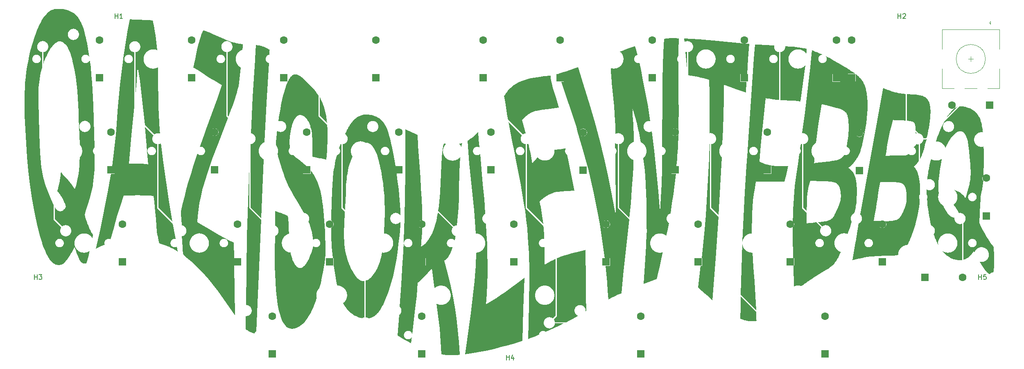
<source format=gbr>
%TF.GenerationSoftware,KiCad,Pcbnew,(7.0.0)*%
%TF.CreationDate,2023-08-24T19:00:58+02:00*%
%TF.ProjectId,QAZISOKLEWTFBBQ,51415a49-534f-44b4-9c45-575446424251,rev?*%
%TF.SameCoordinates,Original*%
%TF.FileFunction,Legend,Top*%
%TF.FilePolarity,Positive*%
%FSLAX46Y46*%
G04 Gerber Fmt 4.6, Leading zero omitted, Abs format (unit mm)*
G04 Created by KiCad (PCBNEW (7.0.0)) date 2023-08-24 19:00:58*
%MOMM*%
%LPD*%
G01*
G04 APERTURE LIST*
%ADD10C,0.000000*%
%ADD11C,0.100000*%
%ADD12C,0.150000*%
%ADD13C,0.120000*%
%ADD14R,1.600000X1.600000*%
%ADD15C,1.600000*%
G04 APERTURE END LIST*
D10*
G36*
X167415075Y-50971377D02*
G01*
X167429625Y-50973576D01*
X167444175Y-50975526D01*
X167458726Y-50977269D01*
X167487827Y-50980301D01*
X167516927Y-50983001D01*
X167516927Y-64134228D01*
X167517090Y-64140799D01*
X167517575Y-64147278D01*
X167518369Y-64153653D01*
X167519463Y-64159914D01*
X167520847Y-64166051D01*
X167522510Y-64172054D01*
X167524442Y-64177912D01*
X167526632Y-64183615D01*
X167529070Y-64189153D01*
X167531746Y-64194515D01*
X167534650Y-64199692D01*
X167537770Y-64204672D01*
X167541097Y-64209445D01*
X167544620Y-64214001D01*
X167548329Y-64218330D01*
X167552214Y-64222421D01*
X167548705Y-64222426D01*
X169305497Y-65979213D01*
X168712842Y-74614554D01*
X168046108Y-83268418D01*
X167230932Y-82560067D01*
X166535811Y-81951265D01*
X165847968Y-81359000D01*
X165471533Y-81043128D01*
X165054626Y-80700261D01*
X165341245Y-78413873D01*
X165611996Y-76135428D01*
X165897735Y-76135428D01*
X165897735Y-74533860D01*
X165795432Y-74533860D01*
X166390504Y-68627401D01*
X166641244Y-65683764D01*
X166859905Y-62743434D01*
X167045825Y-59804097D01*
X167198343Y-56863437D01*
X167316797Y-53919140D01*
X167400525Y-50968890D01*
X167415075Y-50971377D01*
G37*
G36*
X215471624Y-47307147D02*
G01*
X215705165Y-47307147D01*
X215706662Y-47366313D01*
X215711104Y-47424704D01*
X215718420Y-47482248D01*
X215728537Y-47538872D01*
X215741382Y-47594504D01*
X215756883Y-47649072D01*
X215774968Y-47702502D01*
X215795565Y-47754723D01*
X215818601Y-47805663D01*
X215844003Y-47855249D01*
X215871700Y-47903408D01*
X215901619Y-47950069D01*
X215933687Y-47995160D01*
X215967833Y-48038606D01*
X216003984Y-48080338D01*
X216042068Y-48120281D01*
X216082012Y-48158364D01*
X216123743Y-48194514D01*
X216167191Y-48228659D01*
X216212281Y-48260727D01*
X216258943Y-48290645D01*
X216307103Y-48318341D01*
X216356689Y-48343743D01*
X216407628Y-48366778D01*
X216459850Y-48387374D01*
X216513280Y-48405459D01*
X216567847Y-48420960D01*
X216623479Y-48433804D01*
X216680102Y-48443921D01*
X216737645Y-48451236D01*
X216796036Y-48455678D01*
X216855201Y-48457175D01*
X216914367Y-48455678D01*
X216972757Y-48451236D01*
X217030300Y-48443921D01*
X217086924Y-48433804D01*
X217142555Y-48420960D01*
X217197122Y-48405459D01*
X217250552Y-48387374D01*
X217302774Y-48366778D01*
X217353714Y-48343743D01*
X217403300Y-48318341D01*
X217451460Y-48290645D01*
X217498121Y-48260727D01*
X217543211Y-48228659D01*
X217586659Y-48194514D01*
X217628391Y-48158364D01*
X217668334Y-48120281D01*
X217706418Y-48080338D01*
X217742569Y-48038606D01*
X217776715Y-47995160D01*
X217808783Y-47950069D01*
X217838702Y-47903408D01*
X217866399Y-47855249D01*
X217891802Y-47805663D01*
X217914837Y-47754723D01*
X217935434Y-47702502D01*
X217953519Y-47649072D01*
X217969021Y-47594504D01*
X217981866Y-47538872D01*
X217991982Y-47482248D01*
X217999298Y-47424704D01*
X218003741Y-47366313D01*
X218005238Y-47307147D01*
X218003741Y-47247980D01*
X217999298Y-47189589D01*
X217991982Y-47132045D01*
X217981866Y-47075422D01*
X217969021Y-47019790D01*
X217953519Y-46965223D01*
X217935434Y-46911792D01*
X217914837Y-46859571D01*
X217891802Y-46808632D01*
X217866399Y-46759046D01*
X217838702Y-46710886D01*
X217808783Y-46664225D01*
X217776715Y-46619135D01*
X217742569Y-46575689D01*
X217706418Y-46533958D01*
X217668334Y-46494015D01*
X217628391Y-46455932D01*
X217586659Y-46419781D01*
X217543211Y-46385636D01*
X217498121Y-46353568D01*
X217451460Y-46323650D01*
X217403300Y-46295954D01*
X217353714Y-46270552D01*
X217302774Y-46247517D01*
X217250552Y-46226921D01*
X217197122Y-46208837D01*
X217142555Y-46193336D01*
X217086924Y-46180491D01*
X217030300Y-46170375D01*
X216972757Y-46163060D01*
X216914367Y-46158617D01*
X216855201Y-46157120D01*
X216796036Y-46158617D01*
X216737645Y-46163060D01*
X216680102Y-46170375D01*
X216623479Y-46180491D01*
X216567847Y-46193336D01*
X216513280Y-46208837D01*
X216459850Y-46226921D01*
X216407628Y-46247517D01*
X216356689Y-46270552D01*
X216307103Y-46295954D01*
X216258943Y-46323650D01*
X216212281Y-46353568D01*
X216167191Y-46385636D01*
X216123743Y-46419781D01*
X216082012Y-46455932D01*
X216042068Y-46494015D01*
X216003984Y-46533958D01*
X215967833Y-46575689D01*
X215933687Y-46619135D01*
X215901619Y-46664225D01*
X215871700Y-46710886D01*
X215844003Y-46759046D01*
X215818601Y-46808632D01*
X215795565Y-46859571D01*
X215774968Y-46911792D01*
X215756883Y-46965223D01*
X215741382Y-47019790D01*
X215728537Y-47075422D01*
X215718420Y-47132045D01*
X215711104Y-47189589D01*
X215706662Y-47247980D01*
X215705165Y-47307147D01*
X215471624Y-47307147D01*
X215500488Y-47245915D01*
X215756616Y-46735647D01*
X216026222Y-46231208D01*
X219095318Y-43162119D01*
X219178833Y-43153050D01*
X219262725Y-43146947D01*
X219347041Y-43143717D01*
X219431827Y-43143268D01*
X219517130Y-43145505D01*
X219602996Y-43150337D01*
X219689472Y-43157669D01*
X219776604Y-43167410D01*
X219864438Y-43179466D01*
X219953022Y-43193744D01*
X220132622Y-43228594D01*
X220315776Y-43271215D01*
X220502856Y-43320865D01*
X220785314Y-43404621D01*
X221064280Y-43500294D01*
X221338409Y-43610622D01*
X221606358Y-43738344D01*
X221866784Y-43886199D01*
X222118343Y-44056925D01*
X222359690Y-44253261D01*
X222589484Y-44477946D01*
X222699627Y-44601775D01*
X222806379Y-44733719D01*
X222909570Y-44874119D01*
X223009032Y-45023318D01*
X223104598Y-45181659D01*
X223196100Y-45349483D01*
X223283370Y-45527133D01*
X223366239Y-45714952D01*
X223444540Y-45913281D01*
X223518105Y-46122463D01*
X223586766Y-46342841D01*
X223650355Y-46574757D01*
X223708704Y-46818552D01*
X223761645Y-47074570D01*
X223850632Y-47624643D01*
X223879014Y-47844960D01*
X223905745Y-48066929D01*
X223930492Y-48290882D01*
X223952924Y-48517151D01*
X223919686Y-48510873D01*
X223886119Y-48505299D01*
X223852220Y-48500468D01*
X223817991Y-48496424D01*
X223783432Y-48493206D01*
X223748541Y-48490857D01*
X223713318Y-48489417D01*
X223677764Y-48488928D01*
X223599213Y-48490907D01*
X223521708Y-48496780D01*
X223445343Y-48506453D01*
X223370214Y-48519830D01*
X223296415Y-48536816D01*
X223224043Y-48557317D01*
X223153190Y-48581238D01*
X223083953Y-48608483D01*
X223016427Y-48638958D01*
X222950706Y-48672568D01*
X222886885Y-48709218D01*
X222825060Y-48748812D01*
X222765325Y-48791257D01*
X222707775Y-48836456D01*
X222652505Y-48884315D01*
X222599610Y-48934739D01*
X222549186Y-48987634D01*
X222501326Y-49042903D01*
X222456126Y-49100453D01*
X222413682Y-49160187D01*
X222374087Y-49222012D01*
X222337437Y-49285833D01*
X222303827Y-49351554D01*
X222273352Y-49419080D01*
X222246106Y-49488316D01*
X222222185Y-49559169D01*
X222201684Y-49631541D01*
X222184697Y-49705339D01*
X222171320Y-49780468D01*
X222161647Y-49856833D01*
X222155774Y-49934338D01*
X222153795Y-50012889D01*
X222155774Y-50091441D01*
X222161647Y-50168946D01*
X222171320Y-50245310D01*
X222184697Y-50320439D01*
X222201684Y-50394238D01*
X222222185Y-50466610D01*
X222246106Y-50537462D01*
X222273352Y-50606699D01*
X222303827Y-50674225D01*
X222337437Y-50739946D01*
X222374087Y-50803766D01*
X222413682Y-50865591D01*
X222456126Y-50925326D01*
X222501326Y-50982876D01*
X222549186Y-51038145D01*
X222599610Y-51091040D01*
X222652505Y-51141464D01*
X222707775Y-51189323D01*
X222765325Y-51234522D01*
X222825060Y-51276967D01*
X222886885Y-51316561D01*
X222950706Y-51353211D01*
X223016427Y-51386820D01*
X223083953Y-51417295D01*
X223153190Y-51444541D01*
X223224043Y-51468461D01*
X223296415Y-51488963D01*
X223370214Y-51505949D01*
X223445343Y-51519326D01*
X223521708Y-51528999D01*
X223599213Y-51534872D01*
X223677764Y-51536851D01*
X223709345Y-51536369D01*
X223740597Y-51534977D01*
X223771520Y-51532759D01*
X223802113Y-51529796D01*
X223832374Y-51526172D01*
X223862304Y-51521969D01*
X223891902Y-51517270D01*
X223921166Y-51512158D01*
X223946145Y-51507872D01*
X223970834Y-51503007D01*
X223995274Y-51497647D01*
X224019507Y-51491874D01*
X224043573Y-51485769D01*
X224067515Y-51479417D01*
X224115192Y-51466299D01*
X224126576Y-52243237D01*
X224130187Y-53017985D01*
X224121367Y-54542883D01*
X224090494Y-57368121D01*
X224090494Y-57431616D01*
X224076107Y-57445049D01*
X224062057Y-57458880D01*
X224048348Y-57473093D01*
X224034985Y-57487674D01*
X224021974Y-57502605D01*
X224009319Y-57517872D01*
X223997025Y-57533460D01*
X223985099Y-57549353D01*
X223973544Y-57565535D01*
X223962367Y-57581991D01*
X223951572Y-57598705D01*
X223941164Y-57615663D01*
X223931148Y-57632848D01*
X223921530Y-57650245D01*
X223912315Y-57667838D01*
X223903507Y-57685613D01*
X223902848Y-57686312D01*
X223902193Y-57687079D01*
X223901549Y-57687898D01*
X223900919Y-57688753D01*
X223900310Y-57689628D01*
X223899727Y-57690509D01*
X223899174Y-57691379D01*
X223898658Y-57692224D01*
X223897753Y-57693774D01*
X223897056Y-57695035D01*
X223896448Y-57696192D01*
X223888837Y-57712226D01*
X223881847Y-57728550D01*
X223875435Y-57745121D01*
X223869560Y-57761898D01*
X223864179Y-57778840D01*
X223859252Y-57795907D01*
X223854737Y-57813056D01*
X223850591Y-57830247D01*
X223843531Y-57854945D01*
X223839736Y-57874946D01*
X223836312Y-57895236D01*
X223833301Y-57915775D01*
X223830745Y-57936521D01*
X223828684Y-57957432D01*
X223827161Y-57978467D01*
X223826217Y-57999585D01*
X223825893Y-58020743D01*
X223826065Y-58040581D01*
X223826608Y-58060378D01*
X223827564Y-58080090D01*
X223828975Y-58099679D01*
X223830882Y-58119102D01*
X223833325Y-58138318D01*
X223836348Y-58157287D01*
X223839992Y-58175967D01*
X223841393Y-58183203D01*
X223842950Y-58190366D01*
X223846491Y-58204518D01*
X223850529Y-58218505D01*
X223854983Y-58232409D01*
X223859767Y-58246313D01*
X223864799Y-58260300D01*
X223875269Y-58288854D01*
X223876596Y-58291658D01*
X223877921Y-58294751D01*
X223879245Y-58298093D01*
X223880569Y-58301642D01*
X223883217Y-58309194D01*
X223885868Y-58317077D01*
X223892728Y-58334190D01*
X223900069Y-58351127D01*
X223907874Y-58367878D01*
X223916129Y-58384433D01*
X223924818Y-58400781D01*
X223933925Y-58416912D01*
X223943435Y-58432816D01*
X223953334Y-58448482D01*
X223963604Y-58463900D01*
X223974231Y-58479059D01*
X223985199Y-58493950D01*
X223996493Y-58508562D01*
X224008097Y-58522885D01*
X224019996Y-58536908D01*
X224032175Y-58550621D01*
X224044617Y-58564014D01*
X224019157Y-58890552D01*
X223987788Y-59208533D01*
X223950549Y-59517667D01*
X223907482Y-59817666D01*
X223858627Y-60108238D01*
X223804025Y-60389096D01*
X223743717Y-60659948D01*
X223677744Y-60920507D01*
X223631275Y-61121698D01*
X223589416Y-61357635D01*
X223517458Y-61926557D01*
X223457736Y-62612884D01*
X223406116Y-63402232D01*
X223197979Y-67302097D01*
X223563419Y-68037750D01*
X223934065Y-68747730D01*
X224308843Y-69428856D01*
X224686678Y-70077944D01*
X225066496Y-70691810D01*
X225447222Y-71267272D01*
X225637589Y-71539606D01*
X225827781Y-71801146D01*
X226017663Y-72051492D01*
X226207099Y-72290248D01*
X226258642Y-74060708D01*
X226272404Y-74814063D01*
X226275457Y-75487218D01*
X226265778Y-76085961D01*
X226241339Y-76616078D01*
X226222953Y-76857212D01*
X226200117Y-77083359D01*
X226172579Y-77295244D01*
X226140085Y-77493589D01*
X226110993Y-77496415D01*
X226081984Y-77499654D01*
X226053141Y-77503389D01*
X226024545Y-77507702D01*
X225996281Y-77512676D01*
X225968430Y-77518395D01*
X225941076Y-77524941D01*
X225914301Y-77532396D01*
X225887857Y-77540512D01*
X225861495Y-77549041D01*
X225835299Y-77558066D01*
X225809351Y-77567671D01*
X225783734Y-77577937D01*
X225758531Y-77588947D01*
X225733824Y-77600784D01*
X225721682Y-77607038D01*
X225709696Y-77613530D01*
X225686049Y-77626930D01*
X225662731Y-77640702D01*
X225639743Y-77654889D01*
X225617085Y-77669530D01*
X225594758Y-77684668D01*
X225572762Y-77700343D01*
X225551099Y-77716597D01*
X225529769Y-77733472D01*
X225508783Y-77750840D01*
X225488166Y-77768581D01*
X225467959Y-77786736D01*
X225448205Y-77805345D01*
X225428946Y-77824451D01*
X225410224Y-77844095D01*
X225401077Y-77854131D01*
X225392081Y-77864317D01*
X225383240Y-77874659D01*
X225374560Y-77885161D01*
X225277652Y-77819292D01*
X225180041Y-77748462D01*
X225081685Y-77672341D01*
X224982544Y-77590596D01*
X224882576Y-77502899D01*
X224781739Y-77408919D01*
X224679994Y-77308324D01*
X224577298Y-77200785D01*
X224531911Y-77151598D01*
X224453616Y-77058631D01*
X224341917Y-76916469D01*
X224196319Y-76719697D01*
X224016325Y-76462900D01*
X223801440Y-76140661D01*
X223551168Y-75747564D01*
X223265014Y-75278196D01*
X223307949Y-75288723D01*
X223351878Y-75298921D01*
X223396466Y-75308458D01*
X223418904Y-75312875D01*
X223441381Y-75317003D01*
X223470493Y-75322116D01*
X223499647Y-75326815D01*
X223528883Y-75331018D01*
X223558242Y-75334642D01*
X223587767Y-75337604D01*
X223617498Y-75339822D01*
X223647477Y-75341214D01*
X223677744Y-75341696D01*
X223756295Y-75339717D01*
X223833800Y-75333844D01*
X223910165Y-75324171D01*
X223985294Y-75310794D01*
X224059092Y-75293808D01*
X224131465Y-75273307D01*
X224202318Y-75249386D01*
X224271555Y-75222141D01*
X224339081Y-75191666D01*
X224404802Y-75158056D01*
X224468623Y-75121407D01*
X224530448Y-75081812D01*
X224590183Y-75039368D01*
X224647733Y-74994169D01*
X224703003Y-74946310D01*
X224755898Y-74895885D01*
X224806322Y-74842991D01*
X224854182Y-74787722D01*
X224899382Y-74730172D01*
X224941826Y-74670437D01*
X224981421Y-74608612D01*
X225018071Y-74544791D01*
X225051681Y-74479070D01*
X225082156Y-74411544D01*
X225109402Y-74342307D01*
X225133323Y-74271455D01*
X225153824Y-74199082D01*
X225170811Y-74125284D01*
X225184188Y-74050154D01*
X225193861Y-73973789D01*
X225199734Y-73896284D01*
X225201713Y-73817732D01*
X225199734Y-73739180D01*
X225193861Y-73661675D01*
X225184188Y-73585310D01*
X225170811Y-73510180D01*
X225153824Y-73436382D01*
X225133323Y-73364009D01*
X225109402Y-73293157D01*
X225082156Y-73223920D01*
X225051681Y-73156394D01*
X225018071Y-73090673D01*
X224981421Y-73026852D01*
X224941826Y-72965027D01*
X224899382Y-72905292D01*
X224854182Y-72847742D01*
X224806322Y-72792473D01*
X224755898Y-72739579D01*
X224703003Y-72689154D01*
X224647733Y-72641295D01*
X224590183Y-72596096D01*
X224530448Y-72553652D01*
X224468623Y-72514057D01*
X224404802Y-72477408D01*
X224339081Y-72443798D01*
X224271555Y-72413323D01*
X224202318Y-72386078D01*
X224131465Y-72362157D01*
X224059092Y-72341656D01*
X223985294Y-72324670D01*
X223910165Y-72311293D01*
X223833800Y-72301620D01*
X223756295Y-72295747D01*
X223677744Y-72293768D01*
X223642037Y-72294257D01*
X223606371Y-72295697D01*
X223570785Y-72298047D01*
X223535322Y-72301265D01*
X223500023Y-72305310D01*
X223464929Y-72310140D01*
X223430082Y-72315714D01*
X223395524Y-72321991D01*
X223300271Y-72346689D01*
X223257999Y-72359420D01*
X223216057Y-72371821D01*
X223195313Y-72378208D01*
X223174775Y-72384884D01*
X223154485Y-72391974D01*
X223134483Y-72399600D01*
X223118917Y-72405050D01*
X223103889Y-72410789D01*
X223089275Y-72416776D01*
X223074950Y-72422970D01*
X223046675Y-72435813D01*
X223018072Y-72448987D01*
X223003510Y-72455765D01*
X222988951Y-72462875D01*
X222974395Y-72470315D01*
X222959841Y-72478087D01*
X222945289Y-72486190D01*
X222930739Y-72494623D01*
X222916189Y-72503387D01*
X222901640Y-72512482D01*
X222885772Y-72521901D01*
X222869946Y-72531609D01*
X222854204Y-72541565D01*
X222838587Y-72551728D01*
X222823136Y-72562056D01*
X222807892Y-72572509D01*
X222792896Y-72583044D01*
X222778189Y-72593621D01*
X222711154Y-72650062D01*
X222668206Y-72687841D01*
X222626705Y-72727072D01*
X222586693Y-72767718D01*
X222548212Y-72809745D01*
X222511301Y-72853115D01*
X222476003Y-72897792D01*
X222442359Y-72943740D01*
X222410411Y-72990924D01*
X222380199Y-73039307D01*
X222351765Y-73088852D01*
X222325150Y-73139524D01*
X222300396Y-73191286D01*
X222277543Y-73244103D01*
X222256634Y-73297937D01*
X222237709Y-73352754D01*
X222220810Y-73408517D01*
X222176378Y-73326937D01*
X222132609Y-73245359D01*
X222088843Y-73162459D01*
X222044423Y-73076911D01*
X221938062Y-73267645D01*
X221828027Y-73447084D01*
X221714365Y-73615422D01*
X221597122Y-73772857D01*
X221476344Y-73919585D01*
X221352079Y-74055802D01*
X221224372Y-74181704D01*
X221093270Y-74297489D01*
X220958819Y-74403352D01*
X220821065Y-74499490D01*
X220680056Y-74586098D01*
X220535837Y-74663375D01*
X220388456Y-74731515D01*
X220237957Y-74790716D01*
X220084389Y-74841174D01*
X219927797Y-74883084D01*
X219927797Y-71436541D01*
X220901466Y-71436541D01*
X220902604Y-71481572D01*
X220905982Y-71526010D01*
X220911544Y-71569802D01*
X220919236Y-71612891D01*
X220929002Y-71655223D01*
X220940788Y-71696743D01*
X220954539Y-71737397D01*
X220970201Y-71777128D01*
X220987717Y-71815883D01*
X221007034Y-71853607D01*
X221028095Y-71890244D01*
X221050848Y-71925739D01*
X221075235Y-71960038D01*
X221101204Y-71993086D01*
X221128698Y-72024828D01*
X221157663Y-72055209D01*
X221188043Y-72084174D01*
X221219785Y-72111668D01*
X221252833Y-72137637D01*
X221287132Y-72162025D01*
X221322627Y-72184777D01*
X221359263Y-72205839D01*
X221396986Y-72225156D01*
X221435740Y-72242672D01*
X221475471Y-72258333D01*
X221516124Y-72272085D01*
X221557644Y-72283871D01*
X221599975Y-72293637D01*
X221643064Y-72301329D01*
X221686855Y-72306891D01*
X221731292Y-72310269D01*
X221776322Y-72311407D01*
X221821354Y-72310269D01*
X221865794Y-72306891D01*
X221909586Y-72301329D01*
X221952676Y-72293637D01*
X221995009Y-72283871D01*
X222036530Y-72272085D01*
X222077184Y-72258333D01*
X222116916Y-72242672D01*
X222155672Y-72225156D01*
X222193395Y-72205839D01*
X222230033Y-72184777D01*
X222265529Y-72162025D01*
X222299828Y-72137637D01*
X222332877Y-72111668D01*
X222364619Y-72084174D01*
X222395000Y-72055209D01*
X222423965Y-72024828D01*
X222451460Y-71993086D01*
X222477428Y-71960038D01*
X222501816Y-71925739D01*
X222524569Y-71890244D01*
X222545631Y-71853607D01*
X222564948Y-71815883D01*
X222582464Y-71777128D01*
X222598125Y-71737397D01*
X222611877Y-71696743D01*
X222623663Y-71655223D01*
X222633430Y-71612891D01*
X222641121Y-71569802D01*
X222646683Y-71526010D01*
X222650061Y-71481572D01*
X222651199Y-71436541D01*
X222650061Y-71391510D01*
X222646683Y-71347072D01*
X222641121Y-71303281D01*
X222633430Y-71260192D01*
X222623663Y-71217860D01*
X222611877Y-71176340D01*
X222598125Y-71135687D01*
X222582464Y-71095956D01*
X222564948Y-71057201D01*
X222545631Y-71019478D01*
X222524569Y-70982841D01*
X222501816Y-70947346D01*
X222477428Y-70913047D01*
X222451460Y-70879999D01*
X222423965Y-70848257D01*
X222395000Y-70817876D01*
X222364619Y-70788911D01*
X222332877Y-70761417D01*
X222299828Y-70735449D01*
X222265529Y-70711061D01*
X222230033Y-70688309D01*
X222193395Y-70667247D01*
X222155672Y-70647930D01*
X222116916Y-70630414D01*
X222077184Y-70614753D01*
X222036530Y-70601001D01*
X221995009Y-70589215D01*
X221952676Y-70579449D01*
X221909586Y-70571757D01*
X221865794Y-70566195D01*
X221821354Y-70562817D01*
X221776322Y-70561679D01*
X221731292Y-70562817D01*
X221686855Y-70566195D01*
X221643064Y-70571757D01*
X221599975Y-70579449D01*
X221557644Y-70589215D01*
X221516124Y-70601001D01*
X221475471Y-70614753D01*
X221435740Y-70630414D01*
X221396986Y-70647930D01*
X221359263Y-70667247D01*
X221322627Y-70688309D01*
X221287132Y-70711061D01*
X221252833Y-70735449D01*
X221219785Y-70761417D01*
X221188043Y-70788911D01*
X221157663Y-70817876D01*
X221128698Y-70848257D01*
X221101204Y-70879999D01*
X221075235Y-70913047D01*
X221050848Y-70947346D01*
X221028095Y-70982841D01*
X221007034Y-71019478D01*
X220987717Y-71057201D01*
X220970201Y-71095956D01*
X220954539Y-71135687D01*
X220940788Y-71176340D01*
X220929002Y-71217860D01*
X220919236Y-71260192D01*
X220911544Y-71303281D01*
X220905982Y-71347072D01*
X220902604Y-71391510D01*
X220901466Y-71436541D01*
X219927797Y-71436541D01*
X219927797Y-67270334D01*
X219978292Y-67229882D01*
X220026504Y-67186654D01*
X220072297Y-67140771D01*
X220115537Y-67092350D01*
X220156091Y-67041511D01*
X220193823Y-66988372D01*
X220228599Y-66933053D01*
X220260285Y-66875672D01*
X220288747Y-66816347D01*
X220313849Y-66755199D01*
X220335459Y-66692346D01*
X220353441Y-66627906D01*
X220367660Y-66561999D01*
X220377984Y-66494743D01*
X220384276Y-66426257D01*
X220386404Y-66356661D01*
X220384907Y-66297495D01*
X220380464Y-66239104D01*
X220373148Y-66181561D01*
X220363032Y-66124937D01*
X220350187Y-66069306D01*
X220334685Y-66014739D01*
X220316600Y-65961308D01*
X220296004Y-65909087D01*
X220272968Y-65858148D01*
X220247565Y-65808562D01*
X220219868Y-65760403D01*
X220189950Y-65713742D01*
X220157881Y-65668652D01*
X220123735Y-65625205D01*
X220087584Y-65583474D01*
X220049500Y-65543531D01*
X220009557Y-65505448D01*
X219967825Y-65469297D01*
X219924378Y-65435152D01*
X219879287Y-65403084D01*
X219832626Y-65373166D01*
X219784466Y-65345469D01*
X219734880Y-65320067D01*
X219683940Y-65297032D01*
X219631719Y-65276436D01*
X219578288Y-65258351D01*
X219523721Y-65242850D01*
X219468090Y-65230006D01*
X219411466Y-65219889D01*
X219353923Y-65212574D01*
X219295533Y-65208131D01*
X219236367Y-65206634D01*
X219207421Y-65206965D01*
X219178764Y-65207958D01*
X219150357Y-65209612D01*
X219122155Y-65211928D01*
X219094119Y-65214905D01*
X219066206Y-65218543D01*
X219038375Y-65222843D01*
X219010583Y-65227803D01*
X218861257Y-64955888D01*
X218714820Y-64700799D01*
X218571192Y-64462162D01*
X218430291Y-64239607D01*
X218292035Y-64032762D01*
X218156343Y-63841254D01*
X218023134Y-63664712D01*
X217892325Y-63502764D01*
X217936803Y-63468414D01*
X217980262Y-63432851D01*
X218022678Y-63396098D01*
X218064024Y-63358184D01*
X218104274Y-63319132D01*
X218143403Y-63278969D01*
X218181385Y-63237721D01*
X218218194Y-63195414D01*
X218253804Y-63152073D01*
X218288190Y-63107724D01*
X218321325Y-63062394D01*
X218353184Y-63016107D01*
X218383742Y-62968891D01*
X218412971Y-62920770D01*
X218440847Y-62871770D01*
X218467343Y-62821918D01*
X218481442Y-62790171D01*
X218499911Y-62750429D01*
X218518047Y-62710358D01*
X218526887Y-62690094D01*
X218535520Y-62669624D01*
X218543904Y-62648906D01*
X218551997Y-62627897D01*
X218573155Y-62571451D01*
X218579612Y-62552932D01*
X218585780Y-62534412D01*
X218597414Y-62497372D01*
X218608388Y-62460332D01*
X218619032Y-62423292D01*
X218621666Y-62415203D01*
X218624260Y-62406865D01*
X218626772Y-62398363D01*
X218629161Y-62389777D01*
X218631385Y-62381192D01*
X218633403Y-62372689D01*
X218635172Y-62364352D01*
X218636651Y-62356262D01*
X218644542Y-62318615D01*
X218652097Y-62279975D01*
X218655647Y-62260386D01*
X218658989Y-62240673D01*
X218662083Y-62220879D01*
X218664889Y-62201043D01*
X218666355Y-62193107D01*
X218668030Y-62185170D01*
X218671509Y-62169296D01*
X218673063Y-62161359D01*
X218673739Y-62157390D01*
X218674327Y-62153421D01*
X218674812Y-62149453D01*
X218675177Y-62145485D01*
X218675408Y-62141516D01*
X218675488Y-62137548D01*
X218679126Y-62109760D01*
X218682146Y-62081930D01*
X218684590Y-62054019D01*
X218686497Y-62025983D01*
X218687910Y-61997782D01*
X218688869Y-61969375D01*
X218689415Y-61940720D01*
X218689587Y-61911775D01*
X218689421Y-61885316D01*
X218688924Y-61858858D01*
X218688095Y-61832400D01*
X218686935Y-61805942D01*
X218685444Y-61779484D01*
X218683622Y-61753026D01*
X218681470Y-61726568D01*
X218678988Y-61700110D01*
X218671928Y-61647199D01*
X218666581Y-61609608D01*
X218660907Y-61571354D01*
X218657841Y-61552186D01*
X218654568Y-61533101D01*
X218651045Y-61514182D01*
X218647230Y-61495510D01*
X218633131Y-61442599D01*
X218629005Y-61424079D01*
X218624589Y-61405558D01*
X218619924Y-61387038D01*
X218615052Y-61368517D01*
X218604856Y-61331475D01*
X218594334Y-61294435D01*
X218589103Y-61283852D01*
X218586588Y-61278560D01*
X218584195Y-61273269D01*
X218581967Y-61267977D01*
X218579946Y-61262685D01*
X218579027Y-61260040D01*
X218578175Y-61257394D01*
X218577396Y-61254748D01*
X218576695Y-61252103D01*
X218569923Y-61233583D01*
X218562861Y-61215063D01*
X218548035Y-61178023D01*
X218532545Y-61140983D01*
X218516720Y-61103944D01*
X218502621Y-61072196D01*
X218493202Y-61052358D01*
X218483495Y-61032562D01*
X218473541Y-61012849D01*
X218463381Y-60993261D01*
X218453055Y-60973839D01*
X218442604Y-60954623D01*
X218421487Y-60916977D01*
X218420827Y-60916274D01*
X218420166Y-60915494D01*
X218419505Y-60914641D01*
X218418844Y-60913722D01*
X218418182Y-60912741D01*
X218417521Y-60911703D01*
X218416197Y-60909478D01*
X218414874Y-60907088D01*
X218413551Y-60904574D01*
X218410908Y-60899339D01*
X218398846Y-60879500D01*
X218386493Y-60859704D01*
X218373891Y-60839992D01*
X218361081Y-60820403D01*
X218348107Y-60800980D01*
X218335009Y-60781763D01*
X218308615Y-60744115D01*
X218307952Y-60743415D01*
X218307295Y-60742648D01*
X218306647Y-60741830D01*
X218306016Y-60740975D01*
X218305405Y-60740099D01*
X218304820Y-60739219D01*
X218304266Y-60738348D01*
X218303748Y-60737503D01*
X218302842Y-60735954D01*
X218302144Y-60734693D01*
X218301535Y-60733536D01*
X218286828Y-60713851D01*
X218271832Y-60694455D01*
X218256588Y-60675308D01*
X218241138Y-60656367D01*
X218209779Y-60618942D01*
X218178085Y-60581847D01*
X218170066Y-60572005D01*
X218161891Y-60562319D01*
X218145119Y-60543371D01*
X218127851Y-60524919D01*
X218110170Y-60506882D01*
X218092158Y-60489176D01*
X218073900Y-60471717D01*
X218036975Y-60437212D01*
X218598486Y-60669983D01*
X218738670Y-60731186D01*
X218879386Y-60797428D01*
X219020940Y-60870625D01*
X219163635Y-60952694D01*
X219307778Y-61045553D01*
X219453671Y-61151119D01*
X219601621Y-61271310D01*
X219751932Y-61408041D01*
X219904909Y-61563231D01*
X220060857Y-61738796D01*
X220220080Y-61936654D01*
X220382884Y-62158722D01*
X220453683Y-61911780D01*
X220901466Y-61911780D01*
X220902604Y-61956811D01*
X220905982Y-62001249D01*
X220911544Y-62045041D01*
X220919236Y-62088130D01*
X220929002Y-62130462D01*
X220940788Y-62171982D01*
X220954539Y-62212636D01*
X220970201Y-62252368D01*
X220987717Y-62291122D01*
X221007034Y-62328846D01*
X221028095Y-62365483D01*
X221050848Y-62400978D01*
X221075235Y-62435277D01*
X221101204Y-62468325D01*
X221128698Y-62500067D01*
X221157663Y-62530448D01*
X221188043Y-62559413D01*
X221219785Y-62586908D01*
X221252833Y-62612876D01*
X221287132Y-62637264D01*
X221322627Y-62660016D01*
X221359263Y-62681078D01*
X221396986Y-62700395D01*
X221435740Y-62717911D01*
X221475471Y-62733573D01*
X221516124Y-62747324D01*
X221557644Y-62759110D01*
X221599975Y-62768877D01*
X221643064Y-62776568D01*
X221686855Y-62782130D01*
X221731292Y-62785508D01*
X221776322Y-62786646D01*
X221821354Y-62785508D01*
X221865794Y-62782130D01*
X221909586Y-62776568D01*
X221952676Y-62768877D01*
X221995009Y-62759110D01*
X222036530Y-62747324D01*
X222077184Y-62733573D01*
X222116916Y-62717911D01*
X222155672Y-62700395D01*
X222193395Y-62681078D01*
X222230033Y-62660016D01*
X222265529Y-62637264D01*
X222299828Y-62612876D01*
X222332877Y-62586908D01*
X222364619Y-62559413D01*
X222395000Y-62530448D01*
X222423965Y-62500067D01*
X222451460Y-62468325D01*
X222477428Y-62435277D01*
X222501816Y-62400978D01*
X222524569Y-62365483D01*
X222545631Y-62328846D01*
X222564948Y-62291122D01*
X222582464Y-62252368D01*
X222598125Y-62212636D01*
X222611877Y-62171982D01*
X222623663Y-62130462D01*
X222633430Y-62088130D01*
X222641121Y-62045041D01*
X222646683Y-62001249D01*
X222650061Y-61956811D01*
X222651199Y-61911780D01*
X222650061Y-61866749D01*
X222646683Y-61822311D01*
X222641121Y-61778520D01*
X222633430Y-61735431D01*
X222623663Y-61693099D01*
X222611877Y-61651579D01*
X222598125Y-61610925D01*
X222582464Y-61571194D01*
X222564948Y-61532439D01*
X222545631Y-61494716D01*
X222524569Y-61458079D01*
X222501816Y-61422583D01*
X222477428Y-61388284D01*
X222451460Y-61355236D01*
X222423965Y-61323494D01*
X222395000Y-61293113D01*
X222364619Y-61264148D01*
X222332877Y-61236653D01*
X222299828Y-61210685D01*
X222265529Y-61186297D01*
X222230033Y-61163544D01*
X222193395Y-61142482D01*
X222155672Y-61123165D01*
X222116916Y-61105649D01*
X222077184Y-61089987D01*
X222036530Y-61076236D01*
X221995009Y-61064449D01*
X221952676Y-61054683D01*
X221909586Y-61046991D01*
X221865794Y-61041429D01*
X221821354Y-61038051D01*
X221776322Y-61036913D01*
X221731292Y-61038051D01*
X221686855Y-61041429D01*
X221643064Y-61046991D01*
X221599975Y-61054683D01*
X221557644Y-61064449D01*
X221516124Y-61076236D01*
X221475471Y-61089987D01*
X221435740Y-61105649D01*
X221396986Y-61123165D01*
X221359263Y-61142482D01*
X221322627Y-61163544D01*
X221287132Y-61186297D01*
X221252833Y-61210685D01*
X221219785Y-61236653D01*
X221188043Y-61264148D01*
X221157663Y-61293113D01*
X221128698Y-61323494D01*
X221101204Y-61355236D01*
X221075235Y-61388284D01*
X221050848Y-61422583D01*
X221028095Y-61458079D01*
X221007034Y-61494716D01*
X220987717Y-61532439D01*
X220970201Y-61571194D01*
X220954539Y-61610925D01*
X220940788Y-61651579D01*
X220929002Y-61693099D01*
X220919236Y-61735431D01*
X220911544Y-61778520D01*
X220905982Y-61822311D01*
X220902604Y-61866749D01*
X220901466Y-61911780D01*
X220453683Y-61911780D01*
X221055340Y-59813251D01*
X221122741Y-59538693D01*
X221184700Y-59258404D01*
X221240697Y-58969424D01*
X221290209Y-58668791D01*
X221332714Y-58353544D01*
X221367690Y-58020722D01*
X221394616Y-57667365D01*
X221412969Y-57290512D01*
X221423255Y-56894178D01*
X221425490Y-56511120D01*
X221408662Y-55778733D01*
X221368188Y-55081153D01*
X221309774Y-54406186D01*
X221010798Y-51688542D01*
X220973847Y-51334919D01*
X220930318Y-50997997D01*
X220879999Y-50678272D01*
X220822679Y-50376241D01*
X220758144Y-50092400D01*
X220723106Y-49957455D01*
X220686184Y-49827244D01*
X220647353Y-49701829D01*
X220606586Y-49581271D01*
X220563857Y-49465632D01*
X220519139Y-49354975D01*
X220472406Y-49249361D01*
X220423630Y-49148853D01*
X220372787Y-49053512D01*
X220319848Y-48963401D01*
X220264788Y-48878582D01*
X220207581Y-48799116D01*
X220148199Y-48725065D01*
X220086616Y-48656492D01*
X220022806Y-48593459D01*
X219956743Y-48536027D01*
X219888399Y-48484259D01*
X219817748Y-48438217D01*
X219744764Y-48397962D01*
X219669420Y-48363557D01*
X219591690Y-48335063D01*
X219511547Y-48312543D01*
X219429864Y-48296329D01*
X219347538Y-48286677D01*
X219264590Y-48283535D01*
X219181038Y-48286850D01*
X219096902Y-48296570D01*
X219012201Y-48312643D01*
X218926955Y-48335017D01*
X218841183Y-48363639D01*
X218754905Y-48398456D01*
X218668140Y-48439418D01*
X218493225Y-48539561D01*
X218316594Y-48663651D01*
X218138403Y-48811269D01*
X217958806Y-48981996D01*
X217777958Y-49175413D01*
X217596015Y-49391102D01*
X217413131Y-49628645D01*
X217229462Y-49887623D01*
X217045163Y-50167617D01*
X216860389Y-50468209D01*
X216675294Y-50788980D01*
X216607811Y-50910044D01*
X216542847Y-51029910D01*
X216480279Y-51148700D01*
X216419983Y-51266540D01*
X216361836Y-51383552D01*
X216305714Y-51499863D01*
X216251493Y-51615594D01*
X216199049Y-51730872D01*
X216186154Y-51694698D01*
X216172602Y-51658933D01*
X216158400Y-51623571D01*
X216143552Y-51588606D01*
X216128062Y-51554035D01*
X216111937Y-51519851D01*
X216095182Y-51486049D01*
X216077801Y-51452625D01*
X216059799Y-51419572D01*
X216041182Y-51386887D01*
X216021956Y-51354563D01*
X216002124Y-51322596D01*
X215981692Y-51290981D01*
X215960666Y-51259711D01*
X215916850Y-51198191D01*
X215909790Y-51187609D01*
X215887676Y-51158752D01*
X215864999Y-51130386D01*
X215841774Y-51102506D01*
X215818016Y-51075107D01*
X215793741Y-51048183D01*
X215768966Y-51021730D01*
X215743704Y-50995742D01*
X215717972Y-50970213D01*
X215691785Y-50945140D01*
X215665158Y-50920516D01*
X215638108Y-50896336D01*
X215610649Y-50872596D01*
X215554568Y-50826412D01*
X215497040Y-50781923D01*
X215483381Y-50773102D01*
X215481914Y-50772108D01*
X215480483Y-50771104D01*
X215479083Y-50770079D01*
X215477709Y-50769023D01*
X215476354Y-50767926D01*
X215475016Y-50766778D01*
X215473686Y-50765567D01*
X215472362Y-50764285D01*
X215443243Y-50743449D01*
X215414041Y-50723275D01*
X215384675Y-50703763D01*
X215355061Y-50684912D01*
X215325117Y-50666722D01*
X215294760Y-50649194D01*
X215263909Y-50632326D01*
X215232480Y-50616120D01*
X215224534Y-50613419D01*
X215220563Y-50611965D01*
X215216593Y-50610387D01*
X215214609Y-50609539D01*
X215212624Y-50608644D01*
X215210640Y-50607697D01*
X215208657Y-50606694D01*
X215206673Y-50605628D01*
X215204689Y-50604496D01*
X215202705Y-50603291D01*
X215200722Y-50602009D01*
X215141903Y-50575663D01*
X215082093Y-50549977D01*
X215051921Y-50537589D01*
X215021626Y-50525614D01*
X214991252Y-50514136D01*
X214960839Y-50503236D01*
X214958852Y-50502536D01*
X214956865Y-50501768D01*
X214952893Y-50500093D01*
X214944953Y-50496620D01*
X214942968Y-50495817D01*
X214940984Y-50495070D01*
X214939000Y-50494396D01*
X214937016Y-50493809D01*
X214935032Y-50493326D01*
X214933049Y-50492962D01*
X214931065Y-50492732D01*
X214929081Y-50492652D01*
X214896002Y-50482393D01*
X214862881Y-50472754D01*
X214829677Y-50463694D01*
X214796349Y-50455171D01*
X214762854Y-50447144D01*
X214729152Y-50439572D01*
X214695202Y-50432414D01*
X214660961Y-50425627D01*
X214657033Y-50424926D01*
X214653178Y-50424159D01*
X214645642Y-50422484D01*
X214630983Y-50419011D01*
X214623695Y-50417461D01*
X214620025Y-50416786D01*
X214616324Y-50416200D01*
X214612582Y-50415717D01*
X214608789Y-50415353D01*
X214604933Y-50415123D01*
X214601005Y-50415043D01*
X214599263Y-50418572D01*
X214597506Y-50422102D01*
X214528061Y-50414331D01*
X214492842Y-50410755D01*
X214457292Y-50407551D01*
X214421409Y-50404843D01*
X214385195Y-50402755D01*
X214348648Y-50401412D01*
X214311767Y-50400936D01*
X214223573Y-50404466D01*
X214407525Y-49868773D01*
X214602472Y-49336182D01*
X214808829Y-48807145D01*
X215027007Y-48282119D01*
X215257423Y-47761557D01*
X215471624Y-47307147D01*
G37*
G36*
X163005026Y-33337497D02*
G01*
X164698312Y-33337497D01*
X164700906Y-33440051D01*
X164708604Y-33541261D01*
X164721281Y-33641000D01*
X164738812Y-33739144D01*
X164761070Y-33835567D01*
X164787932Y-33930144D01*
X164819272Y-34022750D01*
X164854964Y-34113258D01*
X164894882Y-34201545D01*
X164938903Y-34287485D01*
X164986900Y-34370951D01*
X165038748Y-34451820D01*
X165094322Y-34529966D01*
X165153496Y-34605263D01*
X165216145Y-34677586D01*
X165282145Y-34746809D01*
X165351368Y-34812809D01*
X165423691Y-34875458D01*
X165498988Y-34934632D01*
X165577134Y-34990206D01*
X165658003Y-35042054D01*
X165741469Y-35090051D01*
X165827409Y-35134072D01*
X165915696Y-35173990D01*
X166006204Y-35209682D01*
X166098810Y-35241022D01*
X166193387Y-35267883D01*
X166289810Y-35290142D01*
X166387954Y-35307673D01*
X166487693Y-35320350D01*
X166588903Y-35328048D01*
X166691457Y-35330642D01*
X166794010Y-35328048D01*
X166895219Y-35320350D01*
X166994957Y-35307673D01*
X167093100Y-35290142D01*
X167189523Y-35267883D01*
X167284099Y-35241022D01*
X167376704Y-35209682D01*
X167467212Y-35173990D01*
X167555499Y-35134072D01*
X167641438Y-35090051D01*
X167724904Y-35042054D01*
X167805772Y-34990206D01*
X167883917Y-34934632D01*
X167959214Y-34875458D01*
X168031537Y-34812809D01*
X168100760Y-34746809D01*
X168166759Y-34677586D01*
X168229409Y-34605263D01*
X168288583Y-34529966D01*
X168344156Y-34451820D01*
X168396004Y-34370951D01*
X168444001Y-34287485D01*
X168488021Y-34201545D01*
X168527940Y-34113258D01*
X168563632Y-34022750D01*
X168594971Y-33930144D01*
X168621833Y-33835567D01*
X168644092Y-33739144D01*
X168661623Y-33641000D01*
X168674300Y-33541261D01*
X168681998Y-33440051D01*
X168684591Y-33337497D01*
X170896450Y-33337497D01*
X170897588Y-33382528D01*
X170900966Y-33426967D01*
X170906528Y-33470758D01*
X170914220Y-33513848D01*
X170923987Y-33556180D01*
X170935773Y-33597700D01*
X170949525Y-33638354D01*
X170965186Y-33678085D01*
X170982703Y-33716840D01*
X171002020Y-33754564D01*
X171023083Y-33791201D01*
X171045835Y-33826696D01*
X171070224Y-33860996D01*
X171096193Y-33894044D01*
X171123687Y-33925786D01*
X171152653Y-33956167D01*
X171183034Y-33985132D01*
X171214777Y-34012627D01*
X171247825Y-34038595D01*
X171282125Y-34062983D01*
X171317621Y-34085736D01*
X171354258Y-34106798D01*
X171391982Y-34126114D01*
X171430737Y-34143631D01*
X171470469Y-34159292D01*
X171511123Y-34173044D01*
X171552643Y-34184830D01*
X171594976Y-34194596D01*
X171638065Y-34202288D01*
X171681857Y-34207850D01*
X171726296Y-34211228D01*
X171771327Y-34212366D01*
X171816358Y-34211228D01*
X171860796Y-34207850D01*
X171904588Y-34202288D01*
X171947677Y-34194596D01*
X171990009Y-34184830D01*
X172031529Y-34173044D01*
X172072183Y-34159292D01*
X172111914Y-34143631D01*
X172150669Y-34126114D01*
X172188393Y-34106798D01*
X172225030Y-34085736D01*
X172260525Y-34062983D01*
X172294824Y-34038595D01*
X172327872Y-34012627D01*
X172359614Y-33985132D01*
X172389995Y-33956167D01*
X172418960Y-33925786D01*
X172446455Y-33894044D01*
X172472423Y-33860996D01*
X172496811Y-33826696D01*
X172519563Y-33791201D01*
X172540625Y-33754564D01*
X172559942Y-33716840D01*
X172577458Y-33678085D01*
X172593120Y-33638354D01*
X172606871Y-33597700D01*
X172618657Y-33556180D01*
X172628424Y-33513848D01*
X172636115Y-33470758D01*
X172641677Y-33426967D01*
X172645055Y-33382528D01*
X172646193Y-33337497D01*
X172645055Y-33292466D01*
X172641677Y-33248027D01*
X172636115Y-33204236D01*
X172628424Y-33161147D01*
X172618657Y-33118814D01*
X172606871Y-33077294D01*
X172593120Y-33036641D01*
X172577458Y-32996909D01*
X172559942Y-32958154D01*
X172540625Y-32920430D01*
X172519563Y-32883793D01*
X172496811Y-32848298D01*
X172472423Y-32813998D01*
X172446455Y-32780950D01*
X172418960Y-32749208D01*
X172389995Y-32718827D01*
X172359614Y-32689862D01*
X172327872Y-32662368D01*
X172294824Y-32636399D01*
X172260525Y-32612011D01*
X172225030Y-32589259D01*
X172188393Y-32568196D01*
X172150669Y-32548880D01*
X172111914Y-32531363D01*
X172072183Y-32515702D01*
X172031529Y-32501951D01*
X171990009Y-32490164D01*
X171947677Y-32480398D01*
X171904588Y-32472706D01*
X171860796Y-32467144D01*
X171816358Y-32463766D01*
X171771327Y-32462628D01*
X171726295Y-32463766D01*
X171681855Y-32467144D01*
X171638063Y-32472706D01*
X171594973Y-32480398D01*
X171552640Y-32490164D01*
X171511119Y-32501951D01*
X171470465Y-32515702D01*
X171430733Y-32531363D01*
X171391977Y-32548880D01*
X171354254Y-32568196D01*
X171317616Y-32589259D01*
X171282120Y-32612011D01*
X171247821Y-32636399D01*
X171214772Y-32662368D01*
X171183030Y-32689862D01*
X171152649Y-32718827D01*
X171123684Y-32749208D01*
X171096189Y-32780950D01*
X171070221Y-32813998D01*
X171045833Y-32848298D01*
X171023080Y-32883793D01*
X171002018Y-32920430D01*
X170982701Y-32958154D01*
X170965185Y-32996909D01*
X170949524Y-33036641D01*
X170935772Y-33077294D01*
X170923986Y-33118814D01*
X170914220Y-33161147D01*
X170906528Y-33204236D01*
X170900966Y-33248027D01*
X170897588Y-33292466D01*
X170896450Y-33337497D01*
X168684591Y-33337497D01*
X168681998Y-33234943D01*
X168674300Y-33133733D01*
X168661623Y-33033994D01*
X168644092Y-32935850D01*
X168621833Y-32839427D01*
X168594971Y-32744850D01*
X168563632Y-32652245D01*
X168527940Y-32561736D01*
X168488021Y-32473449D01*
X168444001Y-32387510D01*
X168396004Y-32304043D01*
X168344156Y-32223174D01*
X168288583Y-32145028D01*
X168229409Y-32069732D01*
X168166759Y-31997409D01*
X168100760Y-31928185D01*
X168031537Y-31862186D01*
X167959214Y-31799536D01*
X167883917Y-31740362D01*
X167805772Y-31684788D01*
X167724904Y-31632940D01*
X167641438Y-31584943D01*
X167555499Y-31540923D01*
X167467212Y-31501004D01*
X167376704Y-31465312D01*
X167284099Y-31433972D01*
X167189523Y-31407111D01*
X167093100Y-31384852D01*
X166994957Y-31367321D01*
X166895219Y-31354644D01*
X166794010Y-31346946D01*
X166691457Y-31344352D01*
X166588903Y-31346946D01*
X166487693Y-31354644D01*
X166387954Y-31367321D01*
X166289810Y-31384852D01*
X166193387Y-31407111D01*
X166098810Y-31433972D01*
X166006204Y-31465312D01*
X165915696Y-31501004D01*
X165827409Y-31540923D01*
X165741469Y-31584943D01*
X165658003Y-31632940D01*
X165577134Y-31684788D01*
X165498988Y-31740362D01*
X165423691Y-31799536D01*
X165351368Y-31862186D01*
X165282145Y-31928185D01*
X165216145Y-31997409D01*
X165153496Y-32069732D01*
X165094322Y-32145028D01*
X165038748Y-32223174D01*
X164986900Y-32304043D01*
X164938903Y-32387510D01*
X164894882Y-32473449D01*
X164854964Y-32561736D01*
X164819272Y-32652245D01*
X164787932Y-32744850D01*
X164761070Y-32839427D01*
X164738812Y-32935850D01*
X164721281Y-33033994D01*
X164708604Y-33133733D01*
X164700906Y-33234943D01*
X164698312Y-33337497D01*
X163005026Y-33337497D01*
X163005026Y-31933479D01*
X163058872Y-31926626D01*
X163111896Y-31917350D01*
X163164039Y-31905709D01*
X163215242Y-31891760D01*
X163265448Y-31875560D01*
X163314598Y-31857167D01*
X163362635Y-31836639D01*
X163409500Y-31814033D01*
X163455135Y-31789406D01*
X163499482Y-31762817D01*
X163542482Y-31734321D01*
X163584079Y-31703978D01*
X163624213Y-31671845D01*
X163662826Y-31637978D01*
X163699861Y-31602436D01*
X163735259Y-31565275D01*
X163768962Y-31526554D01*
X163800911Y-31486330D01*
X163831050Y-31444661D01*
X163859319Y-31401603D01*
X163885661Y-31357215D01*
X163910017Y-31311553D01*
X163932329Y-31264676D01*
X163952540Y-31216641D01*
X163970590Y-31167504D01*
X163986423Y-31117325D01*
X163999979Y-31066160D01*
X164011200Y-31014067D01*
X164020030Y-30961103D01*
X164026408Y-30907326D01*
X164030278Y-30852793D01*
X164031581Y-30797562D01*
X164030084Y-30738396D01*
X164025641Y-30680005D01*
X164018326Y-30622461D01*
X164008209Y-30565837D01*
X163995364Y-30510206D01*
X163979863Y-30455638D01*
X163961779Y-30402208D01*
X163941182Y-30349987D01*
X163918147Y-30299047D01*
X163892745Y-30249462D01*
X163865048Y-30201302D01*
X163835130Y-30154641D01*
X163803062Y-30109551D01*
X163768916Y-30066104D01*
X163732766Y-30024373D01*
X163694683Y-29984430D01*
X163654739Y-29946347D01*
X163613008Y-29910197D01*
X163569561Y-29876052D01*
X163524471Y-29843984D01*
X163477810Y-29814066D01*
X163429651Y-29786370D01*
X163380065Y-29760968D01*
X163329126Y-29737933D01*
X163276905Y-29717337D01*
X163223475Y-29699252D01*
X163168908Y-29683752D01*
X163113277Y-29670907D01*
X163056653Y-29660791D01*
X162999110Y-29653475D01*
X162940720Y-29649033D01*
X162881555Y-29647536D01*
X162838070Y-29648358D01*
X162794952Y-29650802D01*
X162752238Y-29654838D01*
X162709963Y-29660434D01*
X162668163Y-29667560D01*
X162626875Y-29676185D01*
X162586135Y-29686277D01*
X162545979Y-29697805D01*
X162506443Y-29710740D01*
X162467563Y-29725049D01*
X162429376Y-29740701D01*
X162391917Y-29757666D01*
X162355223Y-29775912D01*
X162319330Y-29795409D01*
X162284274Y-29816126D01*
X162250090Y-29838031D01*
X162232892Y-29630228D01*
X162218343Y-29440284D01*
X162206441Y-29267538D01*
X162197184Y-29111326D01*
X162197186Y-29111327D01*
X162197188Y-29111328D01*
X162197191Y-29111329D01*
X162197195Y-29111331D01*
X162197197Y-29111331D01*
X162197198Y-29111332D01*
X162197199Y-29111332D01*
X162197200Y-29111333D01*
X162197201Y-29111333D01*
X162197203Y-29111334D01*
X162197205Y-29111334D01*
X163698196Y-29194731D01*
X165198277Y-29294994D01*
X168196043Y-29535539D01*
X174184291Y-30102614D01*
X174194956Y-30109767D01*
X174205775Y-30116677D01*
X174216739Y-30123349D01*
X174227837Y-30129789D01*
X174250395Y-30141991D01*
X174273366Y-30153325D01*
X174296667Y-30163833D01*
X174320216Y-30173554D01*
X174343931Y-30182532D01*
X174367728Y-30190807D01*
X174370376Y-30191508D01*
X174373029Y-30192281D01*
X174378371Y-30194004D01*
X174389341Y-30197863D01*
X174395053Y-30199833D01*
X174400972Y-30201721D01*
X174404022Y-30202608D01*
X174407139Y-30203444D01*
X174410328Y-30204217D01*
X174413595Y-30204918D01*
X174438894Y-30211346D01*
X174464525Y-30217320D01*
X174490487Y-30222715D01*
X174516780Y-30227407D01*
X174543403Y-30231272D01*
X174570358Y-30234187D01*
X174597643Y-30236026D01*
X174611410Y-30236504D01*
X174625259Y-30236667D01*
X174645103Y-30236343D01*
X174664946Y-30235399D01*
X174684790Y-30233876D01*
X174704633Y-30231816D01*
X174724477Y-30229260D01*
X174744321Y-30226250D01*
X174764164Y-30222825D01*
X174784008Y-30219030D01*
X174802672Y-30214888D01*
X174821544Y-30210375D01*
X174840499Y-30205449D01*
X174859412Y-30200067D01*
X174878161Y-30194190D01*
X174896620Y-30187776D01*
X174914667Y-30180783D01*
X174923497Y-30177056D01*
X174932177Y-30173169D01*
X175102051Y-30191083D01*
X175272589Y-30208004D01*
X175613017Y-30240194D01*
X175422515Y-33337506D01*
X175210857Y-36434816D01*
X173824478Y-36434816D01*
X173824478Y-38036387D01*
X175097965Y-38036387D01*
X174942746Y-40272942D01*
X173725968Y-39865935D01*
X172677530Y-39501260D01*
X170409666Y-38703121D01*
X170358950Y-41769069D01*
X170287071Y-44829394D01*
X170195351Y-47885089D01*
X170085110Y-50937147D01*
X170048718Y-50971880D01*
X170013566Y-51007316D01*
X169979571Y-51043495D01*
X169946651Y-51080460D01*
X169914724Y-51118252D01*
X169883706Y-51156911D01*
X169853515Y-51196480D01*
X169824069Y-51237000D01*
X169797660Y-51276742D01*
X169771585Y-51316814D01*
X169758776Y-51337077D01*
X169746174Y-51357548D01*
X169733820Y-51378266D01*
X169721756Y-51399273D01*
X169721436Y-51399604D01*
X169721135Y-51399934D01*
X169720854Y-51400263D01*
X169720591Y-51400589D01*
X169720347Y-51400913D01*
X169720120Y-51401234D01*
X169719910Y-51401551D01*
X169719716Y-51401864D01*
X169719537Y-51402171D01*
X169719373Y-51402473D01*
X169719224Y-51402768D01*
X169719088Y-51403056D01*
X169718965Y-51403336D01*
X169718855Y-51403608D01*
X169718668Y-51404123D01*
X169718522Y-51404598D01*
X169718413Y-51405026D01*
X169718334Y-51405402D01*
X169718282Y-51405722D01*
X169718250Y-51405979D01*
X169718233Y-51406169D01*
X169718227Y-51406328D01*
X169697112Y-51446070D01*
X169676331Y-51486142D01*
X169666168Y-51506405D01*
X169656211Y-51526875D01*
X169646502Y-51547593D01*
X169637082Y-51568601D01*
X169636382Y-51569924D01*
X169635614Y-51571247D01*
X169634795Y-51572569D01*
X169633940Y-51573892D01*
X169632184Y-51576538D01*
X169630469Y-51579184D01*
X169629666Y-51580507D01*
X169628920Y-51581830D01*
X169628246Y-51583153D01*
X169627660Y-51584476D01*
X169627177Y-51585799D01*
X169626979Y-51586460D01*
X169626813Y-51587121D01*
X169626680Y-51587783D01*
X169626583Y-51588444D01*
X169626523Y-51589106D01*
X169626503Y-51589767D01*
X169610678Y-51629453D01*
X169595188Y-51669139D01*
X169580362Y-51708826D01*
X169573300Y-51728669D01*
X169566527Y-51748513D01*
X169555948Y-51780261D01*
X169549499Y-51798787D01*
X169543381Y-51817356D01*
X169537593Y-51836006D01*
X169532136Y-51854781D01*
X169527010Y-51873722D01*
X169522213Y-51892869D01*
X169517747Y-51912265D01*
X169513611Y-51931950D01*
X169512911Y-51934595D01*
X169512143Y-51937241D01*
X169510469Y-51942533D01*
X169506998Y-51953117D01*
X169505449Y-51958409D01*
X169504775Y-51961054D01*
X169504189Y-51963700D01*
X169503706Y-51966346D01*
X169503342Y-51968992D01*
X169503112Y-51971638D01*
X169503032Y-51974284D01*
X169499223Y-51992962D01*
X169495701Y-52011930D01*
X169492427Y-52031147D01*
X169489359Y-52050570D01*
X169483679Y-52089871D01*
X169478334Y-52129503D01*
X169475748Y-52142180D01*
X169474557Y-52148230D01*
X169473489Y-52154196D01*
X169472587Y-52160163D01*
X169471891Y-52166213D01*
X169471633Y-52169294D01*
X169471443Y-52172428D01*
X169471325Y-52175624D01*
X169471284Y-52178892D01*
X169468806Y-52204184D01*
X169466657Y-52229766D01*
X169464839Y-52255596D01*
X169463351Y-52281633D01*
X169462194Y-52307836D01*
X169461367Y-52334163D01*
X169460871Y-52360573D01*
X169460705Y-52387024D01*
X169461353Y-52431995D01*
X169463241Y-52476925D01*
X169466286Y-52521772D01*
X169470406Y-52566495D01*
X169475518Y-52611052D01*
X169481540Y-52655403D01*
X169488389Y-52699505D01*
X169495983Y-52743318D01*
X169495983Y-52764486D01*
X169504417Y-52807817D01*
X169513843Y-52850527D01*
X169524260Y-52892659D01*
X169535670Y-52934254D01*
X169548071Y-52975353D01*
X169561464Y-53015997D01*
X169575849Y-53056228D01*
X169591226Y-53096087D01*
X169592539Y-53098733D01*
X169593812Y-53101379D01*
X169595003Y-53104025D01*
X169595555Y-53105348D01*
X169596070Y-53106671D01*
X169596545Y-53107995D01*
X169596973Y-53109318D01*
X169597349Y-53110641D01*
X169597669Y-53111964D01*
X169597926Y-53113287D01*
X169598117Y-53114610D01*
X169598235Y-53115933D01*
X169598275Y-53117256D01*
X169614637Y-53156777D01*
X169631951Y-53195968D01*
X169650174Y-53234828D01*
X169669266Y-53273357D01*
X169689185Y-53311555D01*
X169709891Y-53349422D01*
X169731341Y-53386958D01*
X169753494Y-53424163D01*
X169753814Y-53424183D01*
X169754115Y-53424242D01*
X169754396Y-53424338D01*
X169754659Y-53424466D01*
X169754903Y-53424626D01*
X169755130Y-53424814D01*
X169755340Y-53425028D01*
X169755534Y-53425266D01*
X169755713Y-53425523D01*
X169755877Y-53425799D01*
X169756026Y-53426091D01*
X169756162Y-53426395D01*
X169756285Y-53426710D01*
X169756395Y-53427033D01*
X169756582Y-53427691D01*
X169756728Y-53428348D01*
X169756837Y-53428986D01*
X169756916Y-53429582D01*
X169756968Y-53430115D01*
X169757017Y-53430915D01*
X169757024Y-53431218D01*
X169781166Y-53469099D01*
X169805970Y-53506071D01*
X169831437Y-53542216D01*
X169857565Y-53577618D01*
X169884355Y-53612357D01*
X169911805Y-53646518D01*
X169939917Y-53680182D01*
X169968688Y-53713432D01*
X169678541Y-59678314D01*
X169330175Y-65640553D01*
X167767419Y-64077787D01*
X167767419Y-50979476D01*
X167821265Y-50972624D01*
X167874289Y-50963348D01*
X167926432Y-50951707D01*
X167977635Y-50937757D01*
X168027841Y-50921558D01*
X168076991Y-50903165D01*
X168125028Y-50882637D01*
X168171893Y-50860031D01*
X168217528Y-50835404D01*
X168261875Y-50808815D01*
X168304876Y-50780320D01*
X168346472Y-50749976D01*
X168386606Y-50717843D01*
X168425219Y-50683976D01*
X168462254Y-50648434D01*
X168497652Y-50611273D01*
X168531355Y-50572552D01*
X168563304Y-50532328D01*
X168593443Y-50490659D01*
X168621712Y-50447601D01*
X168648054Y-50403212D01*
X168672410Y-50357551D01*
X168694722Y-50310673D01*
X168714933Y-50262638D01*
X168732983Y-50213502D01*
X168748816Y-50163323D01*
X168762372Y-50112158D01*
X168773594Y-50060064D01*
X168782423Y-50007100D01*
X168788801Y-49953323D01*
X168792671Y-49898790D01*
X168793974Y-49843559D01*
X168792477Y-49784393D01*
X168788035Y-49726001D01*
X168780719Y-49668457D01*
X168770603Y-49611833D01*
X168757758Y-49556202D01*
X168742257Y-49501634D01*
X168724172Y-49448204D01*
X168703575Y-49395982D01*
X168680540Y-49345043D01*
X168655138Y-49295457D01*
X168627442Y-49247297D01*
X168597523Y-49200636D01*
X168565455Y-49155546D01*
X168531309Y-49112099D01*
X168495159Y-49070368D01*
X168457076Y-49030425D01*
X168417133Y-48992342D01*
X168375401Y-48956192D01*
X168331954Y-48922047D01*
X168286864Y-48889979D01*
X168240203Y-48860061D01*
X168192044Y-48832364D01*
X168142458Y-48806963D01*
X168091519Y-48783928D01*
X168039298Y-48763332D01*
X167985868Y-48745247D01*
X167931301Y-48729746D01*
X167875670Y-48716901D01*
X167819046Y-48706785D01*
X167761503Y-48699470D01*
X167703113Y-48695027D01*
X167643948Y-48693531D01*
X167617652Y-48694006D01*
X167591688Y-48695350D01*
X167566055Y-48697437D01*
X167540754Y-48700145D01*
X167515784Y-48703349D01*
X167491146Y-48706925D01*
X167442862Y-48714696D01*
X167464579Y-45977266D01*
X167455209Y-43229582D01*
X167414090Y-40469330D01*
X167340560Y-37694195D01*
X166717590Y-37508750D01*
X166156135Y-37346994D01*
X165637012Y-37205493D01*
X165141040Y-37080818D01*
X164649037Y-36969538D01*
X164141821Y-36868220D01*
X163600212Y-36773434D01*
X163005026Y-36681748D01*
X163005026Y-33337497D01*
G37*
G36*
X54227153Y-52839850D02*
G01*
X54482765Y-54877023D01*
X55057282Y-58929125D01*
X55699928Y-62965351D01*
X56391190Y-67002239D01*
X53470263Y-64081312D01*
X53470263Y-50983004D01*
X53506473Y-50978539D01*
X53542332Y-50973082D01*
X53577819Y-50966633D01*
X53612913Y-50959192D01*
X53647594Y-50950759D01*
X53681840Y-50941333D01*
X53715632Y-50930915D01*
X53748949Y-50919506D01*
X53781770Y-50907103D01*
X53814074Y-50893709D01*
X53845840Y-50879323D01*
X53877049Y-50863944D01*
X53907679Y-50847573D01*
X53937709Y-50830210D01*
X53967120Y-50811855D01*
X53995890Y-50792508D01*
X54227153Y-52839850D01*
G37*
G36*
X184200909Y-30771381D02*
G01*
X184763881Y-30823766D01*
X185324704Y-30883550D01*
X185882881Y-30951768D01*
X186437917Y-31029453D01*
X186989315Y-31117638D01*
X187536578Y-31217357D01*
X187496888Y-31767677D01*
X187451904Y-32317996D01*
X187427600Y-32277941D01*
X187402325Y-32238485D01*
X187376099Y-32199650D01*
X187348943Y-32161455D01*
X187320878Y-32123921D01*
X187291923Y-32087070D01*
X187262100Y-32050922D01*
X187231430Y-32015497D01*
X187199933Y-31980816D01*
X187167630Y-31946900D01*
X187134541Y-31913769D01*
X187100688Y-31881445D01*
X187066090Y-31849947D01*
X187030769Y-31819297D01*
X186994746Y-31789515D01*
X186958040Y-31760622D01*
X186954789Y-31757424D01*
X186952768Y-31755536D01*
X186950541Y-31753565D01*
X186949362Y-31752575D01*
X186948148Y-31751595D01*
X186946903Y-31750636D01*
X186945632Y-31749707D01*
X186944341Y-31748820D01*
X186943036Y-31747985D01*
X186941721Y-31747212D01*
X186940401Y-31746511D01*
X186917904Y-31729630D01*
X186895365Y-31713329D01*
X186872743Y-31697523D01*
X186849998Y-31682131D01*
X186827088Y-31667069D01*
X186803971Y-31652256D01*
X186756955Y-31623042D01*
X186732256Y-31608931D01*
X186680178Y-31579483D01*
X186627147Y-31551937D01*
X186573206Y-31526209D01*
X186518397Y-31502218D01*
X186462761Y-31479881D01*
X186406340Y-31459115D01*
X186349175Y-31439837D01*
X186291309Y-31421964D01*
X186284535Y-31420489D01*
X186277472Y-31418766D01*
X186262641Y-31414908D01*
X186254957Y-31412937D01*
X186247150Y-31411049D01*
X186239261Y-31409327D01*
X186231333Y-31407853D01*
X186210005Y-31402719D01*
X186188389Y-31397876D01*
X186166527Y-31393280D01*
X186144459Y-31388891D01*
X186099869Y-31380568D01*
X186054946Y-31372575D01*
X186046859Y-31371108D01*
X186038524Y-31369434D01*
X186021436Y-31365962D01*
X186012849Y-31364412D01*
X186004344Y-31363151D01*
X186000148Y-31362668D01*
X185996004Y-31362304D01*
X185991921Y-31362074D01*
X185987910Y-31361994D01*
X185957485Y-31358197D01*
X185927060Y-31354772D01*
X185896635Y-31351761D01*
X185866209Y-31349205D01*
X185835784Y-31347145D01*
X185805359Y-31345623D01*
X185774934Y-31344679D01*
X185744508Y-31344355D01*
X185641954Y-31346949D01*
X185540745Y-31354647D01*
X185441006Y-31367324D01*
X185342862Y-31384854D01*
X185246439Y-31407113D01*
X185151862Y-31433975D01*
X185059257Y-31465314D01*
X184968749Y-31501006D01*
X184880462Y-31540925D01*
X184794523Y-31584946D01*
X184711057Y-31632943D01*
X184630189Y-31684791D01*
X184552043Y-31740364D01*
X184476747Y-31799539D01*
X184404424Y-31862188D01*
X184335201Y-31928187D01*
X184269202Y-31997411D01*
X184206553Y-32069734D01*
X184147380Y-32145031D01*
X184091806Y-32223177D01*
X184039959Y-32304045D01*
X183991962Y-32387512D01*
X183947942Y-32473452D01*
X183908024Y-32561738D01*
X183872332Y-32652247D01*
X183840993Y-32744853D01*
X183814131Y-32839430D01*
X183791873Y-32935853D01*
X183774342Y-33033997D01*
X183761666Y-33133736D01*
X183753968Y-33234945D01*
X183751374Y-33337500D01*
X183753968Y-33440054D01*
X183761666Y-33541263D01*
X183774342Y-33641003D01*
X183791873Y-33739147D01*
X183814131Y-33835570D01*
X183840993Y-33930147D01*
X183872332Y-34022752D01*
X183908024Y-34113261D01*
X183947942Y-34201548D01*
X183991962Y-34287487D01*
X184039959Y-34370954D01*
X184091806Y-34451823D01*
X184147380Y-34529968D01*
X184206553Y-34605265D01*
X184269202Y-34677588D01*
X184335201Y-34746812D01*
X184404424Y-34812811D01*
X184476747Y-34875461D01*
X184552043Y-34934635D01*
X184630189Y-34990209D01*
X184711057Y-35042057D01*
X184794523Y-35090054D01*
X184880462Y-35134074D01*
X184968749Y-35173993D01*
X185059257Y-35209685D01*
X185151862Y-35241024D01*
X185246439Y-35267886D01*
X185342862Y-35290145D01*
X185441006Y-35307675D01*
X185540745Y-35320352D01*
X185641954Y-35328051D01*
X185744508Y-35330644D01*
X185770966Y-35330479D01*
X185797425Y-35329983D01*
X185823883Y-35329156D01*
X185850341Y-35327999D01*
X185876799Y-35326511D01*
X185903257Y-35324692D01*
X185929715Y-35322543D01*
X185956173Y-35320063D01*
X185960100Y-35319983D01*
X185963950Y-35319760D01*
X185967728Y-35319412D01*
X185971440Y-35318960D01*
X185978682Y-35317831D01*
X185985718Y-35316535D01*
X185992589Y-35315240D01*
X185999333Y-35314110D01*
X186002671Y-35313659D01*
X186005993Y-35313311D01*
X186009304Y-35313087D01*
X186012609Y-35313008D01*
X186050203Y-35307662D01*
X186088453Y-35301984D01*
X186107619Y-35298918D01*
X186126704Y-35295645D01*
X186145624Y-35292125D01*
X186164298Y-35288315D01*
X186168228Y-35287614D01*
X186172081Y-35286840D01*
X186179573Y-35285117D01*
X186186817Y-35283229D01*
X186193853Y-35281258D01*
X186207469Y-35277400D01*
X186214132Y-35275678D01*
X186220754Y-35274204D01*
X186239119Y-35270077D01*
X186257236Y-35265661D01*
X186275189Y-35260996D01*
X186293061Y-35256125D01*
X186365383Y-35235399D01*
X186371840Y-35232904D01*
X186378007Y-35230657D01*
X186389639Y-35226578D01*
X186395186Y-35224579D01*
X186400607Y-35222499D01*
X186405945Y-35220253D01*
X186408595Y-35219043D01*
X186411240Y-35217760D01*
X186429763Y-35210987D01*
X186448284Y-35203925D01*
X186485324Y-35189098D01*
X186522365Y-35173609D01*
X186559409Y-35157790D01*
X186567347Y-35152552D01*
X186571317Y-35150037D01*
X186575288Y-35147646D01*
X186579259Y-35145420D01*
X186581244Y-35144383D01*
X186583229Y-35143401D01*
X186585214Y-35142482D01*
X186587199Y-35141630D01*
X186589183Y-35140851D01*
X186591167Y-35140148D01*
X186610851Y-35131895D01*
X186630246Y-35123062D01*
X186649392Y-35113733D01*
X186668331Y-35103991D01*
X186687106Y-35093917D01*
X186705757Y-35083596D01*
X186742856Y-35062539D01*
X186744176Y-35061256D01*
X186745496Y-35060051D01*
X186746817Y-35058919D01*
X186748139Y-35057853D01*
X186749460Y-35056850D01*
X186750782Y-35055904D01*
X186752105Y-35055009D01*
X186753427Y-35054161D01*
X186754750Y-35053354D01*
X186756073Y-35052583D01*
X186758720Y-35051130D01*
X186761367Y-35049759D01*
X186764014Y-35048430D01*
X186783699Y-35036364D01*
X186803093Y-35024010D01*
X186822239Y-35011408D01*
X186841178Y-34998599D01*
X186878604Y-34972527D01*
X186915703Y-34946125D01*
X186926282Y-34939070D01*
X186945967Y-34924360D01*
X186965361Y-34909361D01*
X186984507Y-34894114D01*
X187003447Y-34878660D01*
X187040872Y-34847297D01*
X187077971Y-34815602D01*
X187096330Y-34798245D01*
X187114402Y-34780600D01*
X187132227Y-34762706D01*
X187149846Y-34744606D01*
X187184630Y-34707951D01*
X187219081Y-34670965D01*
X186995563Y-36541247D01*
X186751215Y-38409876D01*
X186248972Y-42135556D01*
X185615133Y-42063810D01*
X185028548Y-42010048D01*
X184481236Y-41970423D01*
X183965220Y-41941093D01*
X182995160Y-41897934D01*
X182525158Y-41876417D01*
X182054537Y-41849814D01*
X182054537Y-31933479D01*
X182108383Y-31926627D01*
X182161406Y-31917351D01*
X182213548Y-31905710D01*
X182264751Y-31891760D01*
X182314957Y-31875561D01*
X182364107Y-31857168D01*
X182412144Y-31836640D01*
X182459009Y-31814034D01*
X182504644Y-31789407D01*
X182548991Y-31762818D01*
X182591992Y-31734323D01*
X182633589Y-31703980D01*
X182673724Y-31671846D01*
X182712338Y-31637979D01*
X182749373Y-31602437D01*
X182784771Y-31565276D01*
X182818475Y-31526555D01*
X182850426Y-31486331D01*
X182880565Y-31444662D01*
X182908835Y-31401604D01*
X182935177Y-31357216D01*
X182959534Y-31311554D01*
X182981847Y-31264677D01*
X183002059Y-31216641D01*
X183020110Y-31167505D01*
X183035943Y-31117326D01*
X183049499Y-31066161D01*
X183060721Y-31014068D01*
X183069551Y-30961104D01*
X183075930Y-30907327D01*
X183079800Y-30852795D01*
X183081102Y-30797563D01*
X183081022Y-30790327D01*
X183080792Y-30783163D01*
X183079944Y-30769011D01*
X183078682Y-30755025D01*
X183077130Y-30741121D01*
X183073653Y-30713230D01*
X183071975Y-30699078D01*
X183070503Y-30684678D01*
X184200909Y-30771381D01*
G37*
D11*
X126447580Y-95280203D02*
X127064925Y-95280203D01*
D10*
G36*
X61073885Y-33333970D02*
G01*
X65489107Y-33333970D01*
X65490245Y-33379001D01*
X65493623Y-33423439D01*
X65499185Y-33467230D01*
X65506877Y-33510320D01*
X65516643Y-33552652D01*
X65528430Y-33594172D01*
X65542181Y-33634825D01*
X65557842Y-33674557D01*
X65575359Y-33713312D01*
X65594676Y-33751035D01*
X65615738Y-33787672D01*
X65638491Y-33823167D01*
X65662879Y-33857467D01*
X65688847Y-33890515D01*
X65716342Y-33922257D01*
X65745307Y-33952638D01*
X65775688Y-33981603D01*
X65807430Y-34009097D01*
X65840478Y-34035066D01*
X65874777Y-34059454D01*
X65910273Y-34082206D01*
X65946910Y-34103268D01*
X65984633Y-34122585D01*
X66023388Y-34140101D01*
X66063119Y-34155763D01*
X66103773Y-34169514D01*
X66145293Y-34181300D01*
X66187625Y-34191067D01*
X66230714Y-34198758D01*
X66274505Y-34204321D01*
X66318943Y-34207698D01*
X66363973Y-34208836D01*
X66409004Y-34207698D01*
X66453443Y-34204321D01*
X66497235Y-34198758D01*
X66540324Y-34191067D01*
X66582656Y-34181300D01*
X66624176Y-34169514D01*
X66664830Y-34155763D01*
X66704561Y-34140101D01*
X66743316Y-34122585D01*
X66781040Y-34103268D01*
X66817677Y-34082206D01*
X66853172Y-34059454D01*
X66887471Y-34035066D01*
X66920519Y-34009097D01*
X66952261Y-33981603D01*
X66982642Y-33952638D01*
X67011607Y-33922257D01*
X67039101Y-33890515D01*
X67065070Y-33857467D01*
X67089458Y-33823167D01*
X67112210Y-33787672D01*
X67133272Y-33751035D01*
X67152589Y-33713312D01*
X67170105Y-33674557D01*
X67185766Y-33634825D01*
X67199518Y-33594172D01*
X67211304Y-33552652D01*
X67221070Y-33510320D01*
X67228762Y-33467230D01*
X67234324Y-33423439D01*
X67237702Y-33379001D01*
X67238840Y-33333970D01*
X67237702Y-33288939D01*
X67234324Y-33244500D01*
X67228762Y-33200709D01*
X67221070Y-33157619D01*
X67211304Y-33115287D01*
X67199518Y-33073767D01*
X67185766Y-33033113D01*
X67170105Y-32993382D01*
X67152589Y-32954627D01*
X67133272Y-32916903D01*
X67112210Y-32880266D01*
X67089458Y-32844770D01*
X67065070Y-32810471D01*
X67039101Y-32777423D01*
X67011607Y-32745681D01*
X66982642Y-32715300D01*
X66952261Y-32686335D01*
X66920519Y-32658840D01*
X66887471Y-32632872D01*
X66853172Y-32608484D01*
X66817677Y-32585731D01*
X66781040Y-32564669D01*
X66743316Y-32545352D01*
X66704561Y-32527836D01*
X66664830Y-32512175D01*
X66624176Y-32498423D01*
X66582656Y-32486637D01*
X66540324Y-32476870D01*
X66497235Y-32469179D01*
X66453443Y-32463617D01*
X66409004Y-32460239D01*
X66363973Y-32459101D01*
X66318943Y-32460239D01*
X66274505Y-32463617D01*
X66230714Y-32469179D01*
X66187625Y-32476870D01*
X66145293Y-32486637D01*
X66103773Y-32498423D01*
X66063119Y-32512175D01*
X66023388Y-32527836D01*
X65984633Y-32545352D01*
X65946910Y-32564669D01*
X65910273Y-32585731D01*
X65874777Y-32608484D01*
X65840478Y-32632872D01*
X65807430Y-32658840D01*
X65775688Y-32686335D01*
X65745307Y-32715300D01*
X65716342Y-32745681D01*
X65688847Y-32777423D01*
X65662879Y-32810471D01*
X65638491Y-32844770D01*
X65615738Y-32880266D01*
X65594676Y-32916903D01*
X65575359Y-32954627D01*
X65557842Y-32993382D01*
X65542181Y-33033113D01*
X65528430Y-33073767D01*
X65516643Y-33115287D01*
X65506877Y-33157619D01*
X65499185Y-33200709D01*
X65493623Y-33244500D01*
X65490245Y-33288939D01*
X65489107Y-33333970D01*
X61073885Y-33333970D01*
X61295401Y-32319611D01*
X61558234Y-31154474D01*
X61803994Y-30134814D01*
X61922861Y-29678361D01*
X62040328Y-29256867D01*
X62157350Y-28869861D01*
X62274884Y-28516872D01*
X62393886Y-28197431D01*
X62515311Y-27911067D01*
X62640115Y-27657310D01*
X62769255Y-27435690D01*
X63475563Y-27696208D01*
X64112409Y-27945937D01*
X64689044Y-28184835D01*
X65214716Y-28412860D01*
X66992782Y-29215409D01*
X67402392Y-29388452D01*
X67816539Y-29550374D01*
X68244473Y-29701135D01*
X68695444Y-29840692D01*
X69178701Y-29969005D01*
X69703495Y-30086032D01*
X70279075Y-30191731D01*
X70914692Y-30286062D01*
X70900912Y-30520323D01*
X70881179Y-30789640D01*
X70826498Y-31436088D01*
X70791097Y-31448319D01*
X70756275Y-31461169D01*
X70721948Y-31474598D01*
X70688035Y-31488564D01*
X70654453Y-31503026D01*
X70621118Y-31517943D01*
X70587949Y-31533273D01*
X70554863Y-31548975D01*
X70526645Y-31563087D01*
X70495060Y-31579292D01*
X70463806Y-31596158D01*
X70432883Y-31613686D01*
X70402292Y-31631876D01*
X70372031Y-31650727D01*
X70342101Y-31670239D01*
X70312502Y-31690413D01*
X70283233Y-31711248D01*
X70255010Y-31732414D01*
X70226079Y-31753753D01*
X70197520Y-31775463D01*
X70169374Y-31797587D01*
X70141684Y-31820166D01*
X70114489Y-31843241D01*
X70087832Y-31866853D01*
X70061754Y-31891045D01*
X70036296Y-31915856D01*
X70011484Y-31940143D01*
X69987292Y-31965298D01*
X69963680Y-31991197D01*
X69940606Y-32017717D01*
X69918028Y-32044732D01*
X69895904Y-32072120D01*
X69874193Y-32099756D01*
X69852854Y-32127516D01*
X69850049Y-32131642D01*
X69846954Y-32136058D01*
X69840064Y-32145594D01*
X69832513Y-32155792D01*
X69824631Y-32166320D01*
X69803795Y-32195431D01*
X69783620Y-32224582D01*
X69764107Y-32253817D01*
X69745256Y-32283175D01*
X69727067Y-32312699D01*
X69709539Y-32342429D01*
X69692672Y-32372408D01*
X69676467Y-32402675D01*
X69674993Y-32405479D01*
X69673272Y-32408573D01*
X69669414Y-32415463D01*
X69667444Y-32419177D01*
X69665556Y-32423015D01*
X69664669Y-32424968D01*
X69663833Y-32426936D01*
X69663059Y-32428915D01*
X69662358Y-32430898D01*
X69647980Y-32460160D01*
X69633973Y-32489711D01*
X69620380Y-32519510D01*
X69607242Y-32549516D01*
X69594600Y-32579687D01*
X69582495Y-32609983D01*
X69570968Y-32640361D01*
X69560061Y-32670781D01*
X69545952Y-32713113D01*
X69535692Y-32745180D01*
X69526053Y-32777825D01*
X69516993Y-32810966D01*
X69508470Y-32844520D01*
X69500443Y-32878405D01*
X69492872Y-32912538D01*
X69485713Y-32946837D01*
X69478927Y-32981218D01*
X69478226Y-32985147D01*
X69477458Y-32989004D01*
X69475784Y-32996542D01*
X69472311Y-33011204D01*
X69470760Y-33018493D01*
X69470086Y-33022164D01*
X69469500Y-33025866D01*
X69469017Y-33029609D01*
X69468652Y-33033403D01*
X69468422Y-33037260D01*
X69468342Y-33041189D01*
X69463229Y-33077065D01*
X69458529Y-33113231D01*
X69454325Y-33149645D01*
X69450700Y-33186266D01*
X69447737Y-33223051D01*
X69445518Y-33259961D01*
X69444126Y-33296954D01*
X69443644Y-33333988D01*
X69443968Y-33365578D01*
X69444912Y-33396879D01*
X69446436Y-33427932D01*
X69448496Y-33458779D01*
X69451053Y-33489460D01*
X69454064Y-33520017D01*
X69457487Y-33550492D01*
X69461283Y-33580925D01*
X69471867Y-33647952D01*
X69475995Y-33671605D01*
X69480412Y-33694969D01*
X69485077Y-33718085D01*
X69489949Y-33740995D01*
X69500147Y-33786358D01*
X69510674Y-33831391D01*
X69512003Y-33839176D01*
X69513373Y-33846714D01*
X69514826Y-33854086D01*
X69516403Y-33861375D01*
X69518146Y-33868665D01*
X69520096Y-33876037D01*
X69522295Y-33883575D01*
X69524783Y-33891359D01*
X69543411Y-33948961D01*
X69552933Y-33977369D01*
X69562703Y-34005570D01*
X69572804Y-34033605D01*
X69583318Y-34061517D01*
X69594328Y-34089345D01*
X69605917Y-34117133D01*
X69607234Y-34118456D01*
X69608509Y-34119778D01*
X69609117Y-34120440D01*
X69609700Y-34121101D01*
X69610252Y-34121763D01*
X69610768Y-34122424D01*
X69611242Y-34123085D01*
X69611670Y-34123747D01*
X69612046Y-34124408D01*
X69612366Y-34125069D01*
X69612502Y-34125400D01*
X69612623Y-34125731D01*
X69612727Y-34126061D01*
X69612813Y-34126392D01*
X69612882Y-34126723D01*
X69612931Y-34127053D01*
X69612961Y-34127384D01*
X69612972Y-34127715D01*
X69623877Y-34152850D01*
X69635404Y-34177985D01*
X69647509Y-34203120D01*
X69660152Y-34228255D01*
X69673291Y-34253389D01*
X69686886Y-34278524D01*
X69700894Y-34303658D01*
X69715274Y-34328793D01*
X69719092Y-34335249D01*
X69722661Y-34341415D01*
X69729386Y-34353045D01*
X69732707Y-34358591D01*
X69736111Y-34364013D01*
X69739680Y-34369353D01*
X69741552Y-34372005D01*
X69743497Y-34374652D01*
X69772655Y-34419023D01*
X69802144Y-34462402D01*
X69817116Y-34483823D01*
X69832295Y-34505120D01*
X69847722Y-34526335D01*
X69863438Y-34547509D01*
X69881077Y-34572202D01*
X69899921Y-34597021D01*
X69919385Y-34621260D01*
X69939428Y-34645003D01*
X69960009Y-34668332D01*
X69981085Y-34691330D01*
X70002616Y-34714081D01*
X70024560Y-34736666D01*
X70046875Y-34759169D01*
X70069371Y-34780019D01*
X70091909Y-34800290D01*
X70114529Y-34820064D01*
X70137274Y-34839425D01*
X70160184Y-34858455D01*
X70183300Y-34877237D01*
X70230317Y-34914387D01*
X70258540Y-34935553D01*
X70283683Y-34953902D01*
X70308867Y-34971878D01*
X70334133Y-34989440D01*
X70359523Y-35006548D01*
X70385078Y-35023159D01*
X70410840Y-35039233D01*
X70436850Y-35054728D01*
X70463150Y-35069604D01*
X70043350Y-39027673D01*
X69834893Y-39788764D01*
X69609940Y-40555768D01*
X69369858Y-41328311D01*
X69116008Y-42106022D01*
X68849757Y-42888528D01*
X68572469Y-43675458D01*
X67990235Y-45261098D01*
X67753877Y-45024746D01*
X67753877Y-31926433D01*
X67807723Y-31919580D01*
X67860747Y-31910304D01*
X67912889Y-31898663D01*
X67964092Y-31884713D01*
X68014298Y-31868514D01*
X68063448Y-31850121D01*
X68111485Y-31829593D01*
X68158350Y-31806987D01*
X68203985Y-31782360D01*
X68248332Y-31755771D01*
X68291333Y-31727276D01*
X68332930Y-31696933D01*
X68373064Y-31664799D01*
X68411678Y-31630932D01*
X68448713Y-31595390D01*
X68484111Y-31558229D01*
X68517814Y-31519508D01*
X68549764Y-31479284D01*
X68579903Y-31437615D01*
X68608173Y-31394557D01*
X68634515Y-31350168D01*
X68658871Y-31304507D01*
X68681184Y-31257629D01*
X68701395Y-31209594D01*
X68719446Y-31160458D01*
X68735278Y-31110279D01*
X68748835Y-31059114D01*
X68760057Y-31007020D01*
X68768886Y-30954057D01*
X68775265Y-30900279D01*
X68779134Y-30845747D01*
X68780437Y-30790515D01*
X68778940Y-30731349D01*
X68774498Y-30672958D01*
X68767183Y-30615414D01*
X68757066Y-30558790D01*
X68744222Y-30503159D01*
X68728721Y-30448592D01*
X68710636Y-30395161D01*
X68690040Y-30342940D01*
X68667005Y-30292000D01*
X68641603Y-30242415D01*
X68613907Y-30194255D01*
X68583989Y-30147594D01*
X68551921Y-30102504D01*
X68517776Y-30059058D01*
X68481626Y-30017327D01*
X68443543Y-29977383D01*
X68403600Y-29939301D01*
X68361869Y-29903150D01*
X68318422Y-29869005D01*
X68273332Y-29836937D01*
X68226671Y-29807019D01*
X68178512Y-29779323D01*
X68128926Y-29753921D01*
X68077986Y-29730886D01*
X68025765Y-29710290D01*
X67972335Y-29692206D01*
X67917768Y-29676705D01*
X67862136Y-29663860D01*
X67805512Y-29653744D01*
X67747969Y-29646428D01*
X67689577Y-29641986D01*
X67630411Y-29640489D01*
X67571245Y-29641986D01*
X67512855Y-29646428D01*
X67455311Y-29653744D01*
X67398688Y-29663860D01*
X67343057Y-29676705D01*
X67288490Y-29692206D01*
X67235060Y-29710290D01*
X67182839Y-29730886D01*
X67131899Y-29753921D01*
X67082314Y-29779323D01*
X67034155Y-29807019D01*
X66987494Y-29836937D01*
X66942404Y-29869005D01*
X66898958Y-29903150D01*
X66857227Y-29939301D01*
X66817284Y-29977383D01*
X66779201Y-30017327D01*
X66743051Y-30059058D01*
X66708906Y-30102504D01*
X66676838Y-30147594D01*
X66646920Y-30194255D01*
X66619224Y-30242415D01*
X66593822Y-30292000D01*
X66570787Y-30342940D01*
X66550191Y-30395161D01*
X66532106Y-30448592D01*
X66516606Y-30503159D01*
X66503761Y-30558790D01*
X66493645Y-30615414D01*
X66486329Y-30672958D01*
X66481887Y-30731349D01*
X66480390Y-30790515D01*
X66481703Y-30845426D01*
X66485601Y-30899659D01*
X66492026Y-30953158D01*
X66500915Y-31005863D01*
X66512210Y-31057719D01*
X66525851Y-31108667D01*
X66541777Y-31158650D01*
X66559928Y-31207610D01*
X66580244Y-31255490D01*
X66602666Y-31302233D01*
X66627132Y-31347781D01*
X66653584Y-31392077D01*
X66681960Y-31435062D01*
X66712201Y-31476680D01*
X66744247Y-31516873D01*
X66778038Y-31555584D01*
X66813513Y-31592755D01*
X66850613Y-31628328D01*
X66889277Y-31662246D01*
X66929445Y-31694453D01*
X66971058Y-31724889D01*
X67014056Y-31753497D01*
X67058377Y-31780221D01*
X67103962Y-31805003D01*
X67150752Y-31827785D01*
X67198685Y-31848509D01*
X67247703Y-31867119D01*
X67297744Y-31883556D01*
X67348749Y-31897764D01*
X67400657Y-31909684D01*
X67453409Y-31919259D01*
X67506945Y-31926433D01*
X67506945Y-45077657D01*
X67507109Y-45084228D01*
X67507593Y-45090707D01*
X67508387Y-45097082D01*
X67509481Y-45103343D01*
X67510865Y-45109481D01*
X67512527Y-45115484D01*
X67514459Y-45121342D01*
X67516648Y-45127045D01*
X67519086Y-45132583D01*
X67521762Y-45137945D01*
X67524664Y-45143122D01*
X67527784Y-45148101D01*
X67531111Y-45152875D01*
X67534634Y-45157431D01*
X67538343Y-45161759D01*
X67542228Y-45165850D01*
X67894997Y-45518620D01*
X65803352Y-50898401D01*
X64764164Y-53621301D01*
X63792733Y-56352594D01*
X63347270Y-57718196D01*
X62936559Y-59082067D01*
X62566536Y-60442931D01*
X62243140Y-61799510D01*
X61972308Y-63150530D01*
X61759978Y-64494712D01*
X61612086Y-65830782D01*
X61534570Y-67157463D01*
X62607526Y-67759804D01*
X63563985Y-68315761D01*
X65284505Y-69338462D01*
X66127112Y-69830175D01*
X67010316Y-70325443D01*
X67973388Y-70836752D01*
X69055602Y-71376585D01*
X69108518Y-74526805D01*
X69052073Y-74526805D01*
X69052073Y-76128374D01*
X69133207Y-76128374D01*
X69320173Y-86418644D01*
X66939645Y-83025945D01*
X65719119Y-81354090D01*
X65093478Y-80531610D01*
X64454608Y-79720887D01*
X63800277Y-78924013D01*
X63128252Y-78143080D01*
X62436301Y-77380182D01*
X61722192Y-76637411D01*
X60983692Y-75916861D01*
X60218569Y-75220624D01*
X59424590Y-74550793D01*
X58599524Y-73909460D01*
X58549972Y-73456925D01*
X58506704Y-72993806D01*
X58469057Y-72520434D01*
X58436372Y-72037141D01*
X58404111Y-71433011D01*
X59925943Y-71433011D01*
X59928537Y-71535565D01*
X59936235Y-71636775D01*
X59948912Y-71736514D01*
X59966442Y-71834658D01*
X59988701Y-71931081D01*
X60015563Y-72025658D01*
X60046902Y-72118263D01*
X60082594Y-72208772D01*
X60122513Y-72297059D01*
X60166533Y-72382998D01*
X60214530Y-72466465D01*
X60266378Y-72547334D01*
X60321952Y-72625479D01*
X60381126Y-72700776D01*
X60443775Y-72773099D01*
X60509775Y-72842323D01*
X60578998Y-72908322D01*
X60651321Y-72970972D01*
X60726618Y-73030146D01*
X60804763Y-73085720D01*
X60885632Y-73137568D01*
X60969098Y-73185565D01*
X61055038Y-73229585D01*
X61143324Y-73269504D01*
X61233833Y-73305196D01*
X61326438Y-73336535D01*
X61421014Y-73363397D01*
X61517437Y-73385656D01*
X61615581Y-73403187D01*
X61715319Y-73415864D01*
X61816529Y-73423562D01*
X61919082Y-73426155D01*
X62021637Y-73423562D01*
X62122846Y-73415864D01*
X62222585Y-73403187D01*
X62320729Y-73385656D01*
X62417152Y-73363397D01*
X62511729Y-73336535D01*
X62604335Y-73305196D01*
X62694844Y-73269504D01*
X62783130Y-73229585D01*
X62869070Y-73185565D01*
X62952537Y-73137568D01*
X63033405Y-73085720D01*
X63111551Y-73030146D01*
X63186848Y-72970972D01*
X63259171Y-72908322D01*
X63328395Y-72842323D01*
X63394394Y-72773099D01*
X63457043Y-72700776D01*
X63516218Y-72625479D01*
X63571791Y-72547334D01*
X63623639Y-72466465D01*
X63671636Y-72382998D01*
X63715657Y-72297059D01*
X63755576Y-72208772D01*
X63791267Y-72118263D01*
X63822607Y-72025658D01*
X63849469Y-71931081D01*
X63871728Y-71834658D01*
X63889258Y-71736514D01*
X63901935Y-71636775D01*
X63909633Y-71535565D01*
X63912227Y-71433011D01*
X66124091Y-71433011D01*
X66125229Y-71478042D01*
X66128606Y-71522480D01*
X66134169Y-71566272D01*
X66141860Y-71609361D01*
X66151627Y-71651693D01*
X66163413Y-71693214D01*
X66177164Y-71733867D01*
X66192825Y-71773599D01*
X66210342Y-71812354D01*
X66229658Y-71850077D01*
X66250720Y-71886714D01*
X66273473Y-71922209D01*
X66297860Y-71956509D01*
X66323829Y-71989557D01*
X66351323Y-72021298D01*
X66380288Y-72051679D01*
X66410669Y-72080644D01*
X66442410Y-72108139D01*
X66475458Y-72134107D01*
X66509757Y-72158495D01*
X66545253Y-72181247D01*
X66581889Y-72202309D01*
X66619612Y-72221626D01*
X66658367Y-72239142D01*
X66698099Y-72254804D01*
X66738752Y-72268555D01*
X66780272Y-72280341D01*
X66822603Y-72290108D01*
X66865692Y-72297799D01*
X66909483Y-72303361D01*
X66953922Y-72306739D01*
X66998952Y-72307877D01*
X67043983Y-72306739D01*
X67088422Y-72303361D01*
X67132213Y-72297799D01*
X67175302Y-72290108D01*
X67217635Y-72280341D01*
X67259155Y-72268555D01*
X67299808Y-72254804D01*
X67339540Y-72239142D01*
X67378295Y-72221626D01*
X67416018Y-72202309D01*
X67452655Y-72181247D01*
X67488151Y-72158495D01*
X67522450Y-72134107D01*
X67555498Y-72108139D01*
X67587240Y-72080644D01*
X67617621Y-72051679D01*
X67646586Y-72021298D01*
X67674080Y-71989557D01*
X67700049Y-71956509D01*
X67724436Y-71922209D01*
X67747189Y-71886714D01*
X67768251Y-71850077D01*
X67787567Y-71812354D01*
X67805084Y-71773599D01*
X67820745Y-71733867D01*
X67834496Y-71693214D01*
X67846283Y-71651693D01*
X67856049Y-71609361D01*
X67863741Y-71566272D01*
X67869303Y-71522480D01*
X67872680Y-71478042D01*
X67873818Y-71433011D01*
X67872680Y-71387980D01*
X67869303Y-71343542D01*
X67863741Y-71299751D01*
X67856049Y-71256662D01*
X67846283Y-71214330D01*
X67834496Y-71172810D01*
X67820745Y-71132157D01*
X67805084Y-71092425D01*
X67787567Y-71053670D01*
X67768251Y-71015947D01*
X67747189Y-70979310D01*
X67724436Y-70943814D01*
X67700049Y-70909515D01*
X67674080Y-70876467D01*
X67646586Y-70844725D01*
X67617621Y-70814344D01*
X67587240Y-70785379D01*
X67555498Y-70757884D01*
X67522450Y-70731916D01*
X67488151Y-70707528D01*
X67452655Y-70684775D01*
X67416018Y-70663713D01*
X67378295Y-70644396D01*
X67339540Y-70626880D01*
X67299808Y-70611218D01*
X67259155Y-70597467D01*
X67217635Y-70585681D01*
X67175302Y-70575914D01*
X67132213Y-70568222D01*
X67088422Y-70562660D01*
X67043983Y-70559283D01*
X66998952Y-70558144D01*
X66953922Y-70559283D01*
X66909483Y-70562660D01*
X66865692Y-70568222D01*
X66822603Y-70575914D01*
X66780272Y-70585681D01*
X66738752Y-70597467D01*
X66698099Y-70611218D01*
X66658367Y-70626880D01*
X66619612Y-70644396D01*
X66581889Y-70663713D01*
X66545253Y-70684775D01*
X66509757Y-70707528D01*
X66475458Y-70731916D01*
X66442410Y-70757884D01*
X66410669Y-70785379D01*
X66380288Y-70814344D01*
X66351323Y-70844725D01*
X66323829Y-70876467D01*
X66297860Y-70909515D01*
X66273473Y-70943814D01*
X66250720Y-70979310D01*
X66229658Y-71015947D01*
X66210342Y-71053670D01*
X66192825Y-71092425D01*
X66177164Y-71132157D01*
X66163413Y-71172810D01*
X66151627Y-71214330D01*
X66141860Y-71256662D01*
X66134169Y-71299751D01*
X66128606Y-71343542D01*
X66125229Y-71387980D01*
X66124091Y-71433011D01*
X63912227Y-71433011D01*
X63909633Y-71330457D01*
X63901935Y-71229248D01*
X63889258Y-71129509D01*
X63871728Y-71031365D01*
X63849469Y-70934943D01*
X63822607Y-70840366D01*
X63791267Y-70747761D01*
X63755576Y-70657252D01*
X63715657Y-70568966D01*
X63671636Y-70483027D01*
X63623639Y-70399560D01*
X63571791Y-70318692D01*
X63516218Y-70240546D01*
X63457043Y-70165249D01*
X63394394Y-70092927D01*
X63328395Y-70023703D01*
X63259171Y-69957704D01*
X63186848Y-69895054D01*
X63111551Y-69835880D01*
X63033405Y-69780306D01*
X62952537Y-69728459D01*
X62869070Y-69680462D01*
X62783130Y-69636441D01*
X62694844Y-69596522D01*
X62604335Y-69560831D01*
X62511729Y-69529491D01*
X62417152Y-69502629D01*
X62320729Y-69480371D01*
X62222585Y-69462840D01*
X62122846Y-69450163D01*
X62021637Y-69442465D01*
X61919082Y-69439871D01*
X61816529Y-69442465D01*
X61715319Y-69450163D01*
X61615581Y-69462840D01*
X61517437Y-69480371D01*
X61421014Y-69502629D01*
X61326438Y-69529491D01*
X61233833Y-69560831D01*
X61143324Y-69596522D01*
X61055038Y-69636441D01*
X60969098Y-69680462D01*
X60885632Y-69728459D01*
X60804763Y-69780306D01*
X60726618Y-69835880D01*
X60651321Y-69895054D01*
X60578998Y-69957704D01*
X60509775Y-70023703D01*
X60443775Y-70092927D01*
X60381126Y-70165249D01*
X60321952Y-70240546D01*
X60266378Y-70318692D01*
X60214530Y-70399560D01*
X60166533Y-70483027D01*
X60122513Y-70568966D01*
X60082594Y-70657252D01*
X60046902Y-70747761D01*
X60015563Y-70840366D01*
X59988701Y-70934943D01*
X59966442Y-71031365D01*
X59948912Y-71129509D01*
X59936235Y-71229248D01*
X59928537Y-71330457D01*
X59925943Y-71433011D01*
X58404111Y-71433011D01*
X58383237Y-71042113D01*
X58342008Y-70011365D01*
X58438308Y-69987061D01*
X58531166Y-69955342D01*
X58620200Y-69916481D01*
X58705028Y-69870753D01*
X58785268Y-69818431D01*
X58860536Y-69759789D01*
X58930450Y-69695101D01*
X58963280Y-69660575D01*
X58994629Y-69624641D01*
X59024447Y-69587332D01*
X59052689Y-69548682D01*
X59079305Y-69508727D01*
X59104248Y-69467500D01*
X59127471Y-69425035D01*
X59148925Y-69381367D01*
X59168562Y-69336529D01*
X59186336Y-69290557D01*
X59202197Y-69243484D01*
X59216099Y-69195345D01*
X59227993Y-69146173D01*
X59237831Y-69096004D01*
X59245567Y-69044871D01*
X59251151Y-68992808D01*
X59254537Y-68939850D01*
X59255676Y-68886032D01*
X59254415Y-68832102D01*
X59250667Y-68778826D01*
X59244491Y-68726258D01*
X59235944Y-68674452D01*
X59225081Y-68623463D01*
X59211960Y-68573344D01*
X59196637Y-68524151D01*
X59179170Y-68475936D01*
X59159615Y-68428755D01*
X59138030Y-68382662D01*
X59114471Y-68337711D01*
X59088994Y-68293956D01*
X59061657Y-68251452D01*
X59032517Y-68210253D01*
X59001630Y-68170412D01*
X58969053Y-68131985D01*
X58934843Y-68095026D01*
X58899058Y-68059588D01*
X58861753Y-68025726D01*
X58822985Y-67993495D01*
X58782812Y-67962949D01*
X58741290Y-67934141D01*
X58698477Y-67907126D01*
X58654428Y-67881959D01*
X58609201Y-67858694D01*
X58562853Y-67837384D01*
X58515441Y-67818085D01*
X58467020Y-67800850D01*
X58417649Y-67785733D01*
X58367384Y-67772790D01*
X58316281Y-67762074D01*
X58264399Y-67753639D01*
X58209275Y-66317429D01*
X58173611Y-65582290D01*
X58130343Y-64836237D01*
X58482391Y-63278940D01*
X58859861Y-61745870D01*
X59260730Y-60234461D01*
X59682971Y-58742153D01*
X60124559Y-57266380D01*
X60583468Y-55804580D01*
X61545150Y-52912645D01*
X61559873Y-52930995D01*
X61574968Y-52948971D01*
X61590477Y-52966534D01*
X61606441Y-52983642D01*
X61622901Y-53000254D01*
X61631330Y-53008361D01*
X61639898Y-53016329D01*
X61648611Y-53024151D01*
X61657474Y-53031824D01*
X61666492Y-53039343D01*
X61675670Y-53046701D01*
X61689779Y-53057280D01*
X61705819Y-53070337D01*
X61722190Y-53083022D01*
X61738891Y-53095294D01*
X61755924Y-53107111D01*
X61773287Y-53118432D01*
X61790980Y-53129215D01*
X61809004Y-53139419D01*
X61827359Y-53149003D01*
X61835297Y-53154239D01*
X61839266Y-53156754D01*
X61843235Y-53159144D01*
X61847203Y-53161370D01*
X61849187Y-53162408D01*
X61851171Y-53163389D01*
X61853155Y-53164308D01*
X61855139Y-53165160D01*
X61857123Y-53165940D01*
X61859107Y-53166642D01*
X61876310Y-53174415D01*
X61893555Y-53181856D01*
X61910883Y-53188966D01*
X61928335Y-53195746D01*
X61945953Y-53202194D01*
X61963777Y-53208313D01*
X61981850Y-53214100D01*
X62000211Y-53219558D01*
X62002857Y-53220298D01*
X62005502Y-53221178D01*
X62008148Y-53222171D01*
X62010794Y-53223252D01*
X62021377Y-53227936D01*
X62024023Y-53229069D01*
X62026669Y-53230134D01*
X62029315Y-53231106D01*
X62031961Y-53231959D01*
X62034606Y-53232668D01*
X62037252Y-53233206D01*
X62039898Y-53233547D01*
X62041220Y-53233637D01*
X62042543Y-53233667D01*
X62066363Y-53238780D01*
X62090223Y-53243480D01*
X62114166Y-53247683D01*
X62138233Y-53251306D01*
X62162465Y-53254269D01*
X62186904Y-53256487D01*
X62211592Y-53257878D01*
X62236569Y-53258360D01*
X62281600Y-53257222D01*
X62326038Y-53253845D01*
X62369829Y-53248283D01*
X62412918Y-53240591D01*
X62455250Y-53230825D01*
X62496770Y-53219038D01*
X62537423Y-53205287D01*
X62577155Y-53189626D01*
X62615910Y-53172109D01*
X62653633Y-53152793D01*
X62690270Y-53131731D01*
X62725765Y-53108978D01*
X62760065Y-53084591D01*
X62793113Y-53058622D01*
X62824855Y-53031128D01*
X62855236Y-53002163D01*
X62884201Y-52971782D01*
X62911695Y-52940040D01*
X62937664Y-52906992D01*
X62962052Y-52872693D01*
X62984805Y-52837197D01*
X63005867Y-52800560D01*
X63025184Y-52762837D01*
X63042700Y-52724082D01*
X63058362Y-52684350D01*
X63072113Y-52643697D01*
X63083899Y-52602177D01*
X63093666Y-52559844D01*
X63101358Y-52516755D01*
X63106920Y-52472964D01*
X63110297Y-52428525D01*
X63111435Y-52383494D01*
X63110297Y-52338463D01*
X63106920Y-52294024D01*
X63101358Y-52250233D01*
X63093666Y-52207144D01*
X63083899Y-52164811D01*
X63072113Y-52123291D01*
X63058362Y-52082638D01*
X63042700Y-52042906D01*
X63025184Y-52004151D01*
X63005867Y-51966427D01*
X62984805Y-51929790D01*
X62962052Y-51894295D01*
X62937664Y-51859995D01*
X62911695Y-51826947D01*
X62884201Y-51795205D01*
X62855236Y-51764824D01*
X62824855Y-51735859D01*
X62793113Y-51708365D01*
X62760065Y-51682396D01*
X62725765Y-51658008D01*
X62690270Y-51635256D01*
X62653633Y-51614193D01*
X62615910Y-51594877D01*
X62577155Y-51577360D01*
X62537423Y-51561699D01*
X62496770Y-51547948D01*
X62455250Y-51536161D01*
X62412918Y-51526395D01*
X62369829Y-51518703D01*
X62326038Y-51513141D01*
X62281600Y-51509763D01*
X62236569Y-51508625D01*
X62210118Y-51509115D01*
X62183709Y-51510555D01*
X62157382Y-51512904D01*
X62131180Y-51516122D01*
X62105143Y-51520167D01*
X62079312Y-51524997D01*
X62053729Y-51530571D01*
X62028434Y-51536848D01*
X63120477Y-48481868D01*
X64293214Y-48481868D01*
X64294260Y-48522962D01*
X64297363Y-48563530D01*
X64302472Y-48603520D01*
X64309537Y-48642881D01*
X64318506Y-48681563D01*
X64329328Y-48719514D01*
X64341952Y-48756684D01*
X64356328Y-48793021D01*
X64372403Y-48828475D01*
X64390128Y-48862993D01*
X64409451Y-48896527D01*
X64430320Y-48929023D01*
X64452686Y-48960432D01*
X64476497Y-48990701D01*
X64501701Y-49019781D01*
X64528249Y-49047621D01*
X64556089Y-49074168D01*
X64585169Y-49099372D01*
X64615439Y-49123183D01*
X64646848Y-49145548D01*
X64679345Y-49166418D01*
X64712878Y-49185740D01*
X64747397Y-49203465D01*
X64782851Y-49219540D01*
X64819189Y-49233915D01*
X64856359Y-49246539D01*
X64894310Y-49257361D01*
X64932992Y-49266330D01*
X64972354Y-49273395D01*
X65012344Y-49278504D01*
X65052912Y-49281607D01*
X65094006Y-49282653D01*
X65135100Y-49281607D01*
X65175667Y-49278504D01*
X65215657Y-49273395D01*
X65255018Y-49266330D01*
X65293700Y-49257361D01*
X65331651Y-49246539D01*
X65368821Y-49233915D01*
X65405158Y-49219540D01*
X65440612Y-49203465D01*
X65475130Y-49185740D01*
X65508664Y-49166418D01*
X65541160Y-49145548D01*
X65572569Y-49123183D01*
X65602839Y-49099372D01*
X65631919Y-49074168D01*
X65659759Y-49047621D01*
X65686306Y-49019781D01*
X65711511Y-48990701D01*
X65735321Y-48960432D01*
X65757687Y-48929023D01*
X65778557Y-48896527D01*
X65797879Y-48862993D01*
X65815604Y-48828475D01*
X65831679Y-48793021D01*
X65846055Y-48756684D01*
X65858679Y-48719514D01*
X65869501Y-48681563D01*
X65878470Y-48642881D01*
X65885535Y-48603520D01*
X65890644Y-48563530D01*
X65893747Y-48522962D01*
X65894793Y-48481868D01*
X65893747Y-48440774D01*
X65890644Y-48400207D01*
X65885535Y-48360217D01*
X65878470Y-48320855D01*
X65869501Y-48282173D01*
X65858679Y-48244222D01*
X65846055Y-48207052D01*
X65831679Y-48170715D01*
X65815604Y-48135261D01*
X65797879Y-48100742D01*
X65778557Y-48067209D01*
X65757687Y-48034713D01*
X65735321Y-48003304D01*
X65711511Y-47973034D01*
X65686306Y-47943954D01*
X65659759Y-47916115D01*
X65631919Y-47889568D01*
X65602839Y-47864364D01*
X65572569Y-47840553D01*
X65541160Y-47818188D01*
X65508664Y-47797318D01*
X65475130Y-47777996D01*
X65440612Y-47760272D01*
X65405158Y-47744196D01*
X65368821Y-47729821D01*
X65331651Y-47717197D01*
X65293700Y-47706375D01*
X65255018Y-47697407D01*
X65215657Y-47690342D01*
X65175667Y-47685233D01*
X65135100Y-47682130D01*
X65094006Y-47681084D01*
X65052912Y-47682130D01*
X65012344Y-47685233D01*
X64972354Y-47690342D01*
X64932992Y-47697407D01*
X64894310Y-47706375D01*
X64856359Y-47717197D01*
X64819189Y-47729821D01*
X64782851Y-47744196D01*
X64747397Y-47760272D01*
X64712878Y-47777996D01*
X64679345Y-47797318D01*
X64646848Y-47818188D01*
X64615439Y-47840553D01*
X64585169Y-47864364D01*
X64556089Y-47889568D01*
X64528249Y-47916115D01*
X64501701Y-47943954D01*
X64476497Y-47973034D01*
X64452686Y-48003304D01*
X64430320Y-48034713D01*
X64409451Y-48067209D01*
X64390128Y-48100742D01*
X64372403Y-48135261D01*
X64356328Y-48170715D01*
X64341952Y-48207052D01*
X64329328Y-48244222D01*
X64318506Y-48282173D01*
X64309537Y-48320855D01*
X64302472Y-48360217D01*
X64297363Y-48400207D01*
X64294260Y-48440774D01*
X64293214Y-48481868D01*
X63120477Y-48481868D01*
X63160494Y-48369921D01*
X64314380Y-45195386D01*
X65468264Y-41985795D01*
X66600321Y-38713698D01*
X66593277Y-38713711D01*
X65792600Y-38275912D01*
X65075266Y-37855104D01*
X64408533Y-37440828D01*
X63759659Y-37022625D01*
X62384522Y-36132601D01*
X61592776Y-35639862D01*
X60687922Y-35101359D01*
X61073885Y-33333970D01*
G37*
G36*
X91186375Y-50967895D02*
G01*
X91195091Y-50970193D01*
X91212737Y-50974190D01*
X91230631Y-50977524D01*
X91248730Y-50980363D01*
X91322369Y-50990063D01*
X91322369Y-64141287D01*
X91322533Y-64147860D01*
X91323017Y-64154339D01*
X91323812Y-64160714D01*
X91324906Y-64166976D01*
X91326289Y-64173114D01*
X91327952Y-64179117D01*
X91329883Y-64184976D01*
X91332073Y-64190679D01*
X91334510Y-64196217D01*
X91337186Y-64201579D01*
X91340089Y-64206754D01*
X91343209Y-64211734D01*
X91346535Y-64216507D01*
X91350058Y-64221062D01*
X91353767Y-64225390D01*
X91357652Y-64229481D01*
X92034968Y-64906797D01*
X91878977Y-67615841D01*
X91838891Y-68992273D01*
X91837042Y-69680251D01*
X91850645Y-70365894D01*
X91882189Y-71047568D01*
X91934165Y-71723640D01*
X92009065Y-72392478D01*
X92109378Y-73052449D01*
X92237596Y-73701919D01*
X92396210Y-74339256D01*
X92587709Y-74962827D01*
X92814586Y-75570999D01*
X92945127Y-75884201D01*
X93081388Y-76196627D01*
X93223303Y-76506097D01*
X93370804Y-76810431D01*
X93523824Y-77107448D01*
X93682295Y-77394966D01*
X93846151Y-77670806D01*
X94015324Y-77932787D01*
X94189747Y-78178728D01*
X94369354Y-78406448D01*
X94461079Y-78512794D01*
X94554076Y-78613767D01*
X94648334Y-78709095D01*
X94743846Y-78798504D01*
X94840604Y-78881723D01*
X94938598Y-78958479D01*
X95037821Y-79028499D01*
X95138265Y-79091510D01*
X95239920Y-79147240D01*
X95342778Y-79195417D01*
X95446831Y-79235768D01*
X95552071Y-79268020D01*
X95585144Y-79276127D01*
X95618216Y-79283268D01*
X95651289Y-79289468D01*
X95684362Y-79294754D01*
X95717434Y-79299150D01*
X95750506Y-79302684D01*
X95783579Y-79305380D01*
X95816651Y-79307265D01*
X95849723Y-79308365D01*
X95882795Y-79308705D01*
X95915867Y-79308311D01*
X95948938Y-79307209D01*
X96015081Y-79302984D01*
X96081223Y-79296238D01*
X96081223Y-86810220D01*
X96046295Y-86814643D01*
X96011641Y-86819976D01*
X95977287Y-86826218D01*
X95943259Y-86833369D01*
X95909582Y-86841430D01*
X95876282Y-86850401D01*
X95843385Y-86860281D01*
X95810917Y-86871070D01*
X95778904Y-86882769D01*
X95747371Y-86895378D01*
X95716345Y-86908896D01*
X95685851Y-86923323D01*
X95655914Y-86938660D01*
X95626561Y-86954906D01*
X95597818Y-86972062D01*
X95569710Y-86990127D01*
X95412290Y-86952207D01*
X95332092Y-86931592D01*
X95292055Y-86920582D01*
X95252223Y-86908993D01*
X94988073Y-86825965D01*
X94728807Y-86733573D01*
X94474512Y-86630723D01*
X94225276Y-86516318D01*
X93981187Y-86389262D01*
X93742332Y-86248461D01*
X93508801Y-86092819D01*
X93280680Y-85921241D01*
X93058057Y-85732630D01*
X92841021Y-85525891D01*
X92629658Y-85299930D01*
X92424058Y-85053650D01*
X92224307Y-84785955D01*
X92030493Y-84495751D01*
X91842705Y-84181942D01*
X91661030Y-83843431D01*
X91684524Y-83826075D01*
X91707440Y-83808429D01*
X91729860Y-83790536D01*
X91751867Y-83772436D01*
X91773544Y-83754171D01*
X91794972Y-83735782D01*
X91837417Y-83698797D01*
X91844471Y-83691737D01*
X91875888Y-83662345D01*
X91906633Y-83632373D01*
X91936695Y-83601823D01*
X91966065Y-83570693D01*
X91994733Y-83538986D01*
X92022687Y-83506699D01*
X92049918Y-83473834D01*
X92076415Y-83440390D01*
X92102167Y-83406367D01*
X92127166Y-83371765D01*
X92151400Y-83336585D01*
X92174858Y-83300826D01*
X92197532Y-83264488D01*
X92219409Y-83227571D01*
X92240481Y-83190076D01*
X92260736Y-83152002D01*
X92262204Y-83150520D01*
X92263879Y-83148749D01*
X92264755Y-83147768D01*
X92265636Y-83146730D01*
X92266507Y-83145640D01*
X92267352Y-83144504D01*
X92268155Y-83143327D01*
X92268902Y-83142113D01*
X92269576Y-83140869D01*
X92270163Y-83139599D01*
X92270646Y-83138308D01*
X92270844Y-83137656D01*
X92271010Y-83137002D01*
X92271143Y-83136344D01*
X92271240Y-83135685D01*
X92271300Y-83135024D01*
X92271320Y-83134363D01*
X92281745Y-83113038D01*
X92291880Y-83091423D01*
X92301767Y-83069560D01*
X92311447Y-83047491D01*
X92330353Y-83002899D01*
X92348930Y-82957976D01*
X92370093Y-82901535D01*
X92376551Y-82883007D01*
X92382719Y-82864437D01*
X92388639Y-82845786D01*
X92394351Y-82827010D01*
X92405320Y-82788924D01*
X92415955Y-82749846D01*
X92433599Y-82679291D01*
X92441479Y-82641645D01*
X92449029Y-82603006D01*
X92452577Y-82583417D01*
X92455919Y-82563705D01*
X92459013Y-82543909D01*
X92461816Y-82524073D01*
X92463285Y-82515984D01*
X92464959Y-82507648D01*
X92468432Y-82490560D01*
X92469983Y-82481975D01*
X92471243Y-82473472D01*
X92471726Y-82469278D01*
X92472091Y-82465136D01*
X92472321Y-82461055D01*
X92472401Y-82457047D01*
X92477581Y-82401430D01*
X92482101Y-82345482D01*
X92483906Y-82317282D01*
X92485297Y-82288874D01*
X92486193Y-82260219D01*
X92486510Y-82231274D01*
X92482990Y-82227739D01*
X92480396Y-82125185D01*
X92472698Y-82023975D01*
X92460021Y-81924236D01*
X92442491Y-81826092D01*
X92420232Y-81729669D01*
X92393370Y-81635092D01*
X92362030Y-81542487D01*
X92326339Y-81451978D01*
X92286420Y-81363691D01*
X92242399Y-81277752D01*
X92194402Y-81194285D01*
X92142554Y-81113416D01*
X92086981Y-81035270D01*
X92027806Y-80959974D01*
X91965157Y-80887651D01*
X91899158Y-80818427D01*
X91829934Y-80752427D01*
X91757611Y-80689778D01*
X91682314Y-80630604D01*
X91604168Y-80575030D01*
X91523300Y-80523182D01*
X91439833Y-80475185D01*
X91353893Y-80431164D01*
X91265607Y-80391246D01*
X91175098Y-80355554D01*
X91082492Y-80324214D01*
X90987915Y-80297353D01*
X90891492Y-80275094D01*
X90793348Y-80257563D01*
X90693609Y-80244886D01*
X90592400Y-80237188D01*
X90489845Y-80234594D01*
X90461627Y-80234594D01*
X90343524Y-79713525D01*
X90232491Y-79192661D01*
X90128320Y-78671880D01*
X90030806Y-78151057D01*
X89939740Y-77630068D01*
X89854918Y-77108790D01*
X89776131Y-76587098D01*
X89703173Y-76064868D01*
X89703173Y-74533855D01*
X89519731Y-74533855D01*
X89444576Y-73754346D01*
X89380170Y-72974175D01*
X89326015Y-72193342D01*
X89281616Y-71411849D01*
X89246477Y-70629693D01*
X89220102Y-69846877D01*
X89191660Y-68279261D01*
X89205428Y-68273846D01*
X89218958Y-68268188D01*
X89232260Y-68262293D01*
X89245346Y-68256165D01*
X89258225Y-68249810D01*
X89270908Y-68243232D01*
X89283405Y-68236438D01*
X89295726Y-68229432D01*
X89307882Y-68222219D01*
X89319883Y-68214804D01*
X89343461Y-68199391D01*
X89366542Y-68183234D01*
X89389211Y-68166374D01*
X89410374Y-68148735D01*
X89421495Y-68140054D01*
X89432374Y-68131208D01*
X89443014Y-68122196D01*
X89453423Y-68113018D01*
X89463603Y-68103675D01*
X89473562Y-68094167D01*
X89483303Y-68084493D01*
X89492833Y-68074654D01*
X89502156Y-68064649D01*
X89511277Y-68054479D01*
X89520202Y-68044143D01*
X89528936Y-68033643D01*
X89537484Y-68022977D01*
X89545851Y-68012145D01*
X89554042Y-68001149D01*
X89562063Y-67989987D01*
X89569838Y-67979283D01*
X89577298Y-67968347D01*
X89584458Y-67957194D01*
X89591334Y-67945839D01*
X89597941Y-67934298D01*
X89604294Y-67922586D01*
X89616303Y-67898712D01*
X89627486Y-67874342D01*
X89637965Y-67849600D01*
X89647865Y-67824610D01*
X89657311Y-67799496D01*
X89658593Y-67796810D01*
X89659798Y-67794051D01*
X89660931Y-67791231D01*
X89661996Y-67788359D01*
X89662999Y-67785446D01*
X89663946Y-67782502D01*
X89665689Y-67776563D01*
X89667267Y-67770624D01*
X89668720Y-67764767D01*
X89671420Y-67753634D01*
X89679015Y-67727162D01*
X89685865Y-67700608D01*
X89691887Y-67673889D01*
X89696999Y-67646922D01*
X89701118Y-67619625D01*
X89704163Y-67591914D01*
X89705256Y-67577877D01*
X89706050Y-67563706D01*
X89706534Y-67549391D01*
X89706697Y-67534920D01*
X89706534Y-67520449D01*
X89706050Y-67506133D01*
X89705255Y-67491962D01*
X89704161Y-67477925D01*
X89702778Y-67464013D01*
X89701116Y-67450214D01*
X89696995Y-67422916D01*
X89691882Y-67395948D01*
X89685860Y-67369229D01*
X89679012Y-67342676D01*
X89671420Y-67316206D01*
X89670091Y-67309748D01*
X89668721Y-67303581D01*
X89667268Y-67297661D01*
X89665691Y-67291949D01*
X89663948Y-67286403D01*
X89663002Y-67283679D01*
X89661998Y-67280981D01*
X89660933Y-67278304D01*
X89659800Y-67275642D01*
X89658594Y-67272991D01*
X89657311Y-67270344D01*
X89647865Y-67245375D01*
X89637964Y-67220736D01*
X89627484Y-67196428D01*
X89616302Y-67172451D01*
X89604292Y-67148804D01*
X89597938Y-67137105D01*
X89591332Y-67125488D01*
X89584456Y-67113954D01*
X89577297Y-67102503D01*
X89569837Y-67091134D01*
X89562063Y-67079848D01*
X89554003Y-67068686D01*
X89545706Y-67057690D01*
X89537182Y-67046859D01*
X89528440Y-67036194D01*
X89519492Y-67025694D01*
X89510348Y-67015359D01*
X89501017Y-67005190D01*
X89491511Y-66995186D01*
X89481840Y-66985347D01*
X89472013Y-66975674D01*
X89451936Y-66956823D01*
X89431362Y-66938633D01*
X89410374Y-66921105D01*
X89407122Y-66917909D01*
X89405103Y-66916021D01*
X89402878Y-66914050D01*
X89401701Y-66913060D01*
X89400488Y-66912080D01*
X89399244Y-66911120D01*
X89397973Y-66910192D01*
X89396682Y-66909305D01*
X89395375Y-66908469D01*
X89394058Y-66907696D01*
X89392735Y-66906996D01*
X89369923Y-66890135D01*
X89346490Y-66873978D01*
X89322478Y-66858565D01*
X89297929Y-66843938D01*
X89272884Y-66830137D01*
X89247384Y-66817205D01*
X89221470Y-66805182D01*
X89195185Y-66794109D01*
X89206375Y-65885344D01*
X89223848Y-64974263D01*
X89247273Y-64061199D01*
X89276319Y-63146480D01*
X89371623Y-60634766D01*
X89440214Y-59381719D01*
X89536048Y-58133634D01*
X89669088Y-56892824D01*
X89752673Y-56275872D01*
X89849296Y-55661606D01*
X89960203Y-55050317D01*
X90086637Y-54442293D01*
X90229845Y-53837825D01*
X90391073Y-53237202D01*
X90415419Y-53230840D01*
X90439508Y-53223677D01*
X90463328Y-53215739D01*
X90486870Y-53207052D01*
X90510122Y-53197641D01*
X90533074Y-53187532D01*
X90555717Y-53176751D01*
X90578039Y-53165325D01*
X90600030Y-53153278D01*
X90621681Y-53140637D01*
X90642980Y-53127428D01*
X90663917Y-53113676D01*
X90684482Y-53099408D01*
X90704665Y-53084648D01*
X90724455Y-53069424D01*
X90743842Y-53053760D01*
X90751229Y-53046429D01*
X90754632Y-53043156D01*
X90757953Y-53040090D01*
X90761274Y-53037190D01*
X90762961Y-53035788D01*
X90764678Y-53034413D01*
X90766437Y-53033059D01*
X90768247Y-53031719D01*
X90770120Y-53030391D01*
X90772065Y-53029067D01*
X90835560Y-52958512D01*
X90840851Y-52953063D01*
X90846143Y-52947324D01*
X90851434Y-52941337D01*
X90856726Y-52935143D01*
X90862018Y-52928783D01*
X90867310Y-52922300D01*
X90877892Y-52909126D01*
X90884348Y-52901181D01*
X90890515Y-52893195D01*
X90896434Y-52885127D01*
X90902147Y-52876935D01*
X90907693Y-52868578D01*
X90913116Y-52860014D01*
X90918456Y-52851202D01*
X90923754Y-52842101D01*
X90929036Y-52834006D01*
X90934278Y-52825621D01*
X90939438Y-52816987D01*
X90944475Y-52808147D01*
X90949346Y-52799141D01*
X90954011Y-52790011D01*
X90958428Y-52780799D01*
X90962556Y-52771546D01*
X90970438Y-52755673D01*
X90974276Y-52747735D01*
X90977989Y-52739798D01*
X90981537Y-52731861D01*
X90984879Y-52723924D01*
X90987973Y-52715987D01*
X90990779Y-52708051D01*
X90995904Y-52695993D01*
X91000699Y-52683688D01*
X91005163Y-52671216D01*
X91009296Y-52658662D01*
X91013099Y-52646107D01*
X91016572Y-52633636D01*
X91019714Y-52621330D01*
X91022526Y-52609273D01*
X91023227Y-52605344D01*
X91024000Y-52601493D01*
X91025722Y-52594004D01*
X91027610Y-52586763D01*
X91029581Y-52579729D01*
X91033440Y-52566115D01*
X91035162Y-52559453D01*
X91036635Y-52552832D01*
X91040432Y-52532981D01*
X91043857Y-52513088D01*
X91046868Y-52493113D01*
X91049424Y-52473015D01*
X91051484Y-52452751D01*
X91053007Y-52432281D01*
X91053950Y-52411563D01*
X91054274Y-52390556D01*
X91053950Y-52369549D01*
X91053007Y-52348831D01*
X91051484Y-52328361D01*
X91049424Y-52308098D01*
X91046868Y-52288000D01*
X91043857Y-52268025D01*
X91040432Y-52248133D01*
X91036635Y-52228283D01*
X91035893Y-52221749D01*
X91034995Y-52215364D01*
X91033952Y-52209114D01*
X91032776Y-52202983D01*
X91031475Y-52196955D01*
X91030060Y-52191015D01*
X91026932Y-52179337D01*
X91023472Y-52167824D01*
X91019765Y-52156352D01*
X91011937Y-52133038D01*
X90994298Y-52080121D01*
X90988689Y-52065570D01*
X90982501Y-52051018D01*
X90975818Y-52036466D01*
X90968721Y-52021914D01*
X90961293Y-52007363D01*
X90953618Y-51992811D01*
X90937853Y-51963707D01*
X90936536Y-51962384D01*
X90935261Y-51961061D01*
X90934652Y-51960399D01*
X90934069Y-51959738D01*
X90933517Y-51959077D01*
X90933002Y-51958415D01*
X90932527Y-51957754D01*
X90932099Y-51957092D01*
X90931723Y-51956431D01*
X90931404Y-51955770D01*
X90931267Y-51955439D01*
X90931147Y-51955108D01*
X90931043Y-51954777D01*
X90930956Y-51954447D01*
X90930888Y-51954116D01*
X90930838Y-51953785D01*
X90930808Y-51953454D01*
X90930798Y-51953123D01*
X90921524Y-51937414D01*
X90912168Y-51922036D01*
X90902646Y-51906988D01*
X90892876Y-51892271D01*
X90882776Y-51877884D01*
X90872262Y-51863828D01*
X90866825Y-51856925D01*
X90861252Y-51850103D01*
X90855536Y-51843365D01*
X90849664Y-51836709D01*
X90931682Y-51613749D01*
X91013700Y-51394426D01*
X91177735Y-50965370D01*
X91186375Y-50967895D01*
G37*
G36*
X212284246Y-49967910D02*
G01*
X212283054Y-49971878D01*
X212281984Y-49975847D01*
X212281509Y-49977831D01*
X212281080Y-49979816D01*
X212280703Y-49981800D01*
X212280382Y-49983784D01*
X212280124Y-49985768D01*
X212279933Y-49987753D01*
X212279815Y-49989737D01*
X212279774Y-49991721D01*
X212005653Y-51136676D01*
X211886186Y-51609193D01*
X211772219Y-52028960D01*
X211659079Y-52406395D01*
X211601360Y-52582494D01*
X211542095Y-52751916D01*
X211480702Y-52915964D01*
X211416595Y-53075940D01*
X211349192Y-53233147D01*
X211277907Y-53388886D01*
X211238899Y-53468562D01*
X211198648Y-53548734D01*
X211157239Y-53629237D01*
X211114754Y-53709905D01*
X211071278Y-53790573D01*
X211026893Y-53871076D01*
X210981684Y-53951248D01*
X210935732Y-54030924D01*
X210935732Y-50912449D01*
X210935753Y-50912451D01*
X211006581Y-50881023D01*
X211074743Y-50845074D01*
X211140051Y-50804794D01*
X211202321Y-50760374D01*
X211261365Y-50712007D01*
X211316999Y-50659883D01*
X211369036Y-50604193D01*
X211417290Y-50545129D01*
X211461576Y-50482882D01*
X211501706Y-50417643D01*
X211537496Y-50349603D01*
X211568758Y-50278954D01*
X211595308Y-50205886D01*
X211616959Y-50130591D01*
X211633526Y-50053260D01*
X211644821Y-49974085D01*
X212230398Y-49974085D01*
X212234328Y-49974043D01*
X212238180Y-49973912D01*
X212241959Y-49973689D01*
X212245671Y-49973368D01*
X212249319Y-49972943D01*
X212252911Y-49972410D01*
X212256451Y-49971763D01*
X212259943Y-49970997D01*
X212263395Y-49970107D01*
X212266810Y-49969088D01*
X212270194Y-49967935D01*
X212273553Y-49966642D01*
X212276891Y-49965205D01*
X212280213Y-49963618D01*
X212283526Y-49961876D01*
X212286834Y-49959973D01*
X212284246Y-49967910D01*
G37*
G36*
X173877353Y-82449988D02*
G01*
X173877353Y-82449993D01*
X173873823Y-82446463D01*
X173877353Y-82449988D01*
G37*
G36*
X46184513Y-33337502D02*
G01*
X46436048Y-33337502D01*
X46437186Y-33382533D01*
X46440564Y-33426972D01*
X46446126Y-33470763D01*
X46453818Y-33513853D01*
X46463584Y-33556185D01*
X46475370Y-33597705D01*
X46489122Y-33638359D01*
X46504783Y-33678090D01*
X46522300Y-33716845D01*
X46541616Y-33754569D01*
X46562678Y-33791206D01*
X46585431Y-33826702D01*
X46609819Y-33861001D01*
X46635787Y-33894049D01*
X46663282Y-33925791D01*
X46692247Y-33956172D01*
X46722628Y-33985137D01*
X46754370Y-34012632D01*
X46787418Y-34038600D01*
X46821718Y-34062988D01*
X46857213Y-34085741D01*
X46893850Y-34106803D01*
X46931574Y-34126120D01*
X46970329Y-34143636D01*
X47010060Y-34159297D01*
X47050714Y-34173049D01*
X47092234Y-34184835D01*
X47134566Y-34194602D01*
X47177656Y-34202293D01*
X47221447Y-34207855D01*
X47265886Y-34211233D01*
X47310917Y-34212371D01*
X47355948Y-34211233D01*
X47400387Y-34207855D01*
X47444178Y-34202293D01*
X47487267Y-34194602D01*
X47529600Y-34184835D01*
X47571120Y-34173049D01*
X47611773Y-34159297D01*
X47651505Y-34143636D01*
X47690260Y-34126120D01*
X47727984Y-34106803D01*
X47764621Y-34085741D01*
X47800116Y-34062988D01*
X47834416Y-34038600D01*
X47867464Y-34012632D01*
X47899206Y-33985137D01*
X47929587Y-33956172D01*
X47958552Y-33925791D01*
X47986046Y-33894049D01*
X48012015Y-33861001D01*
X48036403Y-33826702D01*
X48059155Y-33791206D01*
X48080218Y-33754569D01*
X48099534Y-33716845D01*
X48117051Y-33678090D01*
X48132712Y-33638359D01*
X48146463Y-33597705D01*
X48158250Y-33556185D01*
X48168016Y-33513853D01*
X48175708Y-33470763D01*
X48181270Y-33426972D01*
X48184648Y-33382533D01*
X48185786Y-33337502D01*
X48184648Y-33292471D01*
X48181270Y-33248032D01*
X48175708Y-33204241D01*
X48168016Y-33161152D01*
X48158250Y-33118819D01*
X48146463Y-33077299D01*
X48132712Y-33036646D01*
X48117051Y-32996914D01*
X48099534Y-32958159D01*
X48080218Y-32920435D01*
X48059155Y-32883798D01*
X48036403Y-32848303D01*
X48012015Y-32814003D01*
X47986046Y-32780955D01*
X47958552Y-32749213D01*
X47929587Y-32718832D01*
X47899206Y-32689867D01*
X47867464Y-32662373D01*
X47834416Y-32636404D01*
X47800116Y-32612016D01*
X47764621Y-32589264D01*
X47727984Y-32568202D01*
X47690260Y-32548885D01*
X47651505Y-32531368D01*
X47611773Y-32515707D01*
X47571120Y-32501956D01*
X47529600Y-32490169D01*
X47487267Y-32480403D01*
X47444178Y-32472711D01*
X47400387Y-32467149D01*
X47355948Y-32463771D01*
X47310917Y-32462633D01*
X47265886Y-32463771D01*
X47221447Y-32467149D01*
X47177656Y-32472711D01*
X47134566Y-32480403D01*
X47092234Y-32490169D01*
X47050714Y-32501956D01*
X47010060Y-32515707D01*
X46970329Y-32531368D01*
X46931574Y-32548885D01*
X46893850Y-32568202D01*
X46857213Y-32589264D01*
X46821718Y-32612016D01*
X46787418Y-32636404D01*
X46754370Y-32662373D01*
X46722628Y-32689867D01*
X46692247Y-32718832D01*
X46663282Y-32749213D01*
X46635787Y-32780955D01*
X46609819Y-32814003D01*
X46585431Y-32848303D01*
X46562678Y-32883798D01*
X46541616Y-32920435D01*
X46522300Y-32958159D01*
X46504783Y-32996914D01*
X46489122Y-33036646D01*
X46475370Y-33077299D01*
X46463584Y-33118819D01*
X46453818Y-33161152D01*
X46446126Y-33204241D01*
X46440564Y-33248032D01*
X46437186Y-33292471D01*
X46436048Y-33337502D01*
X46184513Y-33337502D01*
X46202474Y-33198840D01*
X46596838Y-30478586D01*
X47031963Y-27781895D01*
X47508470Y-25117986D01*
X48448819Y-25172279D01*
X49491031Y-25216320D01*
X50744904Y-25278220D01*
X51485525Y-25324652D01*
X52320237Y-25386090D01*
X52480651Y-26135111D01*
X52623950Y-26889713D01*
X52751208Y-27649523D01*
X52863501Y-28414171D01*
X52961904Y-29183283D01*
X53047491Y-29956488D01*
X53121337Y-30733413D01*
X53184519Y-31513688D01*
X53139219Y-31494347D01*
X53093297Y-31476040D01*
X53046797Y-31458808D01*
X52999759Y-31442692D01*
X52952224Y-31427734D01*
X52904234Y-31413975D01*
X52855831Y-31401456D01*
X52807056Y-31390219D01*
X52800002Y-31390219D01*
X52755024Y-31382336D01*
X52710046Y-31374784D01*
X52665068Y-31367894D01*
X52642579Y-31364800D01*
X52620090Y-31361996D01*
X52618146Y-31361375D01*
X52616274Y-31360832D01*
X52614464Y-31360361D01*
X52612706Y-31359957D01*
X52610988Y-31359615D01*
X52609302Y-31359330D01*
X52607636Y-31359097D01*
X52605981Y-31358910D01*
X52604325Y-31358764D01*
X52602659Y-31358655D01*
X52599255Y-31358524D01*
X52595686Y-31358476D01*
X52591870Y-31358469D01*
X52566577Y-31355988D01*
X52540994Y-31353838D01*
X52515163Y-31352020D01*
X52489126Y-31350532D01*
X52462923Y-31349375D01*
X52436597Y-31348548D01*
X52410188Y-31348052D01*
X52383737Y-31347887D01*
X52281183Y-31350481D01*
X52179973Y-31358179D01*
X52080234Y-31370856D01*
X51982090Y-31388387D01*
X51885667Y-31410646D01*
X51791090Y-31437507D01*
X51698485Y-31468847D01*
X51607976Y-31504539D01*
X51519689Y-31544457D01*
X51433750Y-31588478D01*
X51350283Y-31636475D01*
X51269414Y-31688323D01*
X51191269Y-31743897D01*
X51115972Y-31803071D01*
X51043649Y-31865720D01*
X50974425Y-31931720D01*
X50908426Y-32000943D01*
X50845776Y-32073266D01*
X50786602Y-32148563D01*
X50731028Y-32226709D01*
X50679180Y-32307578D01*
X50631183Y-32391044D01*
X50587163Y-32476984D01*
X50547244Y-32565271D01*
X50511552Y-32655779D01*
X50480213Y-32748385D01*
X50453351Y-32842962D01*
X50431092Y-32939385D01*
X50413561Y-33037529D01*
X50400884Y-33137268D01*
X50393186Y-33238478D01*
X50390593Y-33341032D01*
X50393186Y-33443586D01*
X50400884Y-33544796D01*
X50413561Y-33644535D01*
X50431092Y-33742679D01*
X50453351Y-33839102D01*
X50480213Y-33933679D01*
X50511552Y-34026284D01*
X50547244Y-34116793D01*
X50587163Y-34205080D01*
X50631183Y-34291019D01*
X50679180Y-34374486D01*
X50731028Y-34455355D01*
X50786602Y-34533501D01*
X50845776Y-34608797D01*
X50908426Y-34681120D01*
X50974425Y-34750344D01*
X51043649Y-34816344D01*
X51115972Y-34878993D01*
X51191269Y-34938167D01*
X51269414Y-34993741D01*
X51350283Y-35045589D01*
X51433750Y-35093586D01*
X51519689Y-35137607D01*
X51607976Y-35177525D01*
X51698485Y-35213217D01*
X51791090Y-35244557D01*
X51885667Y-35271418D01*
X51982090Y-35293677D01*
X52080234Y-35311208D01*
X52179973Y-35323885D01*
X52281183Y-35331583D01*
X52383737Y-35334177D01*
X52414157Y-35334004D01*
X52444535Y-35333460D01*
X52474830Y-35332502D01*
X52505001Y-35331089D01*
X52535007Y-35329180D01*
X52564807Y-35326734D01*
X52594358Y-35323710D01*
X52623620Y-35320065D01*
X52631556Y-35318597D01*
X52639493Y-35316923D01*
X52655368Y-35313451D01*
X52663306Y-35311901D01*
X52667275Y-35311227D01*
X52671244Y-35310641D01*
X52675213Y-35310158D01*
X52679182Y-35309793D01*
X52683151Y-35309564D01*
X52687120Y-35309484D01*
X52733585Y-35301491D01*
X52778398Y-35293168D01*
X52822550Y-35284183D01*
X52844688Y-35279339D01*
X52867032Y-35274206D01*
X52870961Y-35273505D01*
X52874811Y-35272732D01*
X52882301Y-35271009D01*
X52889542Y-35269122D01*
X52896576Y-35267151D01*
X52910189Y-35263293D01*
X52916852Y-35261570D01*
X52923473Y-35260095D01*
X52951096Y-35253157D01*
X52978430Y-35245599D01*
X53005515Y-35237463D01*
X53032393Y-35228788D01*
X53059106Y-35219618D01*
X53085694Y-35209993D01*
X53112199Y-35199954D01*
X53138662Y-35189542D01*
X53167754Y-35177465D01*
X53196762Y-35165015D01*
X53225604Y-35152151D01*
X53254198Y-35138833D01*
X53282461Y-35125018D01*
X53310310Y-35110667D01*
X53337663Y-35095736D01*
X53364436Y-35080185D01*
X53423690Y-38360551D01*
X53457478Y-41638601D01*
X53486630Y-43268593D01*
X53535584Y-44888209D01*
X53613063Y-46494182D01*
X53727789Y-48083248D01*
X53798339Y-48795841D01*
X53772339Y-48784888D01*
X53745941Y-48774530D01*
X53719160Y-48764781D01*
X53692012Y-48755658D01*
X53664513Y-48747176D01*
X53636678Y-48739349D01*
X53608523Y-48732195D01*
X53580063Y-48725728D01*
X53551314Y-48719963D01*
X53522290Y-48714917D01*
X53493009Y-48710605D01*
X53463484Y-48707042D01*
X53433732Y-48704244D01*
X53403768Y-48702226D01*
X53373608Y-48701003D01*
X53343267Y-48700593D01*
X53292632Y-48701741D01*
X53242612Y-48705147D01*
X53193242Y-48710755D01*
X53144560Y-48718507D01*
X53096602Y-48728347D01*
X53049403Y-48740218D01*
X53003000Y-48754063D01*
X52957429Y-48769825D01*
X52912726Y-48787447D01*
X52868927Y-48806873D01*
X52826068Y-48828045D01*
X52784187Y-48850907D01*
X52743318Y-48875402D01*
X52703498Y-48901473D01*
X52664763Y-48929064D01*
X52627150Y-48958116D01*
X50662225Y-46993195D01*
X50358568Y-43965884D01*
X50018862Y-40940559D01*
X49634840Y-37913912D01*
X49198234Y-34882635D01*
X49092293Y-36340453D01*
X48972461Y-37798270D01*
X48704355Y-40713905D01*
X48704355Y-31940542D01*
X48758202Y-31933688D01*
X48811225Y-31924412D01*
X48863368Y-31912771D01*
X48914571Y-31898822D01*
X48964777Y-31882622D01*
X49013927Y-31864229D01*
X49061964Y-31843701D01*
X49108829Y-31821095D01*
X49154464Y-31796468D01*
X49198811Y-31769879D01*
X49241812Y-31741384D01*
X49283409Y-31711040D01*
X49323543Y-31678907D01*
X49362157Y-31645040D01*
X49399192Y-31609498D01*
X49434590Y-31572337D01*
X49468293Y-31533617D01*
X49500243Y-31493392D01*
X49530382Y-31451723D01*
X49558652Y-31408665D01*
X49584994Y-31364277D01*
X49609350Y-31318615D01*
X49631663Y-31271738D01*
X49651874Y-31223703D01*
X49669924Y-31174567D01*
X49685757Y-31124387D01*
X49699313Y-31073222D01*
X49710535Y-31021129D01*
X49719364Y-30968165D01*
X49725743Y-30914388D01*
X49729613Y-30859855D01*
X49730916Y-30804624D01*
X49729419Y-30745458D01*
X49724976Y-30687067D01*
X49717661Y-30629523D01*
X49707545Y-30572899D01*
X49694700Y-30517268D01*
X49679199Y-30462700D01*
X49661115Y-30409270D01*
X49640519Y-30357049D01*
X49617483Y-30306109D01*
X49592082Y-30256524D01*
X49564386Y-30208364D01*
X49534467Y-30161703D01*
X49502399Y-30116613D01*
X49468254Y-30073167D01*
X49432104Y-30031435D01*
X49394021Y-29991492D01*
X49354078Y-29953409D01*
X49312347Y-29917259D01*
X49268900Y-29883114D01*
X49223810Y-29851046D01*
X49177149Y-29821128D01*
X49128989Y-29793432D01*
X49079403Y-29768030D01*
X49028464Y-29744995D01*
X48976242Y-29724399D01*
X48922812Y-29706315D01*
X48868245Y-29690814D01*
X48812613Y-29677969D01*
X48755989Y-29667853D01*
X48698445Y-29660537D01*
X48640053Y-29656095D01*
X48580887Y-29654598D01*
X48521721Y-29656095D01*
X48463329Y-29660537D01*
X48405786Y-29667853D01*
X48349162Y-29677969D01*
X48293530Y-29690814D01*
X48238963Y-29706315D01*
X48185533Y-29724399D01*
X48133312Y-29744995D01*
X48082372Y-29768030D01*
X48032786Y-29793432D01*
X47984627Y-29821128D01*
X47937966Y-29851046D01*
X47892876Y-29883114D01*
X47849429Y-29917259D01*
X47807698Y-29953409D01*
X47767755Y-29991492D01*
X47729672Y-30031435D01*
X47693522Y-30073167D01*
X47659377Y-30116613D01*
X47627309Y-30161703D01*
X47597391Y-30208364D01*
X47569695Y-30256524D01*
X47544293Y-30306109D01*
X47521258Y-30357049D01*
X47500662Y-30409270D01*
X47482577Y-30462700D01*
X47467076Y-30517268D01*
X47454232Y-30572899D01*
X47444115Y-30629523D01*
X47436800Y-30687067D01*
X47432358Y-30745458D01*
X47430861Y-30804624D01*
X47432174Y-30859535D01*
X47436072Y-30913768D01*
X47442496Y-30967266D01*
X47451386Y-31019972D01*
X47462681Y-31071827D01*
X47476322Y-31122775D01*
X47492248Y-31172758D01*
X47510399Y-31221719D01*
X47530716Y-31269599D01*
X47553138Y-31316342D01*
X47577604Y-31361890D01*
X47604056Y-31406185D01*
X47632432Y-31449170D01*
X47662674Y-31490788D01*
X47694720Y-31530981D01*
X47728511Y-31569692D01*
X47763986Y-31606863D01*
X47801086Y-31642436D01*
X47839750Y-31676354D01*
X47879919Y-31708560D01*
X47921532Y-31738997D01*
X47964529Y-31767605D01*
X48008851Y-31794329D01*
X48054436Y-31819111D01*
X48101226Y-31841893D01*
X48149159Y-31862617D01*
X48198176Y-31881227D01*
X48248218Y-31897664D01*
X48299222Y-31911872D01*
X48351131Y-31923792D01*
X48403883Y-31933368D01*
X48457418Y-31940542D01*
X48457418Y-43229146D01*
X47869617Y-49109364D01*
X47612592Y-52055922D01*
X47406167Y-55008103D01*
X47977178Y-55014014D01*
X48488452Y-55011740D01*
X49407691Y-55005457D01*
X49853606Y-55012857D01*
X50315685Y-55034891D01*
X50558715Y-55053179D01*
X50812902Y-55077265D01*
X51080618Y-55107862D01*
X51364234Y-55145683D01*
X51140703Y-52387024D01*
X51198429Y-52387024D01*
X51199567Y-52432055D01*
X51202944Y-52476494D01*
X51208506Y-52520285D01*
X51216198Y-52563374D01*
X51225964Y-52605706D01*
X51237751Y-52647227D01*
X51251502Y-52687880D01*
X51267163Y-52727612D01*
X51284679Y-52766367D01*
X51303996Y-52804090D01*
X51325058Y-52840727D01*
X51347810Y-52876222D01*
X51372198Y-52910522D01*
X51398167Y-52943570D01*
X51425661Y-52975312D01*
X51454626Y-53005693D01*
X51485007Y-53034658D01*
X51516749Y-53062152D01*
X51549797Y-53088120D01*
X51584096Y-53112508D01*
X51619592Y-53135261D01*
X51656229Y-53156323D01*
X51693952Y-53175639D01*
X51732707Y-53193156D01*
X51772439Y-53208817D01*
X51813092Y-53222568D01*
X51854612Y-53234354D01*
X51896944Y-53244121D01*
X51940034Y-53251813D01*
X51983825Y-53257375D01*
X52028264Y-53260752D01*
X52073295Y-53261890D01*
X52118326Y-53260752D01*
X52162765Y-53257375D01*
X52206556Y-53251813D01*
X52249645Y-53244121D01*
X52291978Y-53234354D01*
X52333498Y-53222568D01*
X52374152Y-53208817D01*
X52413883Y-53193156D01*
X52452639Y-53175639D01*
X52490362Y-53156323D01*
X52526999Y-53135261D01*
X52562495Y-53112508D01*
X52596794Y-53088120D01*
X52629843Y-53062152D01*
X52661585Y-53034658D01*
X52691966Y-53005693D01*
X52720931Y-52975312D01*
X52748426Y-52943570D01*
X52774394Y-52910522D01*
X52798783Y-52876222D01*
X52821535Y-52840727D01*
X52842597Y-52804090D01*
X52861914Y-52766367D01*
X52879431Y-52727612D01*
X52895092Y-52687880D01*
X52908844Y-52647227D01*
X52920630Y-52605706D01*
X52930397Y-52563374D01*
X52938088Y-52520285D01*
X52943651Y-52476494D01*
X52947028Y-52432055D01*
X52948166Y-52387024D01*
X52947028Y-52341993D01*
X52943651Y-52297554D01*
X52938088Y-52253763D01*
X52930397Y-52210673D01*
X52920630Y-52168341D01*
X52908844Y-52126821D01*
X52895092Y-52086167D01*
X52879431Y-52046436D01*
X52861914Y-52007681D01*
X52842597Y-51969957D01*
X52821535Y-51933320D01*
X52798783Y-51897825D01*
X52774394Y-51863525D01*
X52748426Y-51830477D01*
X52720931Y-51798735D01*
X52691966Y-51768354D01*
X52661585Y-51739389D01*
X52629843Y-51711894D01*
X52596794Y-51685926D01*
X52562495Y-51661538D01*
X52526999Y-51638785D01*
X52490362Y-51617723D01*
X52452639Y-51598407D01*
X52413883Y-51580890D01*
X52374152Y-51565229D01*
X52333498Y-51551477D01*
X52291978Y-51539691D01*
X52249645Y-51529924D01*
X52206556Y-51522233D01*
X52162765Y-51516671D01*
X52118326Y-51513293D01*
X52073295Y-51512155D01*
X52028264Y-51513293D01*
X51983825Y-51516671D01*
X51940034Y-51522233D01*
X51896944Y-51529924D01*
X51854612Y-51539691D01*
X51813092Y-51551477D01*
X51772439Y-51565229D01*
X51732707Y-51580890D01*
X51693952Y-51598407D01*
X51656229Y-51617723D01*
X51619592Y-51638785D01*
X51584096Y-51661538D01*
X51549797Y-51685926D01*
X51516749Y-51711894D01*
X51485007Y-51739389D01*
X51454626Y-51768354D01*
X51425661Y-51798735D01*
X51398167Y-51830477D01*
X51372198Y-51863525D01*
X51347810Y-51897825D01*
X51325058Y-51933320D01*
X51303996Y-51969957D01*
X51284679Y-52007681D01*
X51267163Y-52046436D01*
X51251502Y-52086167D01*
X51237751Y-52126821D01*
X51225964Y-52168341D01*
X51216198Y-52210673D01*
X51208506Y-52253763D01*
X51202944Y-52297554D01*
X51199567Y-52341993D01*
X51198429Y-52387024D01*
X51140703Y-52387024D01*
X51048947Y-51254637D01*
X50704555Y-47384761D01*
X52454290Y-49134496D01*
X52425237Y-49172109D01*
X52397646Y-49210844D01*
X52371575Y-49250663D01*
X52347080Y-49291532D01*
X52324217Y-49333414D01*
X52303045Y-49376273D01*
X52283619Y-49420072D01*
X52265997Y-49464775D01*
X52250235Y-49510347D01*
X52236390Y-49556750D01*
X52224520Y-49603950D01*
X52214680Y-49651909D01*
X52206928Y-49700591D01*
X52201320Y-49749960D01*
X52197914Y-49799981D01*
X52196766Y-49850616D01*
X52198079Y-49905527D01*
X52201977Y-49959760D01*
X52208402Y-50013258D01*
X52217291Y-50065963D01*
X52228587Y-50117818D01*
X52242227Y-50168766D01*
X52258153Y-50218749D01*
X52276305Y-50267709D01*
X52296621Y-50315590D01*
X52319043Y-50362333D01*
X52343509Y-50407880D01*
X52369961Y-50452176D01*
X52398338Y-50495161D01*
X52428579Y-50536779D01*
X52460625Y-50576972D01*
X52494416Y-50615683D01*
X52529891Y-50652854D01*
X52566991Y-50688427D01*
X52605656Y-50722346D01*
X52645825Y-50754552D01*
X52687438Y-50784988D01*
X52730435Y-50813597D01*
X52774757Y-50840321D01*
X52820342Y-50865102D01*
X52867132Y-50887884D01*
X52915066Y-50908609D01*
X52964083Y-50927219D01*
X53014124Y-50943656D01*
X53065129Y-50957864D01*
X53117038Y-50969784D01*
X53169790Y-50979360D01*
X53223326Y-50986533D01*
X53223326Y-64137758D01*
X53223490Y-64144329D01*
X53223974Y-64150807D01*
X53224768Y-64157182D01*
X53225861Y-64163444D01*
X53227244Y-64169581D01*
X53228907Y-64175584D01*
X53230837Y-64181442D01*
X53233027Y-64187145D01*
X53235464Y-64192683D01*
X53238139Y-64198045D01*
X53241041Y-64203221D01*
X53244161Y-64208201D01*
X53247487Y-64212975D01*
X53251010Y-64217531D01*
X53254719Y-64221860D01*
X53258603Y-64225951D01*
X56468800Y-67436147D01*
X57026174Y-70586373D01*
X57003526Y-70581412D01*
X56980589Y-70577114D01*
X56957404Y-70573476D01*
X56934012Y-70570500D01*
X56910455Y-70568185D01*
X56886775Y-70566532D01*
X56863012Y-70565540D01*
X56839208Y-70565209D01*
X56794177Y-70566347D01*
X56749739Y-70569725D01*
X56705948Y-70575287D01*
X56662859Y-70582978D01*
X56620527Y-70592745D01*
X56579007Y-70604531D01*
X56538353Y-70618282D01*
X56498622Y-70633944D01*
X56459867Y-70651460D01*
X56422144Y-70670777D01*
X56385507Y-70691839D01*
X56350011Y-70714591D01*
X56315712Y-70738979D01*
X56282664Y-70764947D01*
X56250922Y-70792442D01*
X56220541Y-70821407D01*
X56191576Y-70851788D01*
X56164081Y-70883530D01*
X56138113Y-70916578D01*
X56113725Y-70950877D01*
X56090972Y-70986372D01*
X56069910Y-71023009D01*
X56050593Y-71060733D01*
X56033077Y-71099488D01*
X56017415Y-71139219D01*
X56003664Y-71179873D01*
X55991877Y-71221393D01*
X55982111Y-71263725D01*
X55974419Y-71306814D01*
X55968857Y-71350606D01*
X55965479Y-71395044D01*
X55964341Y-71440075D01*
X55965479Y-71485106D01*
X55968857Y-71529544D01*
X55974419Y-71573335D01*
X55982111Y-71616424D01*
X55991877Y-71658756D01*
X56003664Y-71700276D01*
X56017415Y-71740930D01*
X56033077Y-71780661D01*
X56050593Y-71819416D01*
X56069910Y-71857139D01*
X56090972Y-71893776D01*
X56113725Y-71929272D01*
X56138113Y-71963571D01*
X56164081Y-71996619D01*
X56191576Y-72028361D01*
X56220541Y-72058742D01*
X56250922Y-72087707D01*
X56282664Y-72115202D01*
X56315712Y-72141170D01*
X56350011Y-72165558D01*
X56385507Y-72188311D01*
X56422144Y-72209373D01*
X56459867Y-72228690D01*
X56498622Y-72246206D01*
X56538353Y-72261868D01*
X56579007Y-72275619D01*
X56620527Y-72287406D01*
X56662859Y-72297172D01*
X56705948Y-72304864D01*
X56749739Y-72310426D01*
X56794177Y-72313804D01*
X56839208Y-72314942D01*
X56853719Y-72314778D01*
X56868152Y-72314294D01*
X56882514Y-72313500D01*
X56896808Y-72312406D01*
X56925215Y-72309360D01*
X56953416Y-72305239D01*
X56981452Y-72300125D01*
X57009363Y-72294102D01*
X57037193Y-72287253D01*
X57064981Y-72279659D01*
X57107308Y-72265550D01*
X57133594Y-72256113D01*
X57159507Y-72246261D01*
X57185007Y-72235913D01*
X57210052Y-72224986D01*
X57234601Y-72213397D01*
X57258613Y-72201063D01*
X57270404Y-72194591D01*
X57282046Y-72187902D01*
X57293532Y-72180986D01*
X57295366Y-72179827D01*
X57387323Y-72687114D01*
X57477716Y-73200392D01*
X56974902Y-72905912D01*
X56515041Y-72649631D01*
X56079571Y-72423776D01*
X55649931Y-72220575D01*
X55207558Y-72032257D01*
X54733891Y-71851049D01*
X54210368Y-71669180D01*
X53618427Y-71478878D01*
X53480285Y-70881085D01*
X53361925Y-70272953D01*
X53260969Y-69656377D01*
X53175039Y-69033253D01*
X53038754Y-67774951D01*
X52934053Y-66513217D01*
X52743337Y-64040142D01*
X52619289Y-62859145D01*
X52541773Y-62289168D01*
X52450760Y-61735403D01*
X51577127Y-61650331D01*
X50785636Y-61599199D01*
X50050286Y-61574609D01*
X49345072Y-61569158D01*
X47921044Y-61586081D01*
X47150223Y-61593654D01*
X46305528Y-61590768D01*
X45575019Y-63842258D01*
X44877253Y-66106648D01*
X44206605Y-68379637D01*
X43557455Y-70656927D01*
X43514517Y-70638573D01*
X43492655Y-70629706D01*
X43470586Y-70621211D01*
X43448352Y-70613212D01*
X43425994Y-70605833D01*
X43403553Y-70599198D01*
X43381071Y-70593432D01*
X43380740Y-70593111D01*
X43380409Y-70592811D01*
X43380079Y-70592530D01*
X43379748Y-70592267D01*
X43379417Y-70592023D01*
X43379087Y-70591796D01*
X43378425Y-70591391D01*
X43377764Y-70591049D01*
X43377103Y-70590764D01*
X43376441Y-70590531D01*
X43375780Y-70590344D01*
X43375119Y-70590198D01*
X43374457Y-70590088D01*
X43373796Y-70590010D01*
X43373135Y-70589957D01*
X43372473Y-70589926D01*
X43371812Y-70589909D01*
X43370489Y-70589902D01*
X43346519Y-70584791D01*
X43322259Y-70580092D01*
X43297752Y-70575889D01*
X43273037Y-70572265D01*
X43248158Y-70569302D01*
X43223154Y-70567083D01*
X43198067Y-70565692D01*
X43172938Y-70565209D01*
X43127908Y-70566347D01*
X43083469Y-70569725D01*
X43039678Y-70575287D01*
X42996589Y-70582978D01*
X42954257Y-70592745D01*
X42912737Y-70604531D01*
X42872083Y-70618282D01*
X42832352Y-70633944D01*
X42793597Y-70651460D01*
X42755873Y-70670777D01*
X42719237Y-70691839D01*
X42683741Y-70714591D01*
X42649442Y-70738979D01*
X42616394Y-70764947D01*
X42584652Y-70792442D01*
X42554271Y-70821407D01*
X42525306Y-70851788D01*
X42497811Y-70883530D01*
X42471843Y-70916578D01*
X42447455Y-70950877D01*
X42424702Y-70986372D01*
X42403640Y-71023009D01*
X42384324Y-71060733D01*
X42366807Y-71099488D01*
X42351146Y-71139219D01*
X42337395Y-71179873D01*
X42325608Y-71221393D01*
X42315842Y-71263725D01*
X42308150Y-71306814D01*
X42302588Y-71350606D01*
X42299210Y-71395044D01*
X42298072Y-71440075D01*
X42298396Y-71461234D01*
X42299340Y-71482352D01*
X42300863Y-71503387D01*
X42302923Y-71524298D01*
X42305480Y-71545044D01*
X42308491Y-71565582D01*
X42311915Y-71585873D01*
X42315711Y-71605873D01*
X42319851Y-71625711D01*
X42324364Y-71645507D01*
X42329290Y-71665220D01*
X42334671Y-71684809D01*
X42340549Y-71704232D01*
X42346963Y-71723448D01*
X42353957Y-71742417D01*
X42361570Y-71761097D01*
X42145306Y-71852644D01*
X41933176Y-71945803D01*
X41721377Y-72042187D01*
X41506105Y-72143408D01*
X41049930Y-72366811D01*
X40534226Y-72628909D01*
X41413779Y-68667975D01*
X42236778Y-64785091D01*
X42986356Y-60939248D01*
X43328342Y-59017401D01*
X43645649Y-57089436D01*
X44453490Y-57089436D01*
X44453490Y-55487868D01*
X43889059Y-55487868D01*
X44178936Y-53366787D01*
X44432764Y-51221565D01*
X44647568Y-49045256D01*
X44820371Y-46830914D01*
X45020229Y-44131122D01*
X45257749Y-41408800D01*
X45533549Y-38673166D01*
X45848251Y-35933440D01*
X46184513Y-33337502D01*
G37*
G36*
X216520086Y-45373977D02*
G01*
X216664926Y-45147824D01*
X216807208Y-44936082D01*
X216947104Y-44738365D01*
X217084783Y-44554285D01*
X217220417Y-44383455D01*
X217354174Y-44225487D01*
X217486227Y-44079993D01*
X217616746Y-43946585D01*
X217745900Y-43824877D01*
X217873861Y-43714481D01*
X218000799Y-43615009D01*
X218126885Y-43526073D01*
X218252288Y-43447287D01*
X218377181Y-43378262D01*
X218501732Y-43318611D01*
X218626112Y-43267946D01*
X216520086Y-45373977D01*
G37*
G36*
X81822392Y-36526314D02*
G01*
X81895652Y-36533316D01*
X81969535Y-36544920D01*
X82044057Y-36561020D01*
X82119232Y-36581510D01*
X82271599Y-36635235D01*
X82426758Y-36705248D01*
X82584826Y-36790701D01*
X82745922Y-36890748D01*
X82910165Y-37004540D01*
X83077674Y-37131230D01*
X83248568Y-37269970D01*
X83422965Y-37419914D01*
X83600985Y-37580214D01*
X83968368Y-37928490D01*
X84351668Y-38308020D01*
X84658652Y-38618140D01*
X84957493Y-38925697D01*
X85247652Y-39233089D01*
X85528593Y-39542713D01*
X85799778Y-39856966D01*
X86060668Y-40178248D01*
X86187086Y-40342273D01*
X86310728Y-40508954D01*
X86431527Y-40678592D01*
X86549418Y-40851485D01*
X86549418Y-45088241D01*
X86549581Y-45094812D01*
X86550065Y-45101290D01*
X86550860Y-45107665D01*
X86551954Y-45113926D01*
X86553337Y-45120064D01*
X86555000Y-45126067D01*
X86556931Y-45131925D01*
X86559121Y-45137628D01*
X86561558Y-45143166D01*
X86564234Y-45148528D01*
X86567137Y-45153705D01*
X86570257Y-45158684D01*
X86573583Y-45163457D01*
X86577106Y-45168013D01*
X86580815Y-45172341D01*
X86584700Y-45176432D01*
X88366180Y-46957917D01*
X88424222Y-47865422D01*
X88452168Y-48780244D01*
X88452994Y-49697464D01*
X88429679Y-50612161D01*
X88385197Y-51519418D01*
X88322526Y-52414313D01*
X88244641Y-53291929D01*
X88154521Y-54147346D01*
X87753115Y-54078149D01*
X87391933Y-54011805D01*
X87057622Y-53945875D01*
X86736830Y-53877918D01*
X86416202Y-53805498D01*
X86082387Y-53726173D01*
X85321782Y-53537055D01*
X85344658Y-52097703D01*
X85343425Y-51360561D01*
X85330163Y-50631563D01*
X85302183Y-49925549D01*
X85256798Y-49257362D01*
X85191322Y-48641843D01*
X85150211Y-48358471D01*
X85103068Y-48093832D01*
X85050069Y-47843580D01*
X84991608Y-47602221D01*
X84927679Y-47369885D01*
X84858279Y-47146701D01*
X84783400Y-46932797D01*
X84703039Y-46728304D01*
X84617190Y-46533350D01*
X84525848Y-46348065D01*
X84429008Y-46172577D01*
X84326664Y-46007016D01*
X84218812Y-45851510D01*
X84105446Y-45706191D01*
X83986562Y-45571185D01*
X83862153Y-45446623D01*
X83732215Y-45332633D01*
X83596743Y-45229346D01*
X83527932Y-45182313D01*
X83459742Y-45139119D01*
X83392171Y-45099777D01*
X83325221Y-45064302D01*
X83258891Y-45032708D01*
X83193181Y-45005009D01*
X83128091Y-44981219D01*
X83063621Y-44961352D01*
X82999772Y-44945423D01*
X82936542Y-44933446D01*
X82873933Y-44925434D01*
X82811943Y-44921403D01*
X82750574Y-44921367D01*
X82689825Y-44925339D01*
X82629696Y-44933335D01*
X82570187Y-44945367D01*
X82511298Y-44961451D01*
X82453029Y-44981600D01*
X82395381Y-45005829D01*
X82338352Y-45034152D01*
X82281944Y-45066583D01*
X82226155Y-45103136D01*
X82170987Y-45143826D01*
X82116439Y-45188667D01*
X82062510Y-45237673D01*
X82009202Y-45290858D01*
X81956514Y-45348237D01*
X81904446Y-45409823D01*
X81852999Y-45475631D01*
X81802171Y-45545675D01*
X81751963Y-45619970D01*
X81702376Y-45698529D01*
X81605153Y-45866661D01*
X81511950Y-46045304D01*
X81422819Y-46233971D01*
X81337812Y-46432178D01*
X81256979Y-46639439D01*
X81180374Y-46855267D01*
X81108048Y-47079177D01*
X81040052Y-47310683D01*
X80976437Y-47549300D01*
X80917257Y-47794542D01*
X80812404Y-48302956D01*
X80725906Y-48832040D01*
X80658177Y-49377908D01*
X80626098Y-49730677D01*
X80603939Y-50066910D01*
X80591702Y-50386938D01*
X80589387Y-50691091D01*
X80596993Y-50979700D01*
X80614522Y-51253096D01*
X80627007Y-51384193D01*
X80641972Y-51511610D01*
X80659418Y-51635389D01*
X80679345Y-51755573D01*
X80664259Y-51770290D01*
X80649442Y-51785337D01*
X80634914Y-51800716D01*
X80620697Y-51816425D01*
X80606810Y-51832465D01*
X80593275Y-51848835D01*
X80580111Y-51865537D01*
X80567341Y-51882569D01*
X80554984Y-51899931D01*
X80543061Y-51917625D01*
X80531593Y-51935649D01*
X80520600Y-51954003D01*
X80510103Y-51972689D01*
X80500123Y-51991705D01*
X80490680Y-52011052D01*
X80481795Y-52030730D01*
X80481475Y-52031060D01*
X80481174Y-52031390D01*
X80480893Y-52031719D01*
X80480631Y-52032046D01*
X80480387Y-52032370D01*
X80480161Y-52032691D01*
X80479951Y-52033008D01*
X80479757Y-52033320D01*
X80479579Y-52033628D01*
X80479415Y-52033929D01*
X80479266Y-52034224D01*
X80479131Y-52034512D01*
X80479008Y-52034792D01*
X80478897Y-52035064D01*
X80478711Y-52035580D01*
X80478565Y-52036054D01*
X80478456Y-52036482D01*
X80478378Y-52036859D01*
X80478325Y-52037178D01*
X80478293Y-52037436D01*
X80478277Y-52037626D01*
X80478270Y-52037784D01*
X80465148Y-52072787D01*
X80458795Y-52090681D01*
X80452690Y-52108781D01*
X80446916Y-52127047D01*
X80441556Y-52145436D01*
X80436693Y-52163908D01*
X80432408Y-52182421D01*
X80425349Y-52207115D01*
X80421552Y-52228447D01*
X80418128Y-52250110D01*
X80415117Y-52272103D01*
X80412560Y-52294426D01*
X80410500Y-52317081D01*
X80408978Y-52340066D01*
X80408034Y-52363382D01*
X80407710Y-52387029D01*
X80408848Y-52432060D01*
X80412226Y-52476499D01*
X80417788Y-52520290D01*
X80425479Y-52563379D01*
X80435246Y-52605712D01*
X80447032Y-52647232D01*
X80460783Y-52687885D01*
X80476445Y-52727617D01*
X80493961Y-52766372D01*
X80513278Y-52804095D01*
X80534340Y-52840732D01*
X80557092Y-52876228D01*
X80581480Y-52910527D01*
X80607448Y-52943575D01*
X80634943Y-52975317D01*
X80663908Y-53005698D01*
X80694289Y-53034663D01*
X80726031Y-53062157D01*
X80759079Y-53088125D01*
X80793378Y-53112513D01*
X80828873Y-53135266D01*
X80865510Y-53156328D01*
X80903234Y-53175644D01*
X80941988Y-53193161D01*
X80981720Y-53208822D01*
X81022373Y-53222573D01*
X81063894Y-53234359D01*
X81106226Y-53244126D01*
X81149315Y-53251818D01*
X81193107Y-53257380D01*
X81237545Y-53260757D01*
X81282576Y-53261895D01*
X81289812Y-53261815D01*
X81296976Y-53261585D01*
X81311128Y-53260738D01*
X81325115Y-53259477D01*
X81339020Y-53257927D01*
X81366911Y-53254456D01*
X81381064Y-53252783D01*
X81395463Y-53251316D01*
X81484299Y-53338773D01*
X81578819Y-53426783D01*
X81784831Y-53606012D01*
X82013331Y-53792104D01*
X82264155Y-53988159D01*
X82832113Y-54422560D01*
X83148916Y-54667106D01*
X83487381Y-54934018D01*
X83569924Y-55000644D01*
X83650979Y-55068181D01*
X83730710Y-55136544D01*
X83809283Y-55205652D01*
X83886865Y-55275422D01*
X83963619Y-55345769D01*
X84115310Y-55487868D01*
X83342746Y-55487868D01*
X83342746Y-57089436D01*
X84944314Y-57089436D01*
X84944314Y-56373313D01*
X85068829Y-56529862D01*
X85189701Y-56688607D01*
X85306925Y-56849511D01*
X85420495Y-57012540D01*
X85530407Y-57177656D01*
X85636655Y-57344824D01*
X85739234Y-57514008D01*
X85838139Y-57685170D01*
X85933365Y-57858276D01*
X86024907Y-58033288D01*
X86112759Y-58210172D01*
X86196916Y-58388889D01*
X86277374Y-58569406D01*
X86354126Y-58751684D01*
X86427169Y-58935689D01*
X86496496Y-59121383D01*
X86706373Y-59758139D01*
X86899590Y-60457111D01*
X87076353Y-61215033D01*
X87236870Y-62028641D01*
X87381347Y-62894667D01*
X87509990Y-63809847D01*
X87623007Y-64770914D01*
X87720602Y-65774603D01*
X87800617Y-66824120D01*
X87864633Y-67903566D01*
X87914510Y-68981028D01*
X87952110Y-70024590D01*
X87997915Y-71882360D01*
X88016930Y-73221561D01*
X88000029Y-73867704D01*
X87937943Y-74631090D01*
X87833442Y-75495345D01*
X87689296Y-76444101D01*
X87508274Y-77460985D01*
X87293147Y-78529627D01*
X87046684Y-79633656D01*
X86771656Y-80756701D01*
X86753293Y-80772893D01*
X86735220Y-80789663D01*
X86717395Y-80806929D01*
X86699778Y-80824608D01*
X86682325Y-80842618D01*
X86664997Y-80860877D01*
X86630546Y-80897806D01*
X86598853Y-80934904D01*
X86567489Y-80972331D01*
X86552035Y-80991271D01*
X86536787Y-81010417D01*
X86521786Y-81029812D01*
X86507075Y-81049495D01*
X86506745Y-81049515D01*
X86506415Y-81049574D01*
X86506086Y-81049669D01*
X86505759Y-81049798D01*
X86505435Y-81049958D01*
X86505114Y-81050146D01*
X86504797Y-81050361D01*
X86504484Y-81050598D01*
X86504177Y-81050856D01*
X86503875Y-81051132D01*
X86503580Y-81051424D01*
X86503292Y-81051729D01*
X86502740Y-81052366D01*
X86502225Y-81053025D01*
X86501750Y-81053683D01*
X86501322Y-81054321D01*
X86500946Y-81054917D01*
X86500627Y-81055451D01*
X86500179Y-81056251D01*
X86500021Y-81056555D01*
X86473620Y-81094201D01*
X86460522Y-81113417D01*
X86447548Y-81132840D01*
X86434739Y-81152429D01*
X86422137Y-81172141D01*
X86409783Y-81191937D01*
X86397718Y-81211773D01*
X86397058Y-81212475D01*
X86396396Y-81213255D01*
X86395735Y-81214107D01*
X86395074Y-81215026D01*
X86394413Y-81216007D01*
X86393752Y-81217045D01*
X86392429Y-81219271D01*
X86391106Y-81221662D01*
X86389784Y-81224176D01*
X86387139Y-81229412D01*
X86375551Y-81249104D01*
X86364541Y-81268548D01*
X86354027Y-81287827D01*
X86343926Y-81307023D01*
X86334156Y-81326219D01*
X86324633Y-81345497D01*
X86306000Y-81384631D01*
X86291891Y-81416378D01*
X86276074Y-81453970D01*
X86260587Y-81492223D01*
X86245761Y-81530476D01*
X86231926Y-81568067D01*
X86217817Y-81610399D01*
X86211369Y-81628919D01*
X86205252Y-81647439D01*
X86199464Y-81665959D01*
X86194007Y-81684479D01*
X86188881Y-81702999D01*
X86184085Y-81721518D01*
X86179619Y-81740038D01*
X86175485Y-81758558D01*
X86161376Y-81811474D01*
X86157564Y-81830146D01*
X86154042Y-81849065D01*
X86150769Y-81868150D01*
X86147703Y-81887317D01*
X86142026Y-81925570D01*
X86136678Y-81963163D01*
X86136598Y-81967091D01*
X86136374Y-81970941D01*
X86136027Y-81974719D01*
X86135575Y-81978430D01*
X86134446Y-81985671D01*
X86133150Y-81992706D01*
X86131855Y-81999575D01*
X86130725Y-82006320D01*
X86130274Y-82009659D01*
X86129926Y-82012983D01*
X86129702Y-82016296D01*
X86129623Y-82019604D01*
X86127141Y-82046064D01*
X86124991Y-82072522D01*
X86123172Y-82098981D01*
X86121684Y-82125438D01*
X86120526Y-82151896D01*
X86119700Y-82178353D01*
X86119204Y-82204811D01*
X86119039Y-82231269D01*
X86119514Y-82265505D01*
X86120858Y-82299452D01*
X86122946Y-82333150D01*
X86125654Y-82366643D01*
X86128858Y-82399969D01*
X86132435Y-82433172D01*
X86140207Y-82499369D01*
X86141674Y-82506137D01*
X86143347Y-82513152D01*
X86146819Y-82527594D01*
X86148369Y-82534856D01*
X86149043Y-82538461D01*
X86149629Y-82542035D01*
X86150112Y-82545568D01*
X86150477Y-82549049D01*
X86150706Y-82552468D01*
X86150787Y-82555815D01*
X86156251Y-82587559D01*
X86162087Y-82619261D01*
X86168337Y-82650880D01*
X86175040Y-82682374D01*
X86182240Y-82713703D01*
X86189978Y-82744825D01*
X86198295Y-82775698D01*
X86207232Y-82806282D01*
X86189594Y-82869782D01*
X85974971Y-83536105D01*
X85743404Y-84171686D01*
X85496220Y-84775301D01*
X85234749Y-85345725D01*
X84960317Y-85881733D01*
X84674253Y-86382101D01*
X84377885Y-86845604D01*
X84226252Y-87063148D01*
X84072541Y-87271017D01*
X83916918Y-87469057D01*
X83759549Y-87657115D01*
X83600600Y-87835039D01*
X83440237Y-88002675D01*
X83278627Y-88159869D01*
X83115934Y-88306470D01*
X82952325Y-88442324D01*
X82787966Y-88567277D01*
X82623023Y-88681177D01*
X82457663Y-88783871D01*
X82292050Y-88875205D01*
X82126352Y-88955026D01*
X81960733Y-89023182D01*
X81795361Y-89079519D01*
X81630400Y-89123884D01*
X81466018Y-89156124D01*
X81088544Y-89181109D01*
X80735441Y-89133844D01*
X80405922Y-89017522D01*
X80099202Y-88835339D01*
X79814496Y-88590490D01*
X79551017Y-88286169D01*
X79307982Y-87925571D01*
X79084604Y-87511891D01*
X78693678Y-86538065D01*
X78371955Y-85390248D01*
X78113152Y-84094000D01*
X77910985Y-82674878D01*
X77759170Y-81158442D01*
X77651425Y-79570250D01*
X77543003Y-76280832D01*
X77535452Y-73011092D01*
X77578501Y-69965498D01*
X77657085Y-69931402D01*
X77732584Y-69891499D01*
X77804724Y-69846097D01*
X77873230Y-69795507D01*
X77937831Y-69740038D01*
X77998250Y-69680002D01*
X78054215Y-69615708D01*
X78105452Y-69547466D01*
X78151687Y-69475586D01*
X78192645Y-69400378D01*
X78228054Y-69322152D01*
X78257639Y-69241218D01*
X78281126Y-69157886D01*
X78298242Y-69072467D01*
X78308712Y-68985270D01*
X78312263Y-68896606D01*
X78311421Y-68852170D01*
X78308914Y-68808176D01*
X78304775Y-68764654D01*
X78299034Y-68721633D01*
X78291722Y-68679142D01*
X78282870Y-68637209D01*
X78272509Y-68595864D01*
X78260671Y-68555136D01*
X78247385Y-68515054D01*
X78232683Y-68475646D01*
X78216597Y-68436944D01*
X78199157Y-68398974D01*
X78180393Y-68361766D01*
X78160338Y-68325350D01*
X78139022Y-68289754D01*
X78116476Y-68255007D01*
X78092732Y-68221139D01*
X78067819Y-68188179D01*
X78041770Y-68156155D01*
X78014614Y-68125097D01*
X77986384Y-68095034D01*
X77957110Y-68065994D01*
X77926823Y-68038007D01*
X77895555Y-68011103D01*
X77863335Y-67985309D01*
X77830196Y-67960655D01*
X77796167Y-67937171D01*
X77761281Y-67914884D01*
X77725568Y-67893825D01*
X77689060Y-67874023D01*
X77651786Y-67855506D01*
X77613779Y-67838303D01*
X77623758Y-66901257D01*
X77624806Y-66072690D01*
X77620844Y-65703220D01*
X77613286Y-65365830D01*
X77601676Y-65062174D01*
X77585561Y-64793905D01*
X77969801Y-64924724D01*
X78313364Y-65047400D01*
X78628815Y-65166025D01*
X78928723Y-65284692D01*
X79225655Y-65407493D01*
X79532179Y-65538521D01*
X80224268Y-65841628D01*
X80278286Y-66242200D01*
X80322382Y-66664351D01*
X80358210Y-67105518D01*
X80387424Y-67563139D01*
X80432623Y-68517489D01*
X80471205Y-69506896D01*
X80412012Y-69523635D01*
X80353517Y-69542085D01*
X80295756Y-69562219D01*
X80238764Y-69584011D01*
X80182579Y-69607437D01*
X80127236Y-69632469D01*
X80072771Y-69659083D01*
X80019221Y-69687252D01*
X79966622Y-69716950D01*
X79915009Y-69748153D01*
X79864420Y-69780833D01*
X79814890Y-69814965D01*
X79766456Y-69850523D01*
X79719153Y-69887482D01*
X79673018Y-69925816D01*
X79628087Y-69965498D01*
X79617508Y-69976082D01*
X79589900Y-70002711D01*
X79562663Y-70029712D01*
X79535840Y-70057127D01*
X79509471Y-70084997D01*
X79483599Y-70113363D01*
X79458264Y-70142267D01*
X79433508Y-70171749D01*
X79409373Y-70201851D01*
X79398789Y-70215959D01*
X79353652Y-70277480D01*
X79310871Y-70340365D01*
X79270489Y-70404655D01*
X79232546Y-70470393D01*
X79197083Y-70537619D01*
X79164142Y-70606374D01*
X79148630Y-70641339D01*
X79133764Y-70676701D01*
X79119549Y-70712467D01*
X79105990Y-70748641D01*
X79103351Y-70754085D01*
X79100753Y-70759777D01*
X79098238Y-70765634D01*
X79095847Y-70771573D01*
X79093621Y-70777513D01*
X79091602Y-70783369D01*
X79089832Y-70789060D01*
X79088351Y-70794502D01*
X79076775Y-70829057D01*
X79065861Y-70863900D01*
X79055609Y-70898991D01*
X79046018Y-70934288D01*
X79037089Y-70969750D01*
X79028821Y-71005337D01*
X79021213Y-71041006D01*
X79014267Y-71076717D01*
X79012950Y-71082166D01*
X79011675Y-71087905D01*
X79010483Y-71093892D01*
X79009416Y-71100086D01*
X79008513Y-71106446D01*
X79007818Y-71112929D01*
X79007370Y-71119496D01*
X79007252Y-71122797D01*
X79007212Y-71126103D01*
X78997399Y-71202888D01*
X78993195Y-71241383D01*
X78989570Y-71280002D01*
X78986607Y-71318786D01*
X78984388Y-71357776D01*
X78982996Y-71397014D01*
X78982514Y-71436540D01*
X78983162Y-71482834D01*
X78985050Y-71529086D01*
X78988096Y-71575255D01*
X78992217Y-71621301D01*
X78997330Y-71667182D01*
X79003353Y-71712856D01*
X79010203Y-71758282D01*
X79017796Y-71803419D01*
X79017796Y-71824587D01*
X79027392Y-71866906D01*
X79037692Y-71909141D01*
X79048736Y-71951211D01*
X79060566Y-71993033D01*
X79073223Y-72034524D01*
X79086749Y-72075602D01*
X79101184Y-72116184D01*
X79116569Y-72156188D01*
X79117891Y-72158994D01*
X79119213Y-72162088D01*
X79120536Y-72165430D01*
X79121859Y-72168978D01*
X79124506Y-72176529D01*
X79127153Y-72184411D01*
X79143364Y-72222609D01*
X79160278Y-72260476D01*
X79177937Y-72298012D01*
X79196381Y-72335218D01*
X79215653Y-72372093D01*
X79235793Y-72408637D01*
X79256842Y-72444851D01*
X79278842Y-72480734D01*
X79280125Y-72482098D01*
X79281336Y-72483540D01*
X79282485Y-72485053D01*
X79283582Y-72486634D01*
X79284637Y-72488277D01*
X79285662Y-72489976D01*
X79287660Y-72493524D01*
X79291739Y-72501075D01*
X79293986Y-72504995D01*
X79295197Y-72506974D01*
X79296481Y-72508957D01*
X79319452Y-72544345D01*
X79343332Y-72579071D01*
X79368040Y-72613135D01*
X79393491Y-72646538D01*
X79419604Y-72679279D01*
X79446295Y-72711359D01*
X79473484Y-72742777D01*
X79501086Y-72773533D01*
X79502409Y-72775478D01*
X79503731Y-72777345D01*
X79505054Y-72779140D01*
X79506377Y-72780867D01*
X79507700Y-72782532D01*
X79509022Y-72784140D01*
X79510345Y-72785696D01*
X79511668Y-72787206D01*
X79514313Y-72790106D01*
X79516959Y-72792883D01*
X79519604Y-72795578D01*
X79522249Y-72798231D01*
X79551677Y-72828478D01*
X79581725Y-72858311D01*
X79612352Y-72887648D01*
X79643516Y-72916407D01*
X79675177Y-72944505D01*
X79707292Y-72971859D01*
X79739821Y-72998386D01*
X79772721Y-73024005D01*
X79793885Y-73038114D01*
X79828603Y-73062916D01*
X79863942Y-73087058D01*
X79899860Y-73110538D01*
X79936315Y-73133358D01*
X79973266Y-73155516D01*
X80010673Y-73177013D01*
X80048492Y-73197848D01*
X80086683Y-73218021D01*
X80087384Y-73218682D01*
X80088157Y-73219337D01*
X80088992Y-73219983D01*
X80089879Y-73220613D01*
X80090808Y-73221222D01*
X80091767Y-73221805D01*
X80092747Y-73222358D01*
X80093738Y-73222874D01*
X80094728Y-73223349D01*
X80095709Y-73223777D01*
X80096668Y-73224154D01*
X80097596Y-73224474D01*
X80098483Y-73224731D01*
X80099319Y-73224922D01*
X80100092Y-73225040D01*
X80100792Y-73225080D01*
X80140803Y-73244426D01*
X80181433Y-73262781D01*
X80222642Y-73280143D01*
X80264389Y-73296514D01*
X80306631Y-73311893D01*
X80349328Y-73326280D01*
X80392439Y-73339674D01*
X80435923Y-73352076D01*
X80442977Y-73352076D01*
X80486956Y-73363485D01*
X80531554Y-73373902D01*
X80576732Y-73383327D01*
X80622447Y-73391760D01*
X80668659Y-73399201D01*
X80715325Y-73405649D01*
X80762404Y-73411106D01*
X80809856Y-73415571D01*
X80860636Y-73675888D01*
X80916630Y-73929988D01*
X80978174Y-74177359D01*
X81045605Y-74417492D01*
X81119256Y-74649872D01*
X81199466Y-74873990D01*
X81286569Y-75089334D01*
X81380901Y-75295391D01*
X81482798Y-75491651D01*
X81592597Y-75677601D01*
X81710633Y-75852731D01*
X81772844Y-75936079D01*
X81837241Y-76016529D01*
X81903865Y-76094018D01*
X81972758Y-76168482D01*
X82043963Y-76239858D01*
X82117520Y-76308080D01*
X82193473Y-76373086D01*
X82271863Y-76434811D01*
X82352732Y-76493191D01*
X82436122Y-76548163D01*
X82491702Y-76579337D01*
X82549217Y-76603507D01*
X82608534Y-76620820D01*
X82669521Y-76631422D01*
X82732045Y-76635462D01*
X82795974Y-76633086D01*
X82861175Y-76624442D01*
X82927517Y-76609677D01*
X82994866Y-76588938D01*
X83063090Y-76562373D01*
X83132057Y-76530129D01*
X83201635Y-76492353D01*
X83342092Y-76400795D01*
X83483401Y-76288876D01*
X83624504Y-76157776D01*
X83764341Y-76008672D01*
X83901853Y-75842743D01*
X84035980Y-75661167D01*
X84165663Y-75465122D01*
X84289843Y-75255786D01*
X84407460Y-75034338D01*
X84517455Y-74801955D01*
X84682099Y-74427546D01*
X84838475Y-74059545D01*
X84984268Y-73699728D01*
X85117163Y-73349874D01*
X85234845Y-73011760D01*
X85334998Y-72687164D01*
X85377778Y-72530491D01*
X85415308Y-72377864D01*
X85447299Y-72229506D01*
X85473461Y-72085638D01*
X85488172Y-72098549D01*
X85503172Y-72110881D01*
X85518420Y-72122717D01*
X85533875Y-72134141D01*
X85549494Y-72145234D01*
X85565238Y-72156079D01*
X85596932Y-72177357D01*
X85600456Y-72177357D01*
X85616338Y-72187615D01*
X85632261Y-72197253D01*
X85648266Y-72206313D01*
X85664396Y-72214836D01*
X85680691Y-72222863D01*
X85697192Y-72230436D01*
X85713942Y-72237595D01*
X85730982Y-72244382D01*
X85733627Y-72245663D01*
X85736273Y-72246867D01*
X85738919Y-72247999D01*
X85741564Y-72249064D01*
X85746856Y-72251014D01*
X85752148Y-72252758D01*
X85757440Y-72254336D01*
X85762731Y-72255790D01*
X85773314Y-72258491D01*
X85786543Y-72263616D01*
X85799771Y-72268411D01*
X85813000Y-72272875D01*
X85826228Y-72277008D01*
X85839457Y-72280811D01*
X85852686Y-72284283D01*
X85865916Y-72287426D01*
X85879146Y-72290238D01*
X85899147Y-72294035D01*
X85919437Y-72297460D01*
X85939976Y-72300471D01*
X85960721Y-72303027D01*
X85981633Y-72305087D01*
X86002668Y-72306609D01*
X86023785Y-72307553D01*
X86044944Y-72307877D01*
X86089975Y-72306739D01*
X86134414Y-72303361D01*
X86178205Y-72297799D01*
X86221294Y-72290108D01*
X86263627Y-72280341D01*
X86305147Y-72268555D01*
X86345800Y-72254804D01*
X86385532Y-72239142D01*
X86424287Y-72221626D01*
X86462010Y-72202309D01*
X86498647Y-72181247D01*
X86534143Y-72158495D01*
X86568442Y-72134107D01*
X86601490Y-72108139D01*
X86633232Y-72080644D01*
X86663613Y-72051679D01*
X86692578Y-72021298D01*
X86720072Y-71989557D01*
X86746040Y-71956509D01*
X86770428Y-71922209D01*
X86793181Y-71886714D01*
X86814243Y-71850077D01*
X86833559Y-71812354D01*
X86851076Y-71773599D01*
X86866737Y-71733867D01*
X86880488Y-71693214D01*
X86892275Y-71651693D01*
X86902041Y-71609361D01*
X86909733Y-71566272D01*
X86915295Y-71522480D01*
X86918672Y-71478042D01*
X86919810Y-71433011D01*
X86918672Y-71387980D01*
X86915295Y-71343542D01*
X86909733Y-71299751D01*
X86902041Y-71256662D01*
X86892275Y-71214330D01*
X86880488Y-71172810D01*
X86866737Y-71132157D01*
X86851076Y-71092425D01*
X86833559Y-71053670D01*
X86814243Y-71015947D01*
X86793181Y-70979310D01*
X86770428Y-70943814D01*
X86746040Y-70909515D01*
X86720072Y-70876467D01*
X86692578Y-70844725D01*
X86663613Y-70814344D01*
X86633232Y-70785379D01*
X86601490Y-70757884D01*
X86568442Y-70731916D01*
X86534143Y-70707528D01*
X86498647Y-70684775D01*
X86462010Y-70663713D01*
X86424287Y-70644396D01*
X86385532Y-70626880D01*
X86345800Y-70611218D01*
X86305147Y-70597467D01*
X86263627Y-70585681D01*
X86221294Y-70575914D01*
X86178205Y-70568222D01*
X86134414Y-70562660D01*
X86089975Y-70559283D01*
X86044944Y-70558144D01*
X86023780Y-70558468D01*
X86002615Y-70559413D01*
X85981450Y-70560936D01*
X85960284Y-70562997D01*
X85939118Y-70565553D01*
X85917951Y-70568564D01*
X85896784Y-70571988D01*
X85875616Y-70575783D01*
X85867721Y-70577188D01*
X85859902Y-70578747D01*
X85844476Y-70582290D01*
X85829298Y-70586329D01*
X85814327Y-70590781D01*
X85799520Y-70595563D01*
X85784838Y-70600593D01*
X85755680Y-70611066D01*
X85720398Y-70621645D01*
X85701381Y-70629167D01*
X85682690Y-70637169D01*
X85664320Y-70645636D01*
X85646264Y-70654553D01*
X85628518Y-70663904D01*
X85611078Y-70673673D01*
X85593936Y-70683846D01*
X85577089Y-70694405D01*
X85560532Y-70705337D01*
X85544259Y-70716625D01*
X85528264Y-70728254D01*
X85512544Y-70740209D01*
X85497092Y-70752474D01*
X85481904Y-70765033D01*
X85466974Y-70777871D01*
X85452297Y-70790973D01*
X85417076Y-70490788D01*
X85374247Y-70175392D01*
X85349671Y-70013436D01*
X85322820Y-69849413D01*
X85293572Y-69683901D01*
X85261801Y-69517480D01*
X85201266Y-69226328D01*
X85133372Y-68933150D01*
X85058037Y-68639228D01*
X84975178Y-68345845D01*
X84884712Y-68054280D01*
X84786557Y-67765816D01*
X84680629Y-67481733D01*
X84566847Y-67203314D01*
X84544468Y-67151226D01*
X84520106Y-67096161D01*
X84468074Y-66981070D01*
X84489358Y-66946928D01*
X84509531Y-66911984D01*
X84528556Y-66876265D01*
X84546399Y-66839797D01*
X84563022Y-66802606D01*
X84578389Y-66764717D01*
X84592464Y-66726156D01*
X84605212Y-66686949D01*
X84616595Y-66647122D01*
X84626578Y-66606701D01*
X84635124Y-66565711D01*
X84642197Y-66524179D01*
X84647762Y-66482130D01*
X84651781Y-66439590D01*
X84654220Y-66396585D01*
X84655040Y-66353141D01*
X84653615Y-66295297D01*
X84649384Y-66238220D01*
X84642414Y-66181977D01*
X84632772Y-66126633D01*
X84620526Y-66072252D01*
X84605742Y-66018900D01*
X84588489Y-65966642D01*
X84568832Y-65915544D01*
X84546840Y-65865670D01*
X84522580Y-65817087D01*
X84496118Y-65769858D01*
X84467521Y-65724050D01*
X84436858Y-65679727D01*
X84404195Y-65636956D01*
X84369599Y-65595800D01*
X84333138Y-65556326D01*
X84294879Y-65518598D01*
X84254888Y-65482683D01*
X84213234Y-65448644D01*
X84169982Y-65416548D01*
X84125201Y-65386459D01*
X84078958Y-65358443D01*
X84031319Y-65332565D01*
X83982353Y-65308890D01*
X83932125Y-65287484D01*
X83880704Y-65268412D01*
X83828156Y-65251738D01*
X83774549Y-65237529D01*
X83719950Y-65225849D01*
X83664426Y-65216764D01*
X83608044Y-65210339D01*
X83550871Y-65206639D01*
X83270365Y-64707198D01*
X82957780Y-64166415D01*
X82612785Y-63583960D01*
X82235047Y-62959503D01*
X81824194Y-62278129D01*
X81438560Y-61612753D01*
X81078556Y-60963831D01*
X80744597Y-60331817D01*
X80437095Y-59717165D01*
X80156464Y-59120332D01*
X79903117Y-58541770D01*
X79677468Y-57981936D01*
X79470065Y-57421957D01*
X79271013Y-56845690D01*
X79080063Y-56261650D01*
X78896968Y-55678355D01*
X78238173Y-53522936D01*
X78197110Y-53395222D01*
X78158361Y-53271147D01*
X78121596Y-53150379D01*
X78086484Y-53032587D01*
X78098210Y-52995533D01*
X78109524Y-52958396D01*
X78120341Y-52921094D01*
X78130580Y-52883543D01*
X78140157Y-52845661D01*
X78148990Y-52807366D01*
X78156997Y-52768574D01*
X78164094Y-52729204D01*
X78164714Y-52727220D01*
X78165257Y-52725236D01*
X78165728Y-52723253D01*
X78166131Y-52721269D01*
X78166473Y-52719285D01*
X78166758Y-52717300D01*
X78166991Y-52715316D01*
X78167178Y-52713332D01*
X78167432Y-52709363D01*
X78167563Y-52705394D01*
X78167618Y-52697456D01*
X78173895Y-52658934D01*
X78179469Y-52620123D01*
X78184300Y-52581064D01*
X78188344Y-52541799D01*
X78191562Y-52502368D01*
X78193912Y-52462812D01*
X78195352Y-52423174D01*
X78195841Y-52383494D01*
X78195359Y-52346453D01*
X78193966Y-52309413D01*
X78191747Y-52272372D01*
X78188784Y-52235331D01*
X78185159Y-52198291D01*
X78180956Y-52161251D01*
X78176258Y-52124211D01*
X78171148Y-52087171D01*
X78169830Y-52081720D01*
X78168554Y-52075981D01*
X78167361Y-52069993D01*
X78166293Y-52063799D01*
X78165390Y-52057439D01*
X78164694Y-52050956D01*
X78164247Y-52044389D01*
X78164129Y-52041088D01*
X78164088Y-52037782D01*
X78157295Y-52002071D01*
X78150088Y-51966401D01*
X78142385Y-51930814D01*
X78134104Y-51895351D01*
X78125161Y-51860053D01*
X78115473Y-51824962D01*
X78104958Y-51790119D01*
X78093534Y-51755565D01*
X78090019Y-51755575D01*
X78089358Y-51754291D01*
X78088702Y-51753080D01*
X78087428Y-51750833D01*
X78086236Y-51748752D01*
X78085684Y-51747748D01*
X78085168Y-51746753D01*
X78084694Y-51745759D01*
X78084266Y-51744755D01*
X78083890Y-51743730D01*
X78083570Y-51742674D01*
X78083313Y-51741577D01*
X78083123Y-51740428D01*
X78083005Y-51739217D01*
X78082965Y-51737934D01*
X78070028Y-51701681D01*
X78056362Y-51665693D01*
X78041984Y-51629983D01*
X78026908Y-51594567D01*
X78011149Y-51559462D01*
X77994724Y-51524682D01*
X77977648Y-51490243D01*
X77959936Y-51456161D01*
X77941604Y-51422450D01*
X77922668Y-51389127D01*
X77903142Y-51356208D01*
X77883043Y-51323707D01*
X77862385Y-51291640D01*
X77841186Y-51260022D01*
X77819459Y-51228870D01*
X77797220Y-51198198D01*
X77794258Y-50986799D01*
X77796010Y-50761757D01*
X77802556Y-50521668D01*
X77813981Y-50265125D01*
X77830367Y-49990723D01*
X77851795Y-49697056D01*
X77878350Y-49382720D01*
X77910112Y-49046307D01*
X77954650Y-48619899D01*
X78001831Y-48185550D01*
X78039525Y-48215924D01*
X78078501Y-48244825D01*
X78118718Y-48272186D01*
X78160133Y-48297940D01*
X78202706Y-48322020D01*
X78246396Y-48344358D01*
X78291160Y-48364888D01*
X78336958Y-48383542D01*
X78383748Y-48400253D01*
X78431489Y-48414953D01*
X78480140Y-48427577D01*
X78529658Y-48438056D01*
X78580004Y-48446323D01*
X78631134Y-48452312D01*
X78683009Y-48455954D01*
X78735587Y-48457183D01*
X78794753Y-48455686D01*
X78853144Y-48451244D01*
X78910688Y-48443928D01*
X78967312Y-48433812D01*
X79022944Y-48420967D01*
X79077511Y-48405466D01*
X79130941Y-48387382D01*
X79183162Y-48366786D01*
X79234102Y-48343751D01*
X79283688Y-48318349D01*
X79331847Y-48290653D01*
X79378508Y-48260735D01*
X79423598Y-48228667D01*
X79467045Y-48194521D01*
X79508776Y-48158371D01*
X79548719Y-48120288D01*
X79586802Y-48080345D01*
X79622952Y-48038614D01*
X79657097Y-47995167D01*
X79689165Y-47950077D01*
X79719083Y-47903416D01*
X79746779Y-47855257D01*
X79772181Y-47805671D01*
X79795216Y-47754731D01*
X79815812Y-47702510D01*
X79833897Y-47649079D01*
X79849398Y-47594512D01*
X79862242Y-47538880D01*
X79872359Y-47482256D01*
X79879674Y-47424712D01*
X79884116Y-47366321D01*
X79885613Y-47307154D01*
X79884116Y-47247988D01*
X79879674Y-47189597D01*
X79872359Y-47132053D01*
X79862242Y-47075429D01*
X79849398Y-47019797D01*
X79833897Y-46965230D01*
X79815813Y-46911800D01*
X79795217Y-46859579D01*
X79772182Y-46808639D01*
X79746780Y-46759053D01*
X79719084Y-46710894D01*
X79689166Y-46664233D01*
X79657099Y-46619143D01*
X79622954Y-46575696D01*
X79586804Y-46533965D01*
X79548721Y-46494022D01*
X79508778Y-46455939D01*
X79467047Y-46419789D01*
X79423600Y-46385644D01*
X79378510Y-46353576D01*
X79331849Y-46323658D01*
X79283690Y-46295962D01*
X79234104Y-46270560D01*
X79183164Y-46247525D01*
X79130943Y-46226929D01*
X79077513Y-46208844D01*
X79022945Y-46193344D01*
X78967313Y-46180499D01*
X78910689Y-46170383D01*
X78853145Y-46163067D01*
X78794754Y-46158625D01*
X78735587Y-46157128D01*
X78702681Y-46157621D01*
X78670105Y-46159085D01*
X78637860Y-46161500D01*
X78605945Y-46164845D01*
X78574361Y-46169099D01*
X78543108Y-46174243D01*
X78512185Y-46180254D01*
X78481594Y-46187113D01*
X78451333Y-46194799D01*
X78421402Y-46203290D01*
X78391803Y-46212568D01*
X78362534Y-46222610D01*
X78333596Y-46233396D01*
X78304989Y-46244905D01*
X78276713Y-46257118D01*
X78248767Y-46270012D01*
X78377418Y-45427267D01*
X78516652Y-44586754D01*
X78665476Y-43755998D01*
X78822899Y-42942521D01*
X78987928Y-42153848D01*
X79159572Y-41397504D01*
X79336838Y-40681011D01*
X79518735Y-40011893D01*
X79649677Y-39571623D01*
X79780646Y-39164435D01*
X79911748Y-38789596D01*
X80043094Y-38446372D01*
X80108891Y-38286386D01*
X80174791Y-38134028D01*
X80240805Y-37989208D01*
X80306947Y-37851832D01*
X80373232Y-37721810D01*
X80439672Y-37599050D01*
X80506282Y-37483459D01*
X80573074Y-37374947D01*
X80640063Y-37273421D01*
X80707262Y-37178790D01*
X80774684Y-37090962D01*
X80842343Y-37009845D01*
X80910253Y-36935348D01*
X80978427Y-36867378D01*
X81046879Y-36805845D01*
X81115622Y-36750656D01*
X81184670Y-36701720D01*
X81254037Y-36658945D01*
X81323735Y-36622239D01*
X81393779Y-36591510D01*
X81464182Y-36566668D01*
X81534958Y-36547619D01*
X81606121Y-36534273D01*
X81677683Y-36526537D01*
X81749741Y-36524019D01*
X81822392Y-36526314D01*
G37*
G36*
X159940140Y-29046308D02*
G01*
X160290449Y-29053143D01*
X161103635Y-29076073D01*
X161066316Y-29986107D01*
X161037927Y-30895479D01*
X161016816Y-31803528D01*
X161001332Y-32709593D01*
X160986287Y-32724310D01*
X160971582Y-32739358D01*
X160957229Y-32754737D01*
X160943237Y-32770446D01*
X160929618Y-32786486D01*
X160916381Y-32802856D01*
X160903537Y-32819558D01*
X160891095Y-32836590D01*
X160879067Y-32853952D01*
X160867463Y-32871646D01*
X160856293Y-32889670D01*
X160845568Y-32908025D01*
X160835297Y-32926711D01*
X160825491Y-32945728D01*
X160816161Y-32965075D01*
X160807316Y-32984753D01*
X160806996Y-32985084D01*
X160806695Y-32985413D01*
X160806414Y-32985742D01*
X160806151Y-32986068D01*
X160805907Y-32986392D01*
X160805680Y-32986713D01*
X160805470Y-32987030D01*
X160805276Y-32987342D01*
X160805097Y-32987650D01*
X160804934Y-32987951D01*
X160804784Y-32988246D01*
X160804648Y-32988534D01*
X160804526Y-32988814D01*
X160804415Y-32989086D01*
X160804228Y-32989602D01*
X160804082Y-32990077D01*
X160803973Y-32990505D01*
X160803894Y-32990881D01*
X160803842Y-32991201D01*
X160803810Y-32991459D01*
X160803794Y-32991649D01*
X160803787Y-32991808D01*
X160790662Y-33026810D01*
X160784308Y-33044703D01*
X160778202Y-33062803D01*
X160772428Y-33081068D01*
X160767068Y-33099457D01*
X160762204Y-33117929D01*
X160757920Y-33136442D01*
X160757900Y-33137424D01*
X160757841Y-33138386D01*
X160757746Y-33139329D01*
X160757617Y-33140253D01*
X160757457Y-33141159D01*
X160757269Y-33142047D01*
X160756818Y-33143774D01*
X160756285Y-33145439D01*
X160755689Y-33147047D01*
X160755053Y-33148604D01*
X160754395Y-33150114D01*
X160753101Y-33153015D01*
X160752506Y-33154416D01*
X160751972Y-33155791D01*
X160751521Y-33157146D01*
X160751173Y-33158485D01*
X160751045Y-33159151D01*
X160750950Y-33159814D01*
X160750891Y-33160476D01*
X160750871Y-33161138D01*
X160747072Y-33183628D01*
X160743647Y-33206117D01*
X160740636Y-33228606D01*
X160738080Y-33251095D01*
X160736021Y-33273583D01*
X160734499Y-33296072D01*
X160733555Y-33318561D01*
X160733232Y-33341050D01*
X160733555Y-33363532D01*
X160734499Y-33385973D01*
X160736021Y-33408331D01*
X160738080Y-33430565D01*
X160740636Y-33452634D01*
X160743647Y-33474496D01*
X160747072Y-33496110D01*
X160750871Y-33517434D01*
X160751571Y-33519419D01*
X160752339Y-33521410D01*
X160754013Y-33525426D01*
X160755769Y-33529526D01*
X160757484Y-33533749D01*
X160758287Y-33535921D01*
X160759033Y-33538139D01*
X160759707Y-33540408D01*
X160760293Y-33542735D01*
X160760776Y-33545123D01*
X160761140Y-33547578D01*
X160761370Y-33550106D01*
X160761450Y-33552712D01*
X160769496Y-33584461D01*
X160773726Y-33600335D01*
X160778205Y-33616210D01*
X160783014Y-33632084D01*
X160788235Y-33647959D01*
X160793952Y-33663833D01*
X160800247Y-33679708D01*
X160800257Y-33680048D01*
X160800287Y-33680408D01*
X160800334Y-33680784D01*
X160800399Y-33681176D01*
X160800573Y-33681995D01*
X160800800Y-33682850D01*
X160801068Y-33683726D01*
X160801367Y-33684607D01*
X160801687Y-33685477D01*
X160802017Y-33686322D01*
X160802667Y-33687872D01*
X160803234Y-33689132D01*
X160803787Y-33690289D01*
X160812549Y-33708725D01*
X160821648Y-33726986D01*
X160831089Y-33745060D01*
X160840875Y-33762938D01*
X160851014Y-33780609D01*
X160861509Y-33798063D01*
X160872366Y-33815290D01*
X160883591Y-33832279D01*
X160895187Y-33849020D01*
X160907161Y-33865503D01*
X160919517Y-33881717D01*
X160932261Y-33897652D01*
X160945397Y-33913298D01*
X160958931Y-33928644D01*
X160972868Y-33943679D01*
X160987213Y-33958395D01*
X160992116Y-37488841D01*
X161026456Y-41014656D01*
X161048230Y-44541794D01*
X161041277Y-46307720D01*
X161015431Y-48076208D01*
X161002575Y-48055291D01*
X160989146Y-48034875D01*
X160975149Y-48014965D01*
X160960588Y-47995567D01*
X160945469Y-47976686D01*
X160929798Y-47958327D01*
X160913579Y-47940495D01*
X160896817Y-47923195D01*
X160879518Y-47906432D01*
X160861687Y-47890212D01*
X160843328Y-47874540D01*
X160824448Y-47859421D01*
X160805051Y-47844860D01*
X160785142Y-47830862D01*
X160764727Y-47817432D01*
X160743811Y-47804576D01*
X160712063Y-47786937D01*
X160696019Y-47779013D01*
X160679646Y-47771171D01*
X160662944Y-47763495D01*
X160645912Y-47756068D01*
X160628549Y-47748971D01*
X160610856Y-47742288D01*
X160592831Y-47736101D01*
X160574473Y-47730494D01*
X160571827Y-47729792D01*
X160569175Y-47729018D01*
X160563835Y-47727296D01*
X160552865Y-47723437D01*
X160547153Y-47721466D01*
X160541235Y-47719579D01*
X160538186Y-47718692D01*
X160535070Y-47717856D01*
X160531882Y-47717083D01*
X160528617Y-47716382D01*
X160505960Y-47711270D01*
X160482973Y-47706570D01*
X160459655Y-47702368D01*
X160436007Y-47698744D01*
X160412028Y-47695781D01*
X160387719Y-47693563D01*
X160363080Y-47692171D01*
X160338110Y-47691689D01*
X160297017Y-47692735D01*
X160256450Y-47695838D01*
X160216460Y-47700947D01*
X160177099Y-47708011D01*
X160138417Y-47716980D01*
X160100466Y-47727802D01*
X160063296Y-47740426D01*
X160026959Y-47754801D01*
X159991506Y-47770876D01*
X159956987Y-47788601D01*
X159923454Y-47807923D01*
X159890958Y-47828792D01*
X159859549Y-47851158D01*
X159829279Y-47874968D01*
X159800199Y-47900173D01*
X159772360Y-47926720D01*
X159745813Y-47954559D01*
X159720609Y-47983639D01*
X159696798Y-48013909D01*
X159674433Y-48045317D01*
X159653563Y-48077814D01*
X159634241Y-48111347D01*
X159616516Y-48145866D01*
X159600441Y-48181319D01*
X159586066Y-48217656D01*
X159573442Y-48254826D01*
X159562620Y-48292778D01*
X159553651Y-48331460D01*
X159546587Y-48370821D01*
X159541477Y-48410811D01*
X159538374Y-48451379D01*
X159537329Y-48492473D01*
X159538374Y-48533567D01*
X159541477Y-48574134D01*
X159546587Y-48614124D01*
X159553651Y-48653486D01*
X159562620Y-48692167D01*
X159573442Y-48730119D01*
X159586066Y-48767289D01*
X159600441Y-48803626D01*
X159616516Y-48839079D01*
X159634241Y-48873598D01*
X159653563Y-48907131D01*
X159674433Y-48939628D01*
X159696798Y-48971036D01*
X159720609Y-49001306D01*
X159745813Y-49030386D01*
X159772360Y-49058225D01*
X159800199Y-49084772D01*
X159829279Y-49109977D01*
X159859549Y-49133787D01*
X159890958Y-49156153D01*
X159923454Y-49177022D01*
X159956987Y-49196345D01*
X159991506Y-49214069D01*
X160026959Y-49230145D01*
X160063296Y-49244520D01*
X160100466Y-49257144D01*
X160138417Y-49267966D01*
X160177099Y-49276935D01*
X160216460Y-49283999D01*
X160256450Y-49289108D01*
X160297017Y-49292211D01*
X160338110Y-49293257D01*
X160361762Y-49292926D01*
X160385125Y-49291934D01*
X160408240Y-49290281D01*
X160431148Y-49287966D01*
X160453892Y-49284990D01*
X160476512Y-49281352D01*
X160499050Y-49277052D01*
X160521547Y-49272091D01*
X160574463Y-49254452D01*
X160603563Y-49243814D01*
X160632665Y-49232846D01*
X160647217Y-49227134D01*
X160661769Y-49221216D01*
X160676322Y-49215049D01*
X160690874Y-49208593D01*
X160740261Y-49180370D01*
X160754648Y-49172268D01*
X160768704Y-49163834D01*
X160782430Y-49155070D01*
X160795824Y-49145976D01*
X160808888Y-49136550D01*
X160821621Y-49126794D01*
X160834022Y-49116706D01*
X160846093Y-49106288D01*
X160850212Y-49103484D01*
X160854581Y-49100390D01*
X160859115Y-49097048D01*
X160863732Y-49093500D01*
X160868349Y-49089786D01*
X160872883Y-49085949D01*
X160877251Y-49082029D01*
X160879347Y-49080051D01*
X160881371Y-49078068D01*
X160897223Y-49063344D01*
X160912952Y-49048247D01*
X160928434Y-49032738D01*
X160943544Y-49016773D01*
X160950920Y-49008608D01*
X160958158Y-49000313D01*
X160965240Y-48991884D01*
X160972151Y-48983315D01*
X160978877Y-48974602D01*
X160985401Y-48965739D01*
X160991708Y-48956720D01*
X160997782Y-48947542D01*
X160968403Y-49860443D01*
X160932078Y-50774004D01*
X160887153Y-51688888D01*
X160831974Y-52605758D01*
X160782367Y-53337476D01*
X160728790Y-54062251D01*
X160671244Y-54781073D01*
X160609730Y-55494933D01*
X159537308Y-55494933D01*
X159537308Y-57096506D01*
X160458031Y-57096506D01*
X160232588Y-59181316D01*
X159974735Y-61234045D01*
X159685135Y-63262300D01*
X159364451Y-65273690D01*
X159278019Y-65304149D01*
X159194880Y-65341083D01*
X159115347Y-65384186D01*
X159039736Y-65433155D01*
X158968363Y-65487683D01*
X158901543Y-65547467D01*
X158839590Y-65612202D01*
X158782821Y-65681582D01*
X158731550Y-65755302D01*
X158686092Y-65833059D01*
X158646763Y-65914546D01*
X158613877Y-65999459D01*
X158587751Y-66087494D01*
X158577322Y-66132586D01*
X158568700Y-66178344D01*
X158561925Y-66224731D01*
X158557037Y-66271707D01*
X158554076Y-66319234D01*
X158553080Y-66367275D01*
X158555208Y-66437494D01*
X158561506Y-66506524D01*
X158571846Y-66574252D01*
X158586097Y-66640564D01*
X158604130Y-66705346D01*
X158625817Y-66768484D01*
X158651028Y-66829866D01*
X158679635Y-66889377D01*
X158711507Y-66946903D01*
X158746516Y-67002332D01*
X158784532Y-67055549D01*
X158825427Y-67106440D01*
X158869071Y-67154892D01*
X158915335Y-67200792D01*
X158964090Y-67244025D01*
X159015206Y-67284479D01*
X158764303Y-68628526D01*
X158500164Y-69972578D01*
X158466916Y-69942640D01*
X158433254Y-69913653D01*
X158399096Y-69885576D01*
X158364358Y-69858367D01*
X158328957Y-69831985D01*
X158292812Y-69806389D01*
X158255839Y-69781537D01*
X158217955Y-69757388D01*
X158217625Y-69757068D01*
X158217295Y-69756767D01*
X158216967Y-69756486D01*
X158216641Y-69756223D01*
X158216317Y-69755979D01*
X158215997Y-69755752D01*
X158215680Y-69755542D01*
X158215368Y-69755348D01*
X158215061Y-69755169D01*
X158214760Y-69755006D01*
X158214465Y-69754856D01*
X158214177Y-69754720D01*
X158213897Y-69754597D01*
X158213626Y-69754487D01*
X158213110Y-69754300D01*
X158212636Y-69754154D01*
X158212208Y-69754045D01*
X158211831Y-69753966D01*
X158211512Y-69753914D01*
X158211254Y-69753882D01*
X158211064Y-69753865D01*
X158210905Y-69753859D01*
X158173538Y-69730544D01*
X158135551Y-69708221D01*
X158096987Y-69686890D01*
X158057885Y-69666551D01*
X158018288Y-69647204D01*
X157978237Y-69628849D01*
X157937773Y-69611486D01*
X157896938Y-69595115D01*
X157895656Y-69594454D01*
X157894446Y-69593799D01*
X157892201Y-69592524D01*
X157890120Y-69591332D01*
X157889116Y-69590780D01*
X157888122Y-69590264D01*
X157887128Y-69589790D01*
X157886124Y-69589362D01*
X157885099Y-69588986D01*
X157884042Y-69588667D01*
X157882944Y-69588409D01*
X157881795Y-69588219D01*
X157880583Y-69588101D01*
X157879299Y-69588061D01*
X157838278Y-69572531D01*
X157797172Y-69557745D01*
X157755900Y-69543785D01*
X157714379Y-69530736D01*
X157672527Y-69518678D01*
X157630262Y-69507694D01*
X157587502Y-69497869D01*
X157544164Y-69489283D01*
X157523005Y-69489283D01*
X157478020Y-69481689D01*
X157432994Y-69474840D01*
X157387885Y-69468818D01*
X157342652Y-69463706D01*
X157297254Y-69459586D01*
X157251648Y-69456541D01*
X157205795Y-69454653D01*
X157159652Y-69454005D01*
X157057097Y-69456599D01*
X156955888Y-69464297D01*
X156856149Y-69476974D01*
X156758005Y-69494505D01*
X156661582Y-69516764D01*
X156567005Y-69543626D01*
X156474399Y-69574965D01*
X156383890Y-69610657D01*
X156295604Y-69650576D01*
X156209664Y-69694596D01*
X156126197Y-69742593D01*
X156045329Y-69794441D01*
X155967183Y-69850015D01*
X155891886Y-69909189D01*
X155819563Y-69971838D01*
X155750339Y-70037837D01*
X155684340Y-70107061D01*
X155621691Y-70179384D01*
X155562516Y-70254681D01*
X155506943Y-70332826D01*
X155455095Y-70413695D01*
X155407098Y-70497161D01*
X155363077Y-70583100D01*
X155323158Y-70671387D01*
X155287467Y-70761895D01*
X155256127Y-70854501D01*
X155229265Y-70949077D01*
X155207006Y-71045500D01*
X155189476Y-71143643D01*
X155176799Y-71243382D01*
X155169101Y-71344591D01*
X155166507Y-71447145D01*
X155169101Y-71549699D01*
X155176799Y-71650909D01*
X155189476Y-71750648D01*
X155207006Y-71848792D01*
X155229265Y-71945215D01*
X155256127Y-72039792D01*
X155287467Y-72132398D01*
X155323158Y-72222906D01*
X155363077Y-72311193D01*
X155407098Y-72397133D01*
X155455095Y-72480599D01*
X155506943Y-72561468D01*
X155562516Y-72639614D01*
X155621691Y-72714911D01*
X155684340Y-72787234D01*
X155750339Y-72856457D01*
X155819563Y-72922457D01*
X155891886Y-72985106D01*
X155967183Y-73044280D01*
X156045329Y-73099854D01*
X156126197Y-73151702D01*
X156209664Y-73199699D01*
X156295604Y-73243720D01*
X156383890Y-73283638D01*
X156474399Y-73319330D01*
X156567005Y-73350670D01*
X156661582Y-73377532D01*
X156758005Y-73399790D01*
X156856149Y-73417321D01*
X156955888Y-73429998D01*
X157057097Y-73437696D01*
X157159652Y-73440290D01*
X157197850Y-73439807D01*
X157235717Y-73438415D01*
X157273253Y-73436195D01*
X157310459Y-73433232D01*
X157347335Y-73429607D01*
X157383880Y-73425403D01*
X157420095Y-73420704D01*
X157455980Y-73415592D01*
X157468603Y-73413000D01*
X157474521Y-73411808D01*
X157480232Y-73410741D01*
X157485778Y-73409838D01*
X157491200Y-73409143D01*
X157493877Y-73408886D01*
X157496539Y-73408695D01*
X157499190Y-73408578D01*
X157501837Y-73408537D01*
X157538711Y-73401743D01*
X157575255Y-73394536D01*
X157611468Y-73386833D01*
X157647350Y-73378551D01*
X157682902Y-73369607D01*
X157718123Y-73359920D01*
X157753015Y-73349405D01*
X157787576Y-73337982D01*
X157480560Y-74705732D01*
X157162298Y-76086051D01*
X156832128Y-77482246D01*
X156489391Y-78897622D01*
X153833044Y-79917123D01*
X154014939Y-77323832D01*
X154174344Y-74701437D01*
X154303325Y-72055228D01*
X154393943Y-69390500D01*
X154406217Y-69362515D01*
X154417886Y-69334132D01*
X154428925Y-69305367D01*
X154439307Y-69276235D01*
X154449008Y-69246751D01*
X154458001Y-69216932D01*
X154466259Y-69186792D01*
X154473759Y-69156348D01*
X154480473Y-69125614D01*
X154486375Y-69094606D01*
X154491441Y-69063339D01*
X154495643Y-69031830D01*
X154498956Y-69000094D01*
X154501355Y-68968146D01*
X154502814Y-68936001D01*
X154503305Y-68903675D01*
X154502935Y-68874035D01*
X154501831Y-68844643D01*
X154500003Y-68815498D01*
X154497463Y-68786602D01*
X154494219Y-68757953D01*
X154490284Y-68729552D01*
X154485666Y-68701400D01*
X154480376Y-68673495D01*
X154474425Y-68645839D01*
X154467822Y-68618430D01*
X154460579Y-68591270D01*
X154452705Y-68564357D01*
X154444211Y-68537693D01*
X154435108Y-68511276D01*
X154425404Y-68485108D01*
X154415112Y-68459188D01*
X154438815Y-66632783D01*
X154436721Y-64803401D01*
X154406184Y-62973026D01*
X154344559Y-61143643D01*
X154249201Y-59317237D01*
X154117464Y-57495792D01*
X153946703Y-55681291D01*
X153734271Y-53875721D01*
X153752630Y-53859529D01*
X153770700Y-53842759D01*
X153788524Y-53825493D01*
X153806141Y-53807814D01*
X153823594Y-53789804D01*
X153840922Y-53771545D01*
X153875371Y-53734616D01*
X153878901Y-53731086D01*
X153895784Y-53713723D01*
X153912087Y-53696029D01*
X153927894Y-53678005D01*
X153943287Y-53659649D01*
X153958349Y-53640964D01*
X153973162Y-53621947D01*
X153987809Y-53602600D01*
X154002372Y-53582922D01*
X154002713Y-53582271D01*
X154003072Y-53581640D01*
X154003449Y-53581028D01*
X154003840Y-53580435D01*
X154004245Y-53579860D01*
X154004660Y-53579302D01*
X154005084Y-53578762D01*
X154005516Y-53578237D01*
X154006392Y-53577234D01*
X154007274Y-53576287D01*
X154008145Y-53575392D01*
X154008990Y-53574544D01*
X154009794Y-53573737D01*
X154010541Y-53572966D01*
X154011216Y-53572226D01*
X154011522Y-53571866D01*
X154011803Y-53571512D01*
X154012059Y-53571164D01*
X154012286Y-53570819D01*
X154012485Y-53570479D01*
X154012651Y-53570142D01*
X154012784Y-53569807D01*
X154012881Y-53569475D01*
X154012941Y-53569144D01*
X154012961Y-53568813D01*
X154026032Y-53550286D01*
X154038813Y-53531717D01*
X154051345Y-53513066D01*
X154063671Y-53494290D01*
X154075832Y-53475348D01*
X154087868Y-53456200D01*
X154111734Y-53417119D01*
X154125843Y-53395956D01*
X154136266Y-53377429D01*
X154146401Y-53358861D01*
X154156289Y-53340210D01*
X154165970Y-53321435D01*
X154184879Y-53283347D01*
X154203457Y-53244267D01*
X154206094Y-53240146D01*
X154208689Y-53235778D01*
X154211202Y-53231244D01*
X154213591Y-53226628D01*
X154215816Y-53222012D01*
X154217834Y-53217478D01*
X154219604Y-53213110D01*
X154221086Y-53208989D01*
X154230031Y-53190469D01*
X154238398Y-53171949D01*
X154246268Y-53153428D01*
X154253725Y-53134907D01*
X154260850Y-53116386D01*
X154267727Y-53097866D01*
X154281062Y-53060825D01*
X154283702Y-53055382D01*
X154286300Y-53049692D01*
X154288814Y-53043836D01*
X154291205Y-53037897D01*
X154293430Y-53031958D01*
X154295448Y-53026102D01*
X154297219Y-53020411D01*
X154298700Y-53014968D01*
X154309223Y-52979966D01*
X154319419Y-52943972D01*
X154324290Y-52925707D01*
X154328955Y-52907317D01*
X154333371Y-52888844D01*
X154337497Y-52870329D01*
X154338199Y-52866400D01*
X154338973Y-52862549D01*
X154340696Y-52855060D01*
X154342585Y-52847819D01*
X154344557Y-52840785D01*
X154348418Y-52827171D01*
X154350141Y-52820509D01*
X154351616Y-52813888D01*
X154355426Y-52795215D01*
X154358946Y-52776294D01*
X154362218Y-52757208D01*
X154365284Y-52738039D01*
X154370961Y-52699785D01*
X154376305Y-52662194D01*
X154376384Y-52658265D01*
X154376608Y-52654415D01*
X154376956Y-52650636D01*
X154377408Y-52646925D01*
X154378538Y-52639684D01*
X154379834Y-52632650D01*
X154381130Y-52625781D01*
X154382261Y-52619037D01*
X154382713Y-52615698D01*
X154383061Y-52612374D01*
X154383285Y-52609061D01*
X154383364Y-52605753D01*
X154385843Y-52579295D01*
X154387991Y-52552837D01*
X154389809Y-52526379D01*
X154391297Y-52499921D01*
X154392455Y-52473463D01*
X154393282Y-52447006D01*
X154393778Y-52420548D01*
X154393943Y-52394091D01*
X154393468Y-52361019D01*
X154392125Y-52327946D01*
X154390038Y-52294874D01*
X154387330Y-52261802D01*
X154384126Y-52228730D01*
X154380550Y-52195658D01*
X154372775Y-52129513D01*
X154370129Y-52111599D01*
X154367485Y-52094677D01*
X154362196Y-52062488D01*
X154356739Y-52032220D01*
X154350952Y-52002242D01*
X154344834Y-51972511D01*
X154338385Y-51942987D01*
X154331605Y-51913629D01*
X154324494Y-51884395D01*
X154317052Y-51855243D01*
X154309279Y-51826132D01*
X154308658Y-51824849D01*
X154308114Y-51823638D01*
X154307643Y-51822488D01*
X154307239Y-51821391D01*
X154306897Y-51820335D01*
X154306611Y-51819310D01*
X154306378Y-51818305D01*
X154306191Y-51817311D01*
X154306045Y-51816317D01*
X154305936Y-51815313D01*
X154305857Y-51814288D01*
X154305805Y-51813232D01*
X154305757Y-51810987D01*
X154305750Y-51808494D01*
X154295003Y-51776909D01*
X154283924Y-51745656D01*
X154272515Y-51714733D01*
X154260776Y-51684141D01*
X154248705Y-51653880D01*
X154236303Y-51623950D01*
X154223570Y-51594350D01*
X154210507Y-51565081D01*
X154207863Y-51558626D01*
X154205218Y-51552460D01*
X154202572Y-51546542D01*
X154199926Y-51540830D01*
X154194633Y-51529861D01*
X154189338Y-51519222D01*
X154175937Y-51491455D01*
X154162165Y-51463771D01*
X154147980Y-51436253D01*
X154133340Y-51408982D01*
X154118204Y-51382042D01*
X154102531Y-51355516D01*
X154086279Y-51329485D01*
X154069407Y-51304033D01*
X154069086Y-51304013D01*
X154068784Y-51303954D01*
X154068502Y-51303859D01*
X154068239Y-51303730D01*
X154067994Y-51303570D01*
X154067766Y-51303382D01*
X154067555Y-51303168D01*
X154067361Y-51302931D01*
X154067182Y-51302673D01*
X154067017Y-51302397D01*
X154066868Y-51302105D01*
X154066731Y-51301801D01*
X154066608Y-51301486D01*
X154066497Y-51301164D01*
X154066310Y-51300506D01*
X154066164Y-51299848D01*
X154066054Y-51299211D01*
X154065975Y-51298615D01*
X154065922Y-51298081D01*
X154065874Y-51297282D01*
X154065867Y-51296979D01*
X154047178Y-51268199D01*
X154028116Y-51240039D01*
X154008640Y-51212459D01*
X153988708Y-51185416D01*
X153968279Y-51158869D01*
X153947312Y-51132776D01*
X153925766Y-51107097D01*
X153903599Y-51081789D01*
X153885971Y-51064150D01*
X153839001Y-51014556D01*
X153790667Y-50966367D01*
X153740927Y-50919666D01*
X153689741Y-50874537D01*
X153637067Y-50831061D01*
X153610159Y-50809969D01*
X153582863Y-50789321D01*
X153555174Y-50769128D01*
X153527088Y-50749400D01*
X153498599Y-50730148D01*
X153469701Y-50711381D01*
X153440282Y-50693034D01*
X153410283Y-50675058D01*
X153379787Y-50657496D01*
X153348877Y-50640388D01*
X153317637Y-50623776D01*
X153286148Y-50607702D01*
X153254494Y-50592207D01*
X153222759Y-50577331D01*
X153046422Y-49633501D01*
X152855823Y-48693930D01*
X152650589Y-47758905D01*
X152430350Y-46828718D01*
X152194733Y-45903657D01*
X151943366Y-44984011D01*
X151675876Y-44070071D01*
X151391892Y-43162126D01*
X151478280Y-44066448D01*
X151552512Y-44974863D01*
X151615004Y-45887163D01*
X151666167Y-46803143D01*
X151706417Y-47722595D01*
X151736168Y-48645313D01*
X151765825Y-50499719D01*
X151693734Y-50526019D01*
X151623008Y-50554675D01*
X151588169Y-50569899D01*
X151553687Y-50585729D01*
X151519567Y-50602168D01*
X151485814Y-50619221D01*
X151452433Y-50636895D01*
X151419429Y-50655194D01*
X151386807Y-50674124D01*
X151354573Y-50693689D01*
X151322732Y-50713895D01*
X151291288Y-50734747D01*
X151260247Y-50756250D01*
X151229614Y-50778409D01*
X151211985Y-50792520D01*
X151183129Y-50814555D01*
X151154763Y-50837009D01*
X151126883Y-50859887D01*
X151099484Y-50883193D01*
X151072560Y-50906933D01*
X151046106Y-50931113D01*
X151020117Y-50955737D01*
X150994589Y-50980810D01*
X150969515Y-51006338D01*
X150944891Y-51032326D01*
X150920712Y-51058780D01*
X150896972Y-51085703D01*
X150873666Y-51113102D01*
X150850790Y-51140982D01*
X150828338Y-51169347D01*
X150806305Y-51198203D01*
X150804360Y-51200188D01*
X150802493Y-51202172D01*
X150800698Y-51204157D01*
X150798970Y-51206141D01*
X150797304Y-51208125D01*
X150795696Y-51210110D01*
X150792628Y-51214078D01*
X150789727Y-51218046D01*
X150786951Y-51222015D01*
X150781607Y-51229951D01*
X150760770Y-51258048D01*
X150740594Y-51286725D01*
X150721080Y-51315897D01*
X150702227Y-51345482D01*
X150684037Y-51375398D01*
X150666508Y-51405563D01*
X150649641Y-51435893D01*
X150633438Y-51466306D01*
X150619318Y-51498054D01*
X150604938Y-51527316D01*
X150590930Y-51556867D01*
X150577336Y-51586666D01*
X150564196Y-51616672D01*
X150551553Y-51646844D01*
X150539448Y-51677139D01*
X150527922Y-51707517D01*
X150517016Y-51737936D01*
X150516315Y-51739922D01*
X150515541Y-51741912D01*
X150513819Y-51745929D01*
X150509961Y-51754252D01*
X150507992Y-51758641D01*
X150507032Y-51760911D01*
X150506104Y-51763237D01*
X150505217Y-51765625D01*
X150504382Y-51768081D01*
X150503608Y-51770608D01*
X150502907Y-51773214D01*
X150492645Y-51806292D01*
X150483004Y-51839413D01*
X150473943Y-51872616D01*
X150465418Y-51905943D01*
X150457390Y-51939435D01*
X150449818Y-51973135D01*
X150442659Y-52007082D01*
X150435872Y-52041319D01*
X150435171Y-52045248D01*
X150434404Y-52049105D01*
X150432730Y-52056643D01*
X150429258Y-52071305D01*
X150427709Y-52078594D01*
X150427035Y-52082265D01*
X150426449Y-52085967D01*
X150425966Y-52089710D01*
X150425602Y-52093504D01*
X150425373Y-52097361D01*
X150425293Y-52101290D01*
X150420180Y-52137159D01*
X150415481Y-52173276D01*
X150411278Y-52209558D01*
X150407653Y-52245923D01*
X150404689Y-52282289D01*
X150402469Y-52318572D01*
X150401077Y-52354689D01*
X150400594Y-52390559D01*
X150400925Y-52426271D01*
X150401916Y-52461941D01*
X150403569Y-52497528D01*
X150405884Y-52532991D01*
X150408860Y-52568288D01*
X150412499Y-52603378D01*
X150416799Y-52638220D01*
X150421763Y-52672773D01*
X150432342Y-52732744D01*
X150437964Y-52765961D01*
X150444247Y-52799385D01*
X150451192Y-52832892D01*
X150458799Y-52866358D01*
X150467067Y-52899658D01*
X150475996Y-52932669D01*
X150485586Y-52965265D01*
X150495837Y-52997325D01*
X150502456Y-53009669D01*
X150503260Y-53011321D01*
X150504007Y-53012963D01*
X150504681Y-53014585D01*
X150505268Y-53016175D01*
X150505752Y-53017723D01*
X150506116Y-53019220D01*
X150506346Y-53020655D01*
X150506406Y-53021346D01*
X150506427Y-53022018D01*
X150517181Y-53052436D01*
X150528308Y-53082814D01*
X150539850Y-53113109D01*
X150551846Y-53143281D01*
X150564338Y-53173287D01*
X150577367Y-53203087D01*
X150590974Y-53232638D01*
X150605199Y-53261900D01*
X150622828Y-53297178D01*
X150639028Y-53328754D01*
X150655847Y-53359959D01*
X150673245Y-53390750D01*
X150691180Y-53421086D01*
X150709611Y-53450927D01*
X150728497Y-53480230D01*
X150747796Y-53508955D01*
X150767467Y-53537060D01*
X150778047Y-53551169D01*
X150800081Y-53580686D01*
X150822535Y-53609713D01*
X150845413Y-53638254D01*
X150868719Y-53666314D01*
X150892460Y-53693900D01*
X150916640Y-53721015D01*
X150941265Y-53747665D01*
X150966339Y-53773855D01*
X150991868Y-53799590D01*
X151017857Y-53824876D01*
X151044311Y-53849718D01*
X151071235Y-53874120D01*
X151098635Y-53898088D01*
X151126515Y-53921627D01*
X151154881Y-53944742D01*
X151183737Y-53967439D01*
X151213706Y-53990259D01*
X151244084Y-54012423D01*
X151274865Y-54033936D01*
X151306045Y-54054803D01*
X151337617Y-54075029D01*
X151369577Y-54094620D01*
X151434639Y-54131915D01*
X151501189Y-54166730D01*
X151569187Y-54199107D01*
X151638591Y-54229085D01*
X151709359Y-54256708D01*
X151653570Y-55745647D01*
X151579881Y-57238100D01*
X151385254Y-60230407D01*
X151138371Y-63227345D01*
X150852131Y-66222631D01*
X148710817Y-64081317D01*
X148710817Y-50983006D01*
X148764664Y-50976153D01*
X148817688Y-50966878D01*
X148869830Y-50955236D01*
X148921034Y-50941287D01*
X148971240Y-50925088D01*
X149020391Y-50906695D01*
X149068428Y-50886167D01*
X149115293Y-50863561D01*
X149160928Y-50838934D01*
X149205276Y-50812345D01*
X149248277Y-50783849D01*
X149289874Y-50753506D01*
X149330008Y-50721373D01*
X149368622Y-50687506D01*
X149405657Y-50651963D01*
X149441055Y-50614803D01*
X149474759Y-50576082D01*
X149506709Y-50535858D01*
X149536848Y-50494188D01*
X149565118Y-50451130D01*
X149591460Y-50406742D01*
X149615816Y-50361080D01*
X149638129Y-50314203D01*
X149658340Y-50266168D01*
X149676391Y-50217032D01*
X149692223Y-50166852D01*
X149705780Y-50115687D01*
X149717002Y-50063594D01*
X149725831Y-50010630D01*
X149732210Y-49956853D01*
X149736080Y-49902320D01*
X149737382Y-49847089D01*
X149735886Y-49787923D01*
X149731443Y-49729532D01*
X149724128Y-49671988D01*
X149714011Y-49615364D01*
X149701166Y-49559732D01*
X149685665Y-49505165D01*
X149667580Y-49451735D01*
X149646984Y-49399514D01*
X149623948Y-49348574D01*
X149598546Y-49298988D01*
X149570850Y-49250829D01*
X149540931Y-49204168D01*
X149508863Y-49159078D01*
X149474717Y-49115631D01*
X149438566Y-49073900D01*
X149400483Y-49033957D01*
X149360540Y-48995874D01*
X149318808Y-48959724D01*
X149275361Y-48925579D01*
X149230270Y-48893511D01*
X149183609Y-48863593D01*
X149135449Y-48835897D01*
X149085863Y-48810495D01*
X149034923Y-48787460D01*
X148982702Y-48766864D01*
X148929271Y-48748779D01*
X148874703Y-48733278D01*
X148819072Y-48720434D01*
X148762447Y-48710318D01*
X148704904Y-48703002D01*
X148646512Y-48698560D01*
X148587346Y-48697063D01*
X148541257Y-48698007D01*
X148495618Y-48700811D01*
X148450465Y-48705434D01*
X148405834Y-48711835D01*
X148361762Y-48719972D01*
X148318283Y-48729804D01*
X148275436Y-48741290D01*
X148233254Y-48754388D01*
X148191776Y-48769057D01*
X148151037Y-48785255D01*
X148111073Y-48802942D01*
X148071920Y-48822075D01*
X148033615Y-48842615D01*
X147996193Y-48864518D01*
X147959691Y-48887744D01*
X147924145Y-48912252D01*
X147926346Y-48335475D01*
X147931194Y-47758699D01*
X147929735Y-46979662D01*
X147908597Y-46199659D01*
X147817871Y-44637188D01*
X147680182Y-43072155D01*
X147516695Y-41505426D01*
X147196998Y-38370357D01*
X147083119Y-36803753D01*
X147046933Y-36021063D01*
X147028110Y-35238926D01*
X147061337Y-35249179D01*
X147094854Y-35258770D01*
X147128620Y-35267700D01*
X147162592Y-35275968D01*
X147196731Y-35283575D01*
X147230994Y-35290520D01*
X147265341Y-35296804D01*
X147299730Y-35302426D01*
X147315001Y-35305016D01*
X147322244Y-35306208D01*
X147329280Y-35307276D01*
X147336150Y-35308178D01*
X147342896Y-35308874D01*
X147349557Y-35309322D01*
X147352869Y-35309440D01*
X147356176Y-35309481D01*
X147425569Y-35317252D01*
X147460659Y-35320827D01*
X147495957Y-35324031D01*
X147531420Y-35326738D01*
X147567006Y-35328826D01*
X147602675Y-35330169D01*
X147638385Y-35330644D01*
X147740939Y-35328050D01*
X147842149Y-35320352D01*
X147941888Y-35307675D01*
X148040032Y-35290145D01*
X148136455Y-35267886D01*
X148231032Y-35241024D01*
X148323638Y-35209685D01*
X148414146Y-35173993D01*
X148502433Y-35134074D01*
X148588373Y-35090054D01*
X148671839Y-35042057D01*
X148752708Y-34990209D01*
X148830854Y-34934635D01*
X148906151Y-34875461D01*
X148978474Y-34812811D01*
X149047697Y-34746812D01*
X149113697Y-34677588D01*
X149176346Y-34605265D01*
X149235520Y-34529968D01*
X149291094Y-34451823D01*
X149342942Y-34370954D01*
X149390939Y-34287487D01*
X149434960Y-34201548D01*
X149474878Y-34113261D01*
X149510570Y-34022752D01*
X149541910Y-33930147D01*
X149568771Y-33835570D01*
X149591030Y-33739147D01*
X149608561Y-33641003D01*
X149621238Y-33541263D01*
X149628936Y-33440054D01*
X149631530Y-33337500D01*
X149631213Y-33309726D01*
X149630317Y-33281993D01*
X149628924Y-33254343D01*
X149627119Y-33226818D01*
X149622599Y-33172304D01*
X149617421Y-33118783D01*
X149615949Y-33109681D01*
X149614273Y-33100868D01*
X149610799Y-33083946D01*
X149609249Y-33075753D01*
X149607988Y-33067685D01*
X149607505Y-33063685D01*
X149607141Y-33059700D01*
X149606912Y-33055725D01*
X149606832Y-33051755D01*
X149601483Y-33014715D01*
X149595806Y-32977675D01*
X149592740Y-32959154D01*
X149589467Y-32940634D01*
X149585945Y-32922114D01*
X149582133Y-32903594D01*
X149580654Y-32894333D01*
X149578885Y-32885072D01*
X149576867Y-32875812D01*
X149574643Y-32866552D01*
X149572252Y-32857292D01*
X149569738Y-32848032D01*
X149564505Y-32829512D01*
X149560379Y-32812321D01*
X149555964Y-32795172D01*
X149551300Y-32778106D01*
X149546430Y-32761164D01*
X149541394Y-32744387D01*
X149536234Y-32727817D01*
X149525708Y-32695461D01*
X149523051Y-32686352D01*
X149520354Y-32677492D01*
X149517576Y-32668797D01*
X149514675Y-32660184D01*
X149511609Y-32651572D01*
X149508337Y-32642878D01*
X149504818Y-32634017D01*
X149501009Y-32624909D01*
X149487721Y-32591120D01*
X149480975Y-32574618D01*
X149474106Y-32558323D01*
X149467072Y-32542193D01*
X149459832Y-32526188D01*
X149452343Y-32510265D01*
X149444563Y-32494384D01*
X149441761Y-32487610D01*
X149438668Y-32480547D01*
X149435327Y-32473236D01*
X149431778Y-32465719D01*
X149424226Y-32450230D01*
X149416346Y-32434410D01*
X149408098Y-32417220D01*
X149399314Y-32400071D01*
X149390118Y-32383004D01*
X149380632Y-32366061D01*
X149361288Y-32332713D01*
X149342271Y-32300358D01*
X149314053Y-32254499D01*
X149301982Y-32235978D01*
X149289581Y-32217457D01*
X149276848Y-32198937D01*
X149263784Y-32180417D01*
X149250390Y-32161897D01*
X149236664Y-32143377D01*
X149222608Y-32124857D01*
X149208221Y-32106337D01*
X149207481Y-32105558D01*
X149206601Y-32104566D01*
X149204527Y-32102093D01*
X149202206Y-32099206D01*
X149199843Y-32096195D01*
X149195820Y-32090958D01*
X149194112Y-32088698D01*
X149190603Y-32095778D01*
X149156876Y-32055107D01*
X149121868Y-32015138D01*
X149085621Y-31975913D01*
X149048175Y-31937473D01*
X149009572Y-31899861D01*
X148969851Y-31863116D01*
X148929055Y-31827281D01*
X148887225Y-31792398D01*
X149642813Y-31514977D01*
X150389140Y-31247810D01*
X151179121Y-30973366D01*
X152065673Y-30674119D01*
X152295855Y-31585586D01*
X152520750Y-32494406D01*
X152488008Y-32502847D01*
X152455928Y-32512321D01*
X152440136Y-32517458D01*
X152424510Y-32522869D01*
X152409049Y-32528560D01*
X152393753Y-32534534D01*
X152378623Y-32540798D01*
X152363657Y-32547357D01*
X152348858Y-32554215D01*
X152334223Y-32561378D01*
X152319754Y-32568851D01*
X152305450Y-32576639D01*
X152291311Y-32584748D01*
X152277338Y-32593182D01*
X152273522Y-32594511D01*
X152269955Y-32595883D01*
X152268238Y-32596597D01*
X152266552Y-32597337D01*
X152264887Y-32598108D01*
X152263233Y-32598915D01*
X152261578Y-32599763D01*
X152259912Y-32600658D01*
X152256508Y-32602608D01*
X152252939Y-32604806D01*
X152249120Y-32607293D01*
X152230608Y-32620577D01*
X152221350Y-32627323D01*
X152212090Y-32634192D01*
X152202830Y-32641227D01*
X152193569Y-32648468D01*
X152184307Y-32655958D01*
X152175045Y-32663737D01*
X152171737Y-32665761D01*
X152168435Y-32667863D01*
X152165143Y-32670038D01*
X152161867Y-32672280D01*
X152155383Y-32676944D01*
X152149023Y-32681815D01*
X152142829Y-32686852D01*
X152136842Y-32692013D01*
X152131101Y-32697256D01*
X152125649Y-32702541D01*
X152111868Y-32716376D01*
X152104689Y-32723686D01*
X152097427Y-32731203D01*
X152090166Y-32738886D01*
X152082988Y-32746692D01*
X152075976Y-32754582D01*
X152069213Y-32762512D01*
X152062602Y-32770298D01*
X152056033Y-32777835D01*
X152043187Y-32792497D01*
X152036992Y-32799787D01*
X152031005Y-32807159D01*
X152028102Y-32810902D01*
X152025266Y-32814697D01*
X152022502Y-32818554D01*
X152019816Y-32822483D01*
X151977490Y-32885980D01*
X151966903Y-32904555D01*
X151956321Y-32923461D01*
X151945739Y-32943029D01*
X151940446Y-32953165D01*
X151935153Y-32963590D01*
X151931192Y-32970362D01*
X151927273Y-32977424D01*
X151923437Y-32984734D01*
X151919724Y-32992251D01*
X151916176Y-32999934D01*
X151912834Y-33007741D01*
X151909740Y-33015630D01*
X151906935Y-33023560D01*
X151901809Y-33035473D01*
X151897013Y-33047427D01*
X151892548Y-33059463D01*
X151888414Y-33071624D01*
X151884610Y-33083951D01*
X151881138Y-33096484D01*
X151877997Y-33109265D01*
X151875187Y-33122336D01*
X151861078Y-33175252D01*
X151857280Y-33195253D01*
X151853855Y-33215544D01*
X151850844Y-33236083D01*
X151848288Y-33256828D01*
X151846228Y-33277740D01*
X151844706Y-33298775D01*
X151843763Y-33319893D01*
X151843439Y-33341052D01*
X151844577Y-33386083D01*
X151847955Y-33430522D01*
X151853517Y-33474313D01*
X151861209Y-33517403D01*
X151870976Y-33559735D01*
X151882762Y-33601255D01*
X151896514Y-33641909D01*
X151912176Y-33681641D01*
X151929692Y-33720396D01*
X151949009Y-33758119D01*
X151970072Y-33794756D01*
X151992825Y-33830252D01*
X152017213Y-33864551D01*
X152043182Y-33897599D01*
X152070677Y-33929341D01*
X152099642Y-33959722D01*
X152130023Y-33988687D01*
X152161766Y-34016182D01*
X152194814Y-34042150D01*
X152229114Y-34066538D01*
X152264610Y-34089291D01*
X152301247Y-34110353D01*
X152338971Y-34129670D01*
X152377726Y-34147186D01*
X152417458Y-34162847D01*
X152458112Y-34176599D01*
X152499633Y-34188385D01*
X152541965Y-34198152D01*
X152585054Y-34205843D01*
X152628846Y-34211406D01*
X152673285Y-34214783D01*
X152718316Y-34215921D01*
X152744612Y-34215432D01*
X152770619Y-34213992D01*
X152796379Y-34211643D01*
X152821933Y-34208425D01*
X152847322Y-34204381D01*
X152872587Y-34199550D01*
X152897769Y-34193976D01*
X152922911Y-34187698D01*
X153264178Y-35701738D01*
X153587337Y-37209826D01*
X154182307Y-40212110D01*
X154713775Y-43202487D01*
X155187696Y-46188896D01*
X155158274Y-46182619D01*
X155128273Y-46177045D01*
X155097777Y-46172215D01*
X155066868Y-46168171D01*
X155035629Y-46164954D01*
X155004141Y-46162605D01*
X154972489Y-46161165D01*
X154940754Y-46160676D01*
X154881587Y-46162172D01*
X154823195Y-46166615D01*
X154765650Y-46173930D01*
X154709026Y-46184046D01*
X154653394Y-46196891D01*
X154598826Y-46212392D01*
X154545395Y-46230477D01*
X154493174Y-46251073D01*
X154442234Y-46274108D01*
X154392649Y-46299509D01*
X154344489Y-46327205D01*
X154297828Y-46357124D01*
X154252738Y-46389192D01*
X154209292Y-46423337D01*
X154167561Y-46459487D01*
X154127618Y-46497570D01*
X154089535Y-46537513D01*
X154053385Y-46579244D01*
X154019241Y-46622691D01*
X153987173Y-46667781D01*
X153957255Y-46714442D01*
X153929559Y-46762601D01*
X153904158Y-46812187D01*
X153881123Y-46863126D01*
X153860527Y-46915347D01*
X153842443Y-46968778D01*
X153826943Y-47023345D01*
X153814098Y-47078977D01*
X153803982Y-47135601D01*
X153796667Y-47193144D01*
X153792224Y-47251535D01*
X153790728Y-47310702D01*
X153792224Y-47369868D01*
X153796667Y-47428260D01*
X153803982Y-47485803D01*
X153814098Y-47542428D01*
X153826943Y-47598059D01*
X153842444Y-47652627D01*
X153860529Y-47706057D01*
X153881125Y-47758279D01*
X153904160Y-47809218D01*
X153929561Y-47858804D01*
X153957258Y-47906964D01*
X153987176Y-47953625D01*
X154019244Y-47998715D01*
X154053389Y-48042162D01*
X154089539Y-48083893D01*
X154127622Y-48123836D01*
X154167565Y-48161919D01*
X154209296Y-48198069D01*
X154252743Y-48232214D01*
X154297833Y-48264282D01*
X154344494Y-48294200D01*
X154392653Y-48321897D01*
X154442239Y-48347298D01*
X154493178Y-48370333D01*
X154545400Y-48390929D01*
X154598830Y-48409014D01*
X154653397Y-48424515D01*
X154709029Y-48437360D01*
X154765653Y-48447476D01*
X154823196Y-48454791D01*
X154881587Y-48459234D01*
X154940754Y-48460730D01*
X154978288Y-48460074D01*
X155015482Y-48458126D01*
X155052325Y-48454917D01*
X155088806Y-48450478D01*
X155124915Y-48444840D01*
X155160642Y-48438035D01*
X155195976Y-48430092D01*
X155230908Y-48421044D01*
X155265425Y-48410920D01*
X155299519Y-48399753D01*
X155333179Y-48387573D01*
X155366395Y-48374412D01*
X155399155Y-48360299D01*
X155431450Y-48345267D01*
X155463270Y-48329345D01*
X155494603Y-48312566D01*
X156017086Y-52420783D01*
X156467804Y-56567362D01*
X156862300Y-60772146D01*
X157216118Y-65054981D01*
X157315913Y-63579808D01*
X157399338Y-62104345D01*
X157523029Y-59152716D01*
X157599098Y-56200426D01*
X157639447Y-53247807D01*
X157646681Y-53246404D01*
X157653838Y-53244851D01*
X157667940Y-53241358D01*
X157681795Y-53237452D01*
X157695443Y-53233256D01*
X157722286Y-53224493D01*
X157735563Y-53220173D01*
X157748799Y-53216059D01*
X157759937Y-53213357D01*
X157765794Y-53211902D01*
X157771733Y-53210324D01*
X157777672Y-53208581D01*
X157780615Y-53207635D01*
X157783528Y-53206632D01*
X157786400Y-53205567D01*
X157789220Y-53204435D01*
X157791979Y-53203231D01*
X157794666Y-53201950D01*
X157800618Y-53199885D01*
X157806565Y-53197669D01*
X157818423Y-53192852D01*
X157830199Y-53187622D01*
X157841851Y-53182103D01*
X157853338Y-53176419D01*
X157864618Y-53170693D01*
X157886389Y-53159613D01*
X157939295Y-53131390D01*
X158013380Y-53078474D01*
X158019992Y-53072019D01*
X158026605Y-53065854D01*
X158033219Y-53059936D01*
X158039834Y-53054224D01*
X158046450Y-53048677D01*
X158053066Y-53043255D01*
X158066296Y-53032617D01*
X158074227Y-53024832D01*
X158082117Y-53017295D01*
X158097606Y-53002634D01*
X158105123Y-52995344D01*
X158112432Y-52987971D01*
X158115996Y-52984228D01*
X158119492Y-52980433D01*
X158122916Y-52976576D01*
X158126262Y-52972647D01*
X158129531Y-52969300D01*
X158132728Y-52965875D01*
X158138946Y-52958814D01*
X158144999Y-52951504D01*
X158150968Y-52943987D01*
X158162985Y-52928497D01*
X158169198Y-52920607D01*
X158175658Y-52912676D01*
X158182117Y-52904740D01*
X158188285Y-52896803D01*
X158194204Y-52888866D01*
X158199915Y-52880928D01*
X158205461Y-52872991D01*
X158210884Y-52865054D01*
X158221525Y-52849181D01*
X158232107Y-52830605D01*
X158242688Y-52811698D01*
X158253270Y-52792130D01*
X158258561Y-52781995D01*
X158263852Y-52771571D01*
X158292070Y-52708071D01*
X158294635Y-52702117D01*
X158297051Y-52696158D01*
X158301495Y-52684204D01*
X158305526Y-52672167D01*
X158309267Y-52660006D01*
X158323817Y-52609298D01*
X158324519Y-52605370D01*
X158325292Y-52601519D01*
X158327015Y-52594028D01*
X158328902Y-52586787D01*
X158330872Y-52579752D01*
X158334729Y-52566136D01*
X158336451Y-52559474D01*
X158337926Y-52552852D01*
X158341725Y-52532850D01*
X158345150Y-52512559D01*
X158348161Y-52492020D01*
X158350717Y-52471274D01*
X158352776Y-52450362D01*
X158354298Y-52429327D01*
X158355241Y-52408209D01*
X158355565Y-52387049D01*
X158355241Y-52365890D01*
X158354298Y-52344772D01*
X158352776Y-52323737D01*
X158350717Y-52302825D01*
X158348161Y-52282080D01*
X158345150Y-52261541D01*
X158341725Y-52241250D01*
X158337926Y-52221249D01*
X158323817Y-52168333D01*
X158319995Y-52155110D01*
X158316378Y-52141929D01*
X158309267Y-52115857D01*
X158305526Y-52103048D01*
X158301495Y-52090446D01*
X158299332Y-52084235D01*
X158297051Y-52078092D01*
X158294635Y-52072021D01*
X158292070Y-52066028D01*
X158263852Y-52009584D01*
X158253213Y-51988419D01*
X158242242Y-51967253D01*
X158236529Y-51956670D01*
X158230609Y-51946087D01*
X158224441Y-51935504D01*
X158217985Y-51924920D01*
X158215961Y-51920992D01*
X158213860Y-51917141D01*
X158211686Y-51913362D01*
X158209445Y-51909651D01*
X158207143Y-51906002D01*
X158204783Y-51902410D01*
X158199914Y-51895375D01*
X158194879Y-51888506D01*
X158189719Y-51881761D01*
X158179188Y-51868477D01*
X158165904Y-51850011D01*
X158159158Y-51840881D01*
X158152289Y-51831876D01*
X158145254Y-51823036D01*
X158138012Y-51814403D01*
X158134300Y-51810177D01*
X158130522Y-51806018D01*
X158126671Y-51801931D01*
X158122742Y-51797922D01*
X158120056Y-51794655D01*
X158117292Y-51791459D01*
X158114456Y-51788326D01*
X158111552Y-51785245D01*
X158105564Y-51779195D01*
X158099369Y-51773229D01*
X158086525Y-51761213D01*
X158079960Y-51754999D01*
X158073356Y-51748536D01*
X158065411Y-51740756D01*
X158057424Y-51733267D01*
X158049356Y-51726025D01*
X158041163Y-51718990D01*
X158032806Y-51712121D01*
X158024242Y-51705376D01*
X158015431Y-51698714D01*
X158006331Y-51692092D01*
X157946355Y-51649758D01*
X157941684Y-51646531D01*
X157936942Y-51643453D01*
X157932137Y-51640511D01*
X157927281Y-51637686D01*
X157917456Y-51632333D01*
X157907548Y-51627268D01*
X157887814Y-51617512D01*
X157878154Y-51612572D01*
X157868740Y-51607426D01*
X157805245Y-51575678D01*
X157781434Y-51567795D01*
X157757624Y-51560243D01*
X157745718Y-51556695D01*
X157733813Y-51553353D01*
X157721908Y-51550259D01*
X157710002Y-51547455D01*
X157694673Y-51542218D01*
X157687300Y-51539703D01*
X157680010Y-51537312D01*
X157672721Y-51535087D01*
X157665350Y-51533068D01*
X157657813Y-51531298D01*
X157653956Y-51530519D01*
X157650026Y-51529817D01*
X157668106Y-40321906D01*
X157704562Y-37526646D01*
X157773552Y-34734983D01*
X157884957Y-31947371D01*
X158048657Y-29164265D01*
X158504177Y-29111570D01*
X158903516Y-29076073D01*
X159264243Y-29055127D01*
X159603928Y-29046088D01*
X159940140Y-29046308D01*
G37*
G36*
X162465169Y-31867404D02*
G01*
X162504524Y-31880895D01*
X162544541Y-31892897D01*
X162585221Y-31903494D01*
X162626563Y-31912768D01*
X162668566Y-31920801D01*
X162711230Y-31927678D01*
X162754554Y-31933479D01*
X162754554Y-35376504D01*
X162426478Y-31852343D01*
X162465169Y-31867404D01*
G37*
G36*
X128832296Y-48958104D02*
G01*
X128828766Y-48954579D01*
X128828769Y-48954577D01*
X128832296Y-48958104D01*
G37*
G36*
X112724866Y-50901426D02*
G01*
X112947114Y-50933617D01*
X112911735Y-50968350D01*
X112877059Y-51003785D01*
X112843126Y-51039965D01*
X112809979Y-51076929D01*
X112777658Y-51114721D01*
X112746206Y-51153381D01*
X112715664Y-51192950D01*
X112686073Y-51233470D01*
X112659664Y-51273211D01*
X112633589Y-51313282D01*
X112620780Y-51333546D01*
X112608178Y-51354016D01*
X112595824Y-51374735D01*
X112583760Y-51395744D01*
X112583101Y-51396444D01*
X112582447Y-51397211D01*
X112581803Y-51398030D01*
X112581174Y-51398885D01*
X112580566Y-51399761D01*
X112579983Y-51400642D01*
X112579431Y-51401512D01*
X112578916Y-51402357D01*
X112578013Y-51403907D01*
X112577317Y-51405168D01*
X112576711Y-51406325D01*
X112555596Y-51446067D01*
X112534815Y-51486139D01*
X112524652Y-51506403D01*
X112514695Y-51526873D01*
X112504987Y-51547591D01*
X112495567Y-51568599D01*
X112494866Y-51569921D01*
X112494099Y-51571244D01*
X112493279Y-51572567D01*
X112492424Y-51573890D01*
X112490668Y-51576536D01*
X112488953Y-51579181D01*
X112488150Y-51580504D01*
X112487404Y-51581827D01*
X112486730Y-51583150D01*
X112486144Y-51584473D01*
X112485661Y-51585796D01*
X112485463Y-51586458D01*
X112485297Y-51587119D01*
X112485165Y-51587780D01*
X112485067Y-51588442D01*
X112485008Y-51589103D01*
X112484987Y-51589764D01*
X112469162Y-51627411D01*
X112453672Y-51666050D01*
X112446156Y-51685639D01*
X112438846Y-51705351D01*
X112431784Y-51725146D01*
X112425012Y-51744983D01*
X112422523Y-51750116D01*
X112420325Y-51754960D01*
X112418376Y-51759556D01*
X112416634Y-51763945D01*
X112415057Y-51768168D01*
X112413604Y-51772268D01*
X112410903Y-51780261D01*
X112404454Y-51798787D01*
X112398335Y-51817356D01*
X112392548Y-51836006D01*
X112387091Y-51854781D01*
X112381964Y-51873722D01*
X112377168Y-51892869D01*
X112372702Y-51912265D01*
X112368566Y-51931950D01*
X112367865Y-51935216D01*
X112367098Y-51938405D01*
X112365424Y-51944572D01*
X112361952Y-51956202D01*
X112360403Y-51961748D01*
X112359729Y-51964472D01*
X112359143Y-51967170D01*
X112358660Y-51969848D01*
X112358296Y-51972510D01*
X112358067Y-51975162D01*
X112357987Y-51977809D01*
X112354174Y-51997501D01*
X112350651Y-52016945D01*
X112344310Y-52055419D01*
X112338632Y-52093894D01*
X112333288Y-52133030D01*
X112326239Y-52182416D01*
X112323760Y-52207709D01*
X112321610Y-52233292D01*
X112319790Y-52259122D01*
X112318301Y-52285160D01*
X112317141Y-52311362D01*
X112316313Y-52337689D01*
X112315815Y-52364098D01*
X112315650Y-52390549D01*
X112318243Y-52493103D01*
X112325942Y-52594312D01*
X112338618Y-52694052D01*
X112356149Y-52792196D01*
X112378408Y-52888619D01*
X112405270Y-52983196D01*
X112436609Y-53075801D01*
X112472301Y-53166310D01*
X112512220Y-53254597D01*
X112556240Y-53340536D01*
X112604237Y-53424003D01*
X112656085Y-53504872D01*
X112711659Y-53583017D01*
X112770833Y-53658314D01*
X112833483Y-53730637D01*
X112899482Y-53799861D01*
X112968706Y-53865860D01*
X113041029Y-53928510D01*
X113116326Y-53987684D01*
X113194471Y-54043258D01*
X113275340Y-54095106D01*
X113358807Y-54143103D01*
X113444746Y-54187123D01*
X113533033Y-54227042D01*
X113623542Y-54262734D01*
X113716147Y-54294073D01*
X113810724Y-54320935D01*
X113907147Y-54343194D01*
X114005291Y-54360724D01*
X114105031Y-54373401D01*
X114206240Y-54381099D01*
X114308794Y-54383693D01*
X114336569Y-54383376D01*
X114364301Y-54382481D01*
X114391950Y-54381089D01*
X114419475Y-54379284D01*
X114473987Y-54374765D01*
X114527508Y-54369584D01*
X114535598Y-54368116D01*
X114543936Y-54366441D01*
X114561026Y-54362969D01*
X114569612Y-54361418D01*
X114578116Y-54360158D01*
X114582311Y-54359674D01*
X114586454Y-54359310D01*
X114590535Y-54359080D01*
X114594544Y-54359000D01*
X114631032Y-54353654D01*
X114666858Y-54347977D01*
X114702685Y-54341638D01*
X114720805Y-54338117D01*
X114739173Y-54334307D01*
X114748431Y-54332825D01*
X114757691Y-54331054D01*
X114766951Y-54329035D01*
X114776211Y-54326809D01*
X114785473Y-54324419D01*
X114794734Y-54321904D01*
X114813258Y-54316668D01*
X114829282Y-54312541D01*
X114845554Y-54308124D01*
X114878514Y-54298588D01*
X114911476Y-54288391D01*
X114943778Y-54277861D01*
X115017853Y-54249638D01*
X115141324Y-54196722D01*
X115150427Y-54192754D01*
X115159240Y-54188787D01*
X115167806Y-54184818D01*
X115176164Y-54180850D01*
X115192423Y-54172912D01*
X115208349Y-54164974D01*
X115224073Y-54156879D01*
X115239550Y-54148495D01*
X115254860Y-54139862D01*
X115270088Y-54131023D01*
X115331820Y-54094424D01*
X115384736Y-54062677D01*
X115418527Y-54038865D01*
X115451324Y-54015053D01*
X115483456Y-53991240D01*
X115515256Y-53967429D01*
X115517398Y-53965368D01*
X115519813Y-53963177D01*
X115522445Y-53960894D01*
X115525237Y-53958554D01*
X115531075Y-53953847D01*
X115536871Y-53949348D01*
X115542171Y-53945345D01*
X115546519Y-53942127D01*
X115550544Y-53939206D01*
X115557603Y-53942730D01*
X115598267Y-53907997D01*
X115638187Y-53872561D01*
X115677281Y-53836381D01*
X115715467Y-53799416D01*
X115752661Y-53761625D01*
X115788780Y-53722966D01*
X115823741Y-53683397D01*
X115857462Y-53642877D01*
X115774349Y-55141498D01*
X115717734Y-56785718D01*
X115633895Y-60371064D01*
X115581620Y-62242242D01*
X115505739Y-64119124D01*
X115393727Y-65966738D01*
X115233057Y-67750109D01*
X115184405Y-67752458D01*
X115136362Y-67756827D01*
X115088960Y-67763170D01*
X115042230Y-67771441D01*
X114996203Y-67781593D01*
X114950910Y-67793579D01*
X114906382Y-67807353D01*
X114862649Y-67822869D01*
X114819743Y-67840079D01*
X114777695Y-67858938D01*
X114736536Y-67879399D01*
X114696297Y-67901415D01*
X114657008Y-67924940D01*
X114618701Y-67949926D01*
X114581407Y-67976329D01*
X114545157Y-68004101D01*
X111320842Y-64779796D01*
X111444103Y-63842758D01*
X111546100Y-62887562D01*
X111698805Y-60945969D01*
X111803968Y-59001565D01*
X111886600Y-57100898D01*
X111971711Y-55290518D01*
X112084314Y-53616974D01*
X112158741Y-52846062D01*
X112249419Y-52126815D01*
X112359476Y-51465051D01*
X112492037Y-50866590D01*
X112724866Y-50901426D01*
G37*
G36*
X215421976Y-54294027D02*
G01*
X215362995Y-54605435D01*
X215248341Y-55273105D01*
X215133691Y-56010227D01*
X215013755Y-56828375D01*
X214919538Y-57529304D01*
X214846075Y-58172811D01*
X214793615Y-58764642D01*
X214762404Y-59310545D01*
X214754844Y-59568069D01*
X214752690Y-59816266D01*
X214755972Y-60055853D01*
X214764721Y-60287550D01*
X214778968Y-60512074D01*
X214798744Y-60730144D01*
X214824080Y-60942479D01*
X214855007Y-61149795D01*
X214838155Y-61193622D01*
X214822048Y-61237821D01*
X214806768Y-61282433D01*
X214792397Y-61327500D01*
X214779017Y-61373064D01*
X214766712Y-61419164D01*
X214755564Y-61465844D01*
X214745655Y-61513144D01*
X214745032Y-61515089D01*
X214744487Y-61516956D01*
X214744014Y-61518751D01*
X214743609Y-61520478D01*
X214743265Y-61522143D01*
X214742979Y-61523752D01*
X214742745Y-61525308D01*
X214742558Y-61526818D01*
X214742412Y-61528287D01*
X214742302Y-61529719D01*
X214742170Y-61532496D01*
X214742122Y-61535190D01*
X214742115Y-61537842D01*
X214738300Y-61559007D01*
X214734777Y-61580173D01*
X214728438Y-61622504D01*
X214722764Y-61664836D01*
X214717417Y-61707170D01*
X214713925Y-61732304D01*
X214711301Y-61757439D01*
X214709420Y-61782574D01*
X214708160Y-61807710D01*
X214707396Y-61832845D01*
X214707003Y-61857980D01*
X214706838Y-61908250D01*
X214707161Y-61939840D01*
X214708103Y-61971142D01*
X214709623Y-62002195D01*
X214711680Y-62033042D01*
X214714232Y-62063723D01*
X214717240Y-62094280D01*
X214720662Y-62124754D01*
X214724456Y-62155187D01*
X214735056Y-62225742D01*
X214739182Y-62249396D01*
X214743598Y-62272760D01*
X214748263Y-62295877D01*
X214753134Y-62318786D01*
X214763330Y-62364150D01*
X214773853Y-62409183D01*
X214775179Y-62416968D01*
X214776548Y-62424505D01*
X214777999Y-62431877D01*
X214779575Y-62439167D01*
X214781316Y-62446457D01*
X214783265Y-62453829D01*
X214785463Y-62461368D01*
X214787951Y-62469154D01*
X214806582Y-62526754D01*
X214816103Y-62555160D01*
X214825871Y-62583360D01*
X214835970Y-62611395D01*
X214846484Y-62639306D01*
X214857494Y-62667134D01*
X214869085Y-62694923D01*
X214869
... [268618 chars truncated]
</source>
